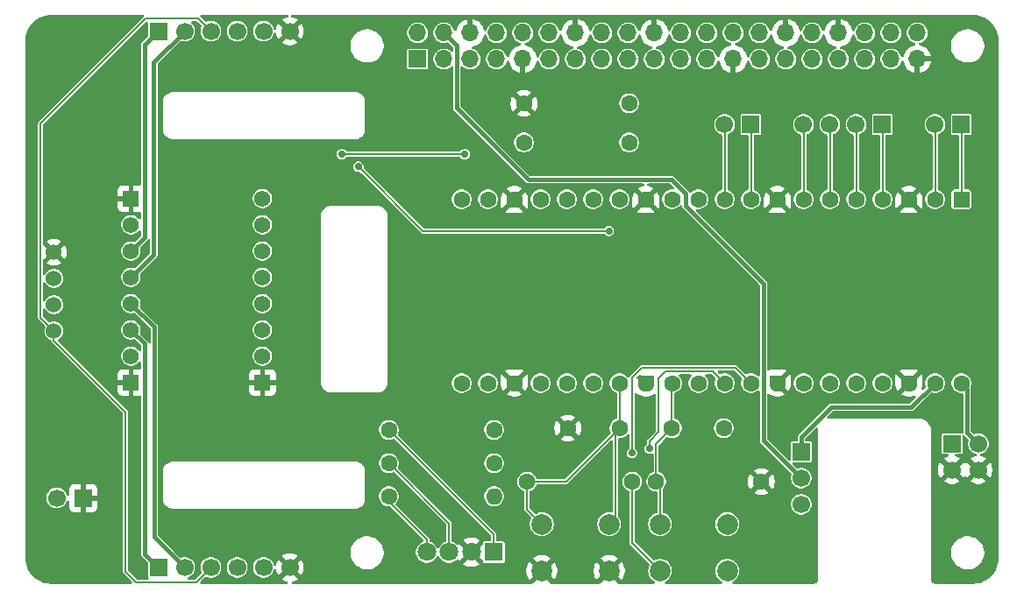
<source format=gbr>
G04 #@! TF.GenerationSoftware,KiCad,Pcbnew,9.0.2-1.fc42*
G04 #@! TF.CreationDate,2025-05-23T23:35:30-05:00*
G04 #@! TF.ProjectId,cerebellum,63657265-6265-46c6-9c75-6d2e6b696361,rev?*
G04 #@! TF.SameCoordinates,Original*
G04 #@! TF.FileFunction,Copper,L4,Bot*
G04 #@! TF.FilePolarity,Positive*
%FSLAX46Y46*%
G04 Gerber Fmt 4.6, Leading zero omitted, Abs format (unit mm)*
G04 Created by KiCad (PCBNEW 9.0.2-1.fc42) date 2025-05-23 23:35:30*
%MOMM*%
%LPD*%
G01*
G04 APERTURE LIST*
G04 Aperture macros list*
%AMRoundRect*
0 Rectangle with rounded corners*
0 $1 Rounding radius*
0 $2 $3 $4 $5 $6 $7 $8 $9 X,Y pos of 4 corners*
0 Add a 4 corners polygon primitive as box body*
4,1,4,$2,$3,$4,$5,$6,$7,$8,$9,$2,$3,0*
0 Add four circle primitives for the rounded corners*
1,1,$1+$1,$2,$3*
1,1,$1+$1,$4,$5*
1,1,$1+$1,$6,$7*
1,1,$1+$1,$8,$9*
0 Add four rect primitives between the rounded corners*
20,1,$1+$1,$2,$3,$4,$5,0*
20,1,$1+$1,$4,$5,$6,$7,0*
20,1,$1+$1,$6,$7,$8,$9,0*
20,1,$1+$1,$8,$9,$2,$3,0*%
%AMFreePoly0*
4,1,37,0.603843,0.796157,0.639018,0.796157,0.711114,0.766294,0.766294,0.711114,0.796157,0.639018,0.796157,0.603843,0.800000,0.600000,0.800000,-0.600000,0.796157,-0.603843,0.796157,-0.639018,0.766294,-0.711114,0.711114,-0.766294,0.639018,-0.796157,0.603843,-0.796157,0.600000,-0.800000,0.000000,-0.800000,0.000000,-0.796148,-0.078414,-0.796148,-0.232228,-0.765552,-0.377117,-0.705537,
-0.507515,-0.618408,-0.618408,-0.507515,-0.705537,-0.377117,-0.765552,-0.232228,-0.796148,-0.078414,-0.796148,0.078414,-0.765552,0.232228,-0.705537,0.377117,-0.618408,0.507515,-0.507515,0.618408,-0.377117,0.705537,-0.232228,0.765552,-0.078414,0.796148,0.000000,0.796148,0.000000,0.800000,0.600000,0.800000,0.603843,0.796157,0.603843,0.796157,$1*%
%AMFreePoly1*
4,1,37,0.000000,0.796148,0.078414,0.796148,0.232228,0.765552,0.377117,0.705537,0.507515,0.618408,0.618408,0.507515,0.705537,0.377117,0.765552,0.232228,0.796148,0.078414,0.796148,-0.078414,0.765552,-0.232228,0.705537,-0.377117,0.618408,-0.507515,0.507515,-0.618408,0.377117,-0.705537,0.232228,-0.765552,0.078414,-0.796148,0.000000,-0.796148,0.000000,-0.800000,-0.600000,-0.800000,
-0.603843,-0.796157,-0.639018,-0.796157,-0.711114,-0.766294,-0.766294,-0.711114,-0.796157,-0.639018,-0.796157,-0.603843,-0.800000,-0.600000,-0.800000,0.600000,-0.796157,0.603843,-0.796157,0.639018,-0.766294,0.711114,-0.711114,0.766294,-0.639018,0.796157,-0.603843,0.796157,-0.600000,0.800000,0.000000,0.800000,0.000000,0.796148,0.000000,0.796148,$1*%
G04 Aperture macros list end*
G04 #@! TA.AperFunction,ComponentPad*
%ADD10R,1.700000X1.700000*%
G04 #@! TD*
G04 #@! TA.AperFunction,ComponentPad*
%ADD11C,1.700000*%
G04 #@! TD*
G04 #@! TA.AperFunction,ComponentPad*
%ADD12C,1.600000*%
G04 #@! TD*
G04 #@! TA.AperFunction,ComponentPad*
%ADD13O,1.600000X1.600000*%
G04 #@! TD*
G04 #@! TA.AperFunction,ComponentPad*
%ADD14C,2.000000*%
G04 #@! TD*
G04 #@! TA.AperFunction,ComponentPad*
%ADD15R,1.800000X1.800000*%
G04 #@! TD*
G04 #@! TA.AperFunction,ComponentPad*
%ADD16C,1.800000*%
G04 #@! TD*
G04 #@! TA.AperFunction,ComponentPad*
%ADD17R,1.560000X1.560000*%
G04 #@! TD*
G04 #@! TA.AperFunction,ComponentPad*
%ADD18C,1.560000*%
G04 #@! TD*
G04 #@! TA.AperFunction,ComponentPad*
%ADD19RoundRect,0.200000X-0.600000X0.600000X-0.600000X-0.600000X0.600000X-0.600000X0.600000X0.600000X0*%
G04 #@! TD*
G04 #@! TA.AperFunction,ComponentPad*
%ADD20FreePoly0,270.000000*%
G04 #@! TD*
G04 #@! TA.AperFunction,ComponentPad*
%ADD21FreePoly1,270.000000*%
G04 #@! TD*
G04 #@! TA.AperFunction,ComponentPad*
%ADD22O,1.700000X1.700000*%
G04 #@! TD*
G04 #@! TA.AperFunction,ComponentPad*
%ADD23C,1.530000*%
G04 #@! TD*
G04 #@! TA.AperFunction,ViaPad*
%ADD24C,0.700000*%
G04 #@! TD*
G04 #@! TA.AperFunction,Conductor*
%ADD25C,0.200000*%
G04 #@! TD*
G04 #@! TA.AperFunction,Conductor*
%ADD26C,0.400000*%
G04 #@! TD*
G04 APERTURE END LIST*
D10*
X153255000Y-55100000D03*
D11*
X150715000Y-55100000D03*
X148175000Y-55100000D03*
X145635000Y-55100000D03*
D12*
X105595000Y-91050000D03*
D13*
X115755000Y-91050000D03*
D10*
X140555000Y-55100000D03*
D11*
X138015000Y-55100000D03*
D12*
X105595000Y-84620000D03*
X115755000Y-84620000D03*
X128800000Y-56840000D03*
X118640000Y-56840000D03*
D14*
X138280000Y-98250000D03*
X131780000Y-98250000D03*
X138280000Y-93750000D03*
X131780000Y-93750000D03*
D12*
X137940000Y-84460000D03*
X132940000Y-84460000D03*
D10*
X160875000Y-55100000D03*
D11*
X158335000Y-55100000D03*
D10*
X159985000Y-85960000D03*
D11*
X162525000Y-85960000D03*
X159985000Y-88500000D03*
X162525000Y-88500000D03*
D15*
X115725000Y-96450000D03*
D16*
X113566000Y-96450000D03*
X111407000Y-96450000D03*
X109248000Y-96450000D03*
D10*
X83330000Y-46080000D03*
D11*
X85870000Y-46080000D03*
X88410000Y-46080000D03*
X90950000Y-46080000D03*
X93490000Y-46080000D03*
X96030000Y-46080000D03*
D14*
X120375000Y-93750000D03*
X126875000Y-93750000D03*
X120375000Y-98250000D03*
X126875000Y-98250000D03*
D12*
X128800000Y-53070000D03*
X118640000Y-53070000D03*
X105595000Y-87850000D03*
X115755000Y-87850000D03*
D10*
X83330000Y-97930000D03*
D11*
X85870000Y-97930000D03*
X88410000Y-97930000D03*
X90950000Y-97930000D03*
X93490000Y-97930000D03*
X96030000Y-97930000D03*
D10*
X76075000Y-91215000D03*
D11*
X73535000Y-91215000D03*
D10*
X145420000Y-86750000D03*
D11*
X145420000Y-89290000D03*
X145420000Y-91830000D03*
D17*
X80700000Y-62260000D03*
D18*
X80700000Y-64800000D03*
X80700000Y-67340000D03*
X80700000Y-69880000D03*
X80700000Y-72420000D03*
X80700000Y-74960000D03*
X80700000Y-77500000D03*
D17*
X80700000Y-80040000D03*
X93400000Y-80040000D03*
D18*
X93400000Y-77500000D03*
X93400000Y-74960000D03*
X93400000Y-72420000D03*
X93400000Y-69880000D03*
X93400000Y-67340000D03*
X93400000Y-64800000D03*
X93400000Y-62260000D03*
D12*
X118950000Y-89625000D03*
X129110000Y-89625000D03*
X127875000Y-84460000D03*
X122875000Y-84460000D03*
D19*
X160890000Y-62330000D03*
D12*
X158350000Y-62330000D03*
D20*
X155810000Y-62330000D03*
D12*
X153270000Y-62330000D03*
X150730000Y-62330000D03*
X148190000Y-62330000D03*
X145650000Y-62330000D03*
D20*
X143110000Y-62330000D03*
D12*
X140570000Y-62330000D03*
X138030000Y-62330000D03*
X135490000Y-62330000D03*
X132950000Y-62330000D03*
D20*
X130410000Y-62330000D03*
D12*
X127870000Y-62330000D03*
X125330000Y-62330000D03*
X122790000Y-62330000D03*
X120250000Y-62330000D03*
D20*
X117710000Y-62330000D03*
D12*
X115170000Y-62330000D03*
X112630000Y-62330000D03*
X112630000Y-80110000D03*
X115170000Y-80110000D03*
D21*
X117710000Y-80110000D03*
D12*
X120250000Y-80110000D03*
X122790000Y-80110000D03*
X125330000Y-80110000D03*
X127870000Y-80110000D03*
D21*
X130410000Y-80110000D03*
D12*
X132950000Y-80110000D03*
X135490000Y-80110000D03*
X138030000Y-80110000D03*
X140570000Y-80110000D03*
D21*
X143110000Y-80110000D03*
D12*
X145650000Y-80110000D03*
X148190000Y-80110000D03*
X150730000Y-80110000D03*
X153270000Y-80110000D03*
D21*
X155810000Y-80110000D03*
D12*
X158350000Y-80110000D03*
X160890000Y-80110000D03*
X141575000Y-89625000D03*
X131415000Y-89625000D03*
D10*
X108370000Y-48770000D03*
D22*
X108370000Y-46230000D03*
X110910000Y-48770000D03*
X110910000Y-46230000D03*
X113450000Y-48770000D03*
X113450000Y-46230000D03*
X115990000Y-48770000D03*
X115990000Y-46230000D03*
X118530000Y-48770000D03*
X118530000Y-46230000D03*
X121070000Y-48770000D03*
X121070000Y-46230000D03*
X123610000Y-48770000D03*
X123610000Y-46230000D03*
X126150000Y-48770000D03*
X126150000Y-46230000D03*
X128690000Y-48770000D03*
X128690000Y-46230000D03*
X131230000Y-48770000D03*
X131230000Y-46230000D03*
X133770000Y-48770000D03*
X133770000Y-46230000D03*
X136310000Y-48770000D03*
X136310000Y-46230000D03*
X138850000Y-48770000D03*
X138850000Y-46230000D03*
X141390000Y-48770000D03*
X141390000Y-46230000D03*
X143930000Y-48770000D03*
X143930000Y-46230000D03*
X146470000Y-48770000D03*
X146470000Y-46230000D03*
X149010000Y-48770000D03*
X149010000Y-46230000D03*
X151550000Y-48770000D03*
X151550000Y-46230000D03*
X154090000Y-48770000D03*
X154090000Y-46230000D03*
X156630000Y-48770000D03*
X156630000Y-46230000D03*
D23*
X73250000Y-75075000D03*
X73250000Y-72535000D03*
X73250000Y-69995000D03*
X73250000Y-67455000D03*
D24*
X126850000Y-65400000D03*
X102650000Y-59175000D03*
X130775000Y-86450000D03*
X129075000Y-86875000D03*
X101050000Y-57975000D03*
X112925000Y-57975000D03*
D25*
X145650000Y-62330000D02*
X145650000Y-55115000D01*
X145650000Y-55115000D02*
X145635000Y-55100000D01*
X132940000Y-84460000D02*
X132940000Y-80120000D01*
X131415000Y-89625000D02*
X131415000Y-85985000D01*
X132940000Y-80120000D02*
X132950000Y-80110000D01*
X131780000Y-89990000D02*
X131415000Y-89625000D01*
X131415000Y-85985000D02*
X132940000Y-84460000D01*
X131780000Y-93750000D02*
X131780000Y-89990000D01*
D26*
X161425000Y-84860000D02*
X162525000Y-85960000D01*
X160900000Y-80105000D02*
X160875000Y-80080000D01*
X161425000Y-80645000D02*
X161425000Y-84860000D01*
X160890000Y-80110000D02*
X161425000Y-80645000D01*
D25*
X129110000Y-95580000D02*
X129110000Y-89625000D01*
X131780000Y-98250000D02*
X129110000Y-95580000D01*
X158350000Y-55115000D02*
X158335000Y-55100000D01*
X158350000Y-62330000D02*
X158350000Y-55115000D01*
X138030000Y-62330000D02*
X138030000Y-55115000D01*
X138030000Y-55115000D02*
X138015000Y-55100000D01*
D26*
X134250000Y-62950000D02*
X134250000Y-61775000D01*
D25*
X80175000Y-82925000D02*
X73250000Y-76000000D01*
D26*
X112180000Y-53520000D02*
X112180000Y-47500000D01*
D25*
X88410000Y-97930000D02*
X86990000Y-99350000D01*
D26*
X132926000Y-60451000D02*
X119111000Y-60451000D01*
D25*
X73250000Y-76000000D02*
X73250000Y-75075000D01*
D26*
X141770000Y-85640000D02*
X141770000Y-70470000D01*
D25*
X88410000Y-46080000D02*
X87205000Y-44875000D01*
X71950000Y-55025000D02*
X71950000Y-73775000D01*
X87205000Y-44875000D02*
X82100000Y-44875000D01*
X80175000Y-98325000D02*
X80175000Y-82925000D01*
D26*
X112180000Y-47500000D02*
X110910000Y-46230000D01*
D25*
X82100000Y-44875000D02*
X71950000Y-55025000D01*
D26*
X145420000Y-89290000D02*
X141770000Y-85640000D01*
X134250000Y-61775000D02*
X132926000Y-60451000D01*
X119111000Y-60451000D02*
X112180000Y-53520000D01*
X141770000Y-70470000D02*
X134250000Y-62950000D01*
D25*
X81200000Y-99350000D02*
X80175000Y-98325000D01*
X86990000Y-99350000D02*
X81200000Y-99350000D01*
X71950000Y-73775000D02*
X73250000Y-75075000D01*
X126850000Y-65400000D02*
X108875000Y-65400000D01*
X108875000Y-65400000D02*
X102650000Y-59175000D01*
D26*
X148310000Y-82460000D02*
X156000000Y-82460000D01*
X145420000Y-86750000D02*
X145420000Y-85350000D01*
X156000000Y-82460000D02*
X158350000Y-80110000D01*
X145420000Y-85350000D02*
X148310000Y-82460000D01*
D25*
X131650000Y-84850000D02*
X131650000Y-79675000D01*
X132325000Y-79000000D02*
X136920000Y-79000000D01*
X130775000Y-85725000D02*
X131650000Y-84850000D01*
X131650000Y-79675000D02*
X132325000Y-79000000D01*
X136920000Y-79000000D02*
X138030000Y-80110000D01*
X130775000Y-86450000D02*
X130775000Y-85725000D01*
X153270000Y-62330000D02*
X153270000Y-55115000D01*
X153270000Y-55115000D02*
X153255000Y-55100000D01*
X126875000Y-93750000D02*
X127500000Y-93125000D01*
X127875000Y-84460000D02*
X127875000Y-80115000D01*
X127500000Y-84835000D02*
X127875000Y-84460000D01*
X118950000Y-89625000D02*
X122710000Y-89625000D01*
X127875000Y-80115000D02*
X127870000Y-80110000D01*
X127500000Y-93125000D02*
X127500000Y-84835000D01*
X118950000Y-92325000D02*
X118950000Y-89625000D01*
X120375000Y-93750000D02*
X118950000Y-92325000D01*
X122710000Y-89625000D02*
X127875000Y-84460000D01*
X140570000Y-62330000D02*
X140570000Y-55115000D01*
X140570000Y-55115000D02*
X140555000Y-55100000D01*
X160890000Y-55115000D02*
X160875000Y-55100000D01*
X160890000Y-62330000D02*
X160890000Y-55115000D01*
X130026116Y-78649000D02*
X139109000Y-78649000D01*
X139109000Y-78649000D02*
X140570000Y-80110000D01*
X129075000Y-79600116D02*
X130026116Y-78649000D01*
X129075000Y-86875000D02*
X129075000Y-79600116D01*
X140575000Y-80115000D02*
X140570000Y-80110000D01*
X140575000Y-80325000D02*
X140575000Y-80115000D01*
X148190000Y-55115000D02*
X148175000Y-55100000D01*
X148190000Y-62330000D02*
X148190000Y-55115000D01*
X150730000Y-62330000D02*
X150730000Y-55115000D01*
X150730000Y-55115000D02*
X150715000Y-55100000D01*
D26*
X82950000Y-74670000D02*
X80700000Y-72420000D01*
X82950000Y-95010000D02*
X82950000Y-74670000D01*
X85870000Y-97930000D02*
X82950000Y-95010000D01*
X82900000Y-67680000D02*
X80700000Y-69880000D01*
X85870000Y-46080000D02*
X82900000Y-49050000D01*
X82900000Y-49050000D02*
X82900000Y-67680000D01*
X82000000Y-66040000D02*
X80700000Y-67340000D01*
X82000000Y-47410000D02*
X82000000Y-66040000D01*
X83330000Y-46080000D02*
X82000000Y-47410000D01*
X82025000Y-76285000D02*
X80700000Y-74960000D01*
X82025000Y-96625000D02*
X82025000Y-76285000D01*
X83330000Y-97930000D02*
X82025000Y-96625000D01*
D25*
X109248000Y-95223000D02*
X105595000Y-91570000D01*
X105595000Y-91570000D02*
X105595000Y-91050000D01*
X109248000Y-96450000D02*
X109248000Y-95223000D01*
X115725000Y-96450000D02*
X115725000Y-94750000D01*
X115725000Y-94750000D02*
X105595000Y-84620000D01*
X111407000Y-93662000D02*
X105595000Y-87850000D01*
X111407000Y-96450000D02*
X111407000Y-93662000D01*
X101050000Y-57975000D02*
X112925000Y-57975000D01*
G04 #@! TA.AperFunction,Conductor*
G36*
X81887916Y-44520185D02*
G01*
X81933671Y-44572989D01*
X81943615Y-44642147D01*
X81914590Y-44705703D01*
X81908558Y-44712181D01*
X81887635Y-44733104D01*
X71790662Y-54830076D01*
X71790661Y-54830076D01*
X71790662Y-54830077D01*
X71737636Y-54883103D01*
X71699500Y-54975170D01*
X71699500Y-54975172D01*
X71699500Y-73725172D01*
X71699500Y-73824828D01*
X71737636Y-73916897D01*
X72084436Y-74263697D01*
X72386959Y-74566219D01*
X72420444Y-74627542D01*
X72415460Y-74697233D01*
X72413839Y-74701352D01*
X72369683Y-74807953D01*
X72369680Y-74807965D01*
X72334500Y-74984826D01*
X72334500Y-75165173D01*
X72369680Y-75342034D01*
X72369683Y-75342046D01*
X72438690Y-75508645D01*
X72438697Y-75508658D01*
X72538883Y-75658596D01*
X72538886Y-75658600D01*
X72666399Y-75786113D01*
X72666403Y-75786116D01*
X72816341Y-75886302D01*
X72816354Y-75886309D01*
X72922952Y-75930463D01*
X72977356Y-75974304D01*
X72999421Y-76040598D01*
X72999500Y-76045024D01*
X72999500Y-76049829D01*
X73007770Y-76069794D01*
X73037636Y-76141897D01*
X76479389Y-79583650D01*
X79888181Y-82992441D01*
X79921666Y-83053764D01*
X79924500Y-83080122D01*
X79924500Y-98374829D01*
X79960729Y-98462292D01*
X79962636Y-98466897D01*
X80466813Y-98971074D01*
X80783559Y-99287819D01*
X80817044Y-99349142D01*
X80812060Y-99418833D01*
X80770188Y-99474767D01*
X80704724Y-99499184D01*
X80695878Y-99499500D01*
X73003751Y-99499500D01*
X72996264Y-99499274D01*
X72706205Y-99481728D01*
X72691340Y-99479923D01*
X72409201Y-99428219D01*
X72394663Y-99424635D01*
X72120832Y-99339306D01*
X72106831Y-99333997D01*
X71845263Y-99216275D01*
X71832004Y-99209316D01*
X71696753Y-99127554D01*
X71586537Y-99060926D01*
X71574217Y-99052422D01*
X71556795Y-99038773D01*
X71369520Y-98892052D01*
X71348426Y-98875526D01*
X71337218Y-98865596D01*
X71134403Y-98662781D01*
X71124473Y-98651573D01*
X71074438Y-98587708D01*
X70947573Y-98425776D01*
X70939075Y-98413465D01*
X70790680Y-98167989D01*
X70783727Y-98154743D01*
X70666000Y-97893163D01*
X70660693Y-97879167D01*
X70657484Y-97868870D01*
X70575363Y-97605335D01*
X70571780Y-97590798D01*
X70553632Y-97491767D01*
X70520075Y-97308657D01*
X70518271Y-97293794D01*
X70518175Y-97292214D01*
X70500726Y-97003736D01*
X70500500Y-96996249D01*
X70500500Y-91313543D01*
X72534499Y-91313543D01*
X72572947Y-91506829D01*
X72572950Y-91506839D01*
X72648364Y-91688907D01*
X72648371Y-91688920D01*
X72757860Y-91852781D01*
X72757863Y-91852785D01*
X72897214Y-91992136D01*
X72897218Y-91992139D01*
X73061079Y-92101628D01*
X73061092Y-92101635D01*
X73243160Y-92177049D01*
X73243165Y-92177051D01*
X73243169Y-92177051D01*
X73243170Y-92177052D01*
X73436456Y-92215500D01*
X73436459Y-92215500D01*
X73633543Y-92215500D01*
X73763582Y-92189632D01*
X73826835Y-92177051D01*
X74008914Y-92101632D01*
X74172782Y-91992139D01*
X74312139Y-91852782D01*
X74421632Y-91688914D01*
X74435304Y-91655908D01*
X74486439Y-91532455D01*
X74530279Y-91478051D01*
X74596573Y-91455986D01*
X74664273Y-91473265D01*
X74711884Y-91524402D01*
X74725000Y-91579907D01*
X74725000Y-92112844D01*
X74731401Y-92172372D01*
X74731403Y-92172379D01*
X74781645Y-92307086D01*
X74781649Y-92307093D01*
X74867809Y-92422187D01*
X74867812Y-92422190D01*
X74982906Y-92508350D01*
X74982913Y-92508354D01*
X75117620Y-92558596D01*
X75117627Y-92558598D01*
X75177155Y-92564999D01*
X75177172Y-92565000D01*
X75825000Y-92565000D01*
X75825000Y-91648012D01*
X75882007Y-91680925D01*
X76009174Y-91715000D01*
X76140826Y-91715000D01*
X76267993Y-91680925D01*
X76325000Y-91648012D01*
X76325000Y-92565000D01*
X76972828Y-92565000D01*
X76972844Y-92564999D01*
X77032372Y-92558598D01*
X77032379Y-92558596D01*
X77167086Y-92508354D01*
X77167093Y-92508350D01*
X77282187Y-92422190D01*
X77282190Y-92422187D01*
X77368350Y-92307093D01*
X77368354Y-92307086D01*
X77418596Y-92172379D01*
X77418598Y-92172372D01*
X77424999Y-92112844D01*
X77425000Y-92112827D01*
X77425000Y-91465000D01*
X76508012Y-91465000D01*
X76540925Y-91407993D01*
X76575000Y-91280826D01*
X76575000Y-91149174D01*
X76540925Y-91022007D01*
X76508012Y-90965000D01*
X77425000Y-90965000D01*
X77425000Y-90317172D01*
X77424999Y-90317155D01*
X77418598Y-90257627D01*
X77418596Y-90257620D01*
X77368354Y-90122913D01*
X77368350Y-90122906D01*
X77282190Y-90007812D01*
X77282187Y-90007809D01*
X77167093Y-89921649D01*
X77167086Y-89921645D01*
X77032379Y-89871403D01*
X77032372Y-89871401D01*
X76972844Y-89865000D01*
X76325000Y-89865000D01*
X76325000Y-90781988D01*
X76267993Y-90749075D01*
X76140826Y-90715000D01*
X76009174Y-90715000D01*
X75882007Y-90749075D01*
X75825000Y-90781988D01*
X75825000Y-89865000D01*
X75177155Y-89865000D01*
X75117627Y-89871401D01*
X75117620Y-89871403D01*
X74982913Y-89921645D01*
X74982906Y-89921649D01*
X74867812Y-90007809D01*
X74867809Y-90007812D01*
X74781649Y-90122906D01*
X74781645Y-90122913D01*
X74731403Y-90257620D01*
X74731401Y-90257627D01*
X74725000Y-90317155D01*
X74725000Y-90850092D01*
X74705315Y-90917131D01*
X74652511Y-90962886D01*
X74583353Y-90972830D01*
X74519797Y-90943805D01*
X74486439Y-90897544D01*
X74421635Y-90741092D01*
X74421628Y-90741079D01*
X74312139Y-90577218D01*
X74312136Y-90577214D01*
X74172785Y-90437863D01*
X74172781Y-90437860D01*
X74008920Y-90328371D01*
X74008907Y-90328364D01*
X73826839Y-90252950D01*
X73826829Y-90252947D01*
X73633543Y-90214500D01*
X73633541Y-90214500D01*
X73436459Y-90214500D01*
X73436457Y-90214500D01*
X73243170Y-90252947D01*
X73243160Y-90252950D01*
X73061092Y-90328364D01*
X73061079Y-90328371D01*
X72897218Y-90437860D01*
X72897214Y-90437863D01*
X72757863Y-90577214D01*
X72757860Y-90577218D01*
X72648371Y-90741079D01*
X72648364Y-90741092D01*
X72572950Y-90923160D01*
X72572947Y-90923170D01*
X72534500Y-91116456D01*
X72534500Y-91116459D01*
X72534500Y-91313541D01*
X72534500Y-91313543D01*
X72534499Y-91313543D01*
X70500500Y-91313543D01*
X70500500Y-47003750D01*
X70500726Y-46996263D01*
X70511118Y-46824456D01*
X70518271Y-46706201D01*
X70520076Y-46691340D01*
X70525609Y-46661151D01*
X70571780Y-46409197D01*
X70575364Y-46394663D01*
X70578022Y-46386133D01*
X70660696Y-46120822D01*
X70665998Y-46106841D01*
X70783731Y-45845249D01*
X70790676Y-45832016D01*
X70939080Y-45586526D01*
X70947567Y-45574230D01*
X71124480Y-45348417D01*
X71134395Y-45337226D01*
X71337226Y-45134395D01*
X71348417Y-45124480D01*
X71574230Y-44947567D01*
X71586526Y-44939080D01*
X71832016Y-44790676D01*
X71845249Y-44783731D01*
X72106841Y-44665998D01*
X72120822Y-44660696D01*
X72394668Y-44575362D01*
X72409197Y-44571780D01*
X72691344Y-44520075D01*
X72706201Y-44518271D01*
X72996264Y-44500726D01*
X73003751Y-44500500D01*
X73065892Y-44500500D01*
X81820877Y-44500500D01*
X81887916Y-44520185D01*
G37*
G04 #@! TD.AperFunction*
G04 #@! TA.AperFunction,Conductor*
G36*
X161190703Y-85121831D02*
G01*
X161197181Y-85127863D01*
X161555482Y-85486164D01*
X161588967Y-85547487D01*
X161583983Y-85617179D01*
X161582362Y-85621297D01*
X161562949Y-85668163D01*
X161562947Y-85668171D01*
X161524500Y-85861456D01*
X161524500Y-85861459D01*
X161524500Y-86058541D01*
X161524500Y-86058543D01*
X161524499Y-86058543D01*
X161562947Y-86251829D01*
X161562950Y-86251839D01*
X161638364Y-86433907D01*
X161638371Y-86433920D01*
X161747860Y-86597781D01*
X161747863Y-86597785D01*
X161887214Y-86737136D01*
X161887218Y-86737139D01*
X162051079Y-86846628D01*
X162051092Y-86846635D01*
X162233160Y-86922049D01*
X162233165Y-86922051D01*
X162253491Y-86926094D01*
X162272381Y-86929852D01*
X162334292Y-86962237D01*
X162368866Y-87022952D01*
X162365127Y-87092722D01*
X162324261Y-87149394D01*
X162267589Y-87173942D01*
X162208870Y-87183242D01*
X162208869Y-87183242D01*
X162006782Y-87248904D01*
X161817439Y-87345380D01*
X161763282Y-87384727D01*
X161763282Y-87384728D01*
X162395591Y-88017037D01*
X162332007Y-88034075D01*
X162217993Y-88099901D01*
X162124901Y-88192993D01*
X162059075Y-88307007D01*
X162042037Y-88370591D01*
X161409728Y-87738282D01*
X161409727Y-87738282D01*
X161370380Y-87792440D01*
X161365483Y-87802051D01*
X161317506Y-87852845D01*
X161249684Y-87869638D01*
X161183550Y-87847098D01*
X161144516Y-87802048D01*
X161139626Y-87792452D01*
X161100270Y-87738282D01*
X161100269Y-87738282D01*
X160467962Y-88370590D01*
X160450925Y-88307007D01*
X160385099Y-88192993D01*
X160292007Y-88099901D01*
X160177993Y-88034075D01*
X160114409Y-88017037D01*
X160746716Y-87384728D01*
X160692550Y-87345375D01*
X160503217Y-87248904D01*
X160360186Y-87202431D01*
X160302511Y-87162994D01*
X160275312Y-87098635D01*
X160287227Y-87029789D01*
X160334471Y-86978313D01*
X160398504Y-86960500D01*
X160849822Y-86960500D01*
X160893717Y-86951768D01*
X160893717Y-86951767D01*
X160893722Y-86951767D01*
X160943504Y-86918504D01*
X160976767Y-86868722D01*
X160985500Y-86824820D01*
X160985500Y-85215544D01*
X161005185Y-85148505D01*
X161057989Y-85102750D01*
X161127147Y-85092806D01*
X161190703Y-85121831D01*
G37*
G04 #@! TD.AperFunction*
G04 #@! TA.AperFunction,Conductor*
G36*
X95864232Y-44520185D02*
G01*
X95909987Y-44572989D01*
X95919931Y-44642147D01*
X95890906Y-44705703D01*
X95832128Y-44743477D01*
X95816591Y-44746973D01*
X95713872Y-44763242D01*
X95713869Y-44763242D01*
X95511782Y-44828904D01*
X95322439Y-44925380D01*
X95268282Y-44964727D01*
X95268282Y-44964728D01*
X95900591Y-45597037D01*
X95837007Y-45614075D01*
X95722993Y-45679901D01*
X95629901Y-45772993D01*
X95564075Y-45887007D01*
X95547037Y-45950591D01*
X94914728Y-45318282D01*
X94914727Y-45318282D01*
X94875380Y-45372439D01*
X94778904Y-45561782D01*
X94713242Y-45763869D01*
X94713242Y-45763870D01*
X94703942Y-45822589D01*
X94674012Y-45885723D01*
X94614700Y-45922654D01*
X94544838Y-45921656D01*
X94486605Y-45883046D01*
X94459852Y-45827381D01*
X94452052Y-45788172D01*
X94452052Y-45788170D01*
X94452051Y-45788165D01*
X94438761Y-45756079D01*
X94376635Y-45606092D01*
X94376628Y-45606079D01*
X94267139Y-45442218D01*
X94267136Y-45442214D01*
X94127785Y-45302863D01*
X94127781Y-45302860D01*
X93963920Y-45193371D01*
X93963907Y-45193364D01*
X93781839Y-45117950D01*
X93781829Y-45117947D01*
X93588543Y-45079500D01*
X93588541Y-45079500D01*
X93391459Y-45079500D01*
X93391457Y-45079500D01*
X93198170Y-45117947D01*
X93198160Y-45117950D01*
X93016092Y-45193364D01*
X93016079Y-45193371D01*
X92852218Y-45302860D01*
X92852214Y-45302863D01*
X92712863Y-45442214D01*
X92712860Y-45442218D01*
X92603371Y-45606079D01*
X92603364Y-45606092D01*
X92527950Y-45788160D01*
X92527947Y-45788170D01*
X92489500Y-45981456D01*
X92489500Y-45981459D01*
X92489500Y-46178541D01*
X92489500Y-46178543D01*
X92489499Y-46178543D01*
X92527947Y-46371829D01*
X92527950Y-46371839D01*
X92603364Y-46553907D01*
X92603371Y-46553920D01*
X92712860Y-46717781D01*
X92712863Y-46717785D01*
X92852214Y-46857136D01*
X92852218Y-46857139D01*
X93016079Y-46966628D01*
X93016092Y-46966635D01*
X93198160Y-47042049D01*
X93198165Y-47042051D01*
X93198169Y-47042051D01*
X93198170Y-47042052D01*
X93391456Y-47080500D01*
X93391459Y-47080500D01*
X93588543Y-47080500D01*
X93744301Y-47049517D01*
X93781835Y-47042051D01*
X93963914Y-46966632D01*
X94127782Y-46857139D01*
X94267139Y-46717782D01*
X94376632Y-46553914D01*
X94379858Y-46546127D01*
X94404866Y-46485750D01*
X94452051Y-46371835D01*
X94459852Y-46332615D01*
X94492236Y-46270707D01*
X94552952Y-46236133D01*
X94622721Y-46239872D01*
X94679394Y-46280738D01*
X94703942Y-46337411D01*
X94713242Y-46396127D01*
X94713242Y-46396130D01*
X94778904Y-46598217D01*
X94875375Y-46787550D01*
X94914728Y-46841716D01*
X95547037Y-46209408D01*
X95564075Y-46272993D01*
X95629901Y-46387007D01*
X95722993Y-46480099D01*
X95837007Y-46545925D01*
X95900590Y-46562962D01*
X95268282Y-47195269D01*
X95268282Y-47195270D01*
X95322449Y-47234624D01*
X95511782Y-47331095D01*
X95713870Y-47396757D01*
X95923754Y-47430000D01*
X96136246Y-47430000D01*
X96346127Y-47396757D01*
X96346130Y-47396757D01*
X96416052Y-47374038D01*
X101899500Y-47374038D01*
X101899500Y-47625962D01*
X101910679Y-47696544D01*
X101938910Y-47874785D01*
X102016760Y-48114383D01*
X102131132Y-48338848D01*
X102279201Y-48542649D01*
X102279205Y-48542654D01*
X102457345Y-48720794D01*
X102457350Y-48720798D01*
X102552166Y-48789685D01*
X102661155Y-48868870D01*
X102791838Y-48935456D01*
X102885616Y-48983239D01*
X102885618Y-48983239D01*
X102885621Y-48983241D01*
X103125215Y-49061090D01*
X103374038Y-49100500D01*
X103374039Y-49100500D01*
X103625961Y-49100500D01*
X103625962Y-49100500D01*
X103874785Y-49061090D01*
X104114379Y-48983241D01*
X104338845Y-48868870D01*
X104542656Y-48720793D01*
X104720793Y-48542656D01*
X104868870Y-48338845D01*
X104983241Y-48114379D01*
X105061090Y-47874785D01*
X105100500Y-47625962D01*
X105100500Y-47374038D01*
X105061090Y-47125215D01*
X104983241Y-46885621D01*
X104983239Y-46885618D01*
X104983239Y-46885616D01*
X104897724Y-46717785D01*
X104868870Y-46661155D01*
X104809908Y-46580000D01*
X104720798Y-46457350D01*
X104720794Y-46457345D01*
X104591992Y-46328543D01*
X107369499Y-46328543D01*
X107407947Y-46521829D01*
X107407950Y-46521839D01*
X107483364Y-46703907D01*
X107483371Y-46703920D01*
X107592860Y-46867781D01*
X107592863Y-46867785D01*
X107732214Y-47007136D01*
X107732218Y-47007139D01*
X107896079Y-47116628D01*
X107896092Y-47116635D01*
X108078160Y-47192049D01*
X108078165Y-47192051D01*
X108078169Y-47192051D01*
X108078170Y-47192052D01*
X108271456Y-47230500D01*
X108271459Y-47230500D01*
X108468543Y-47230500D01*
X108639765Y-47196441D01*
X108661835Y-47192051D01*
X108843914Y-47116632D01*
X109007782Y-47007139D01*
X109147139Y-46867782D01*
X109256632Y-46703914D01*
X109332051Y-46521835D01*
X109357056Y-46396127D01*
X109370500Y-46328543D01*
X109370500Y-46131456D01*
X109332052Y-45938170D01*
X109332051Y-45938167D01*
X109332051Y-45938165D01*
X109293570Y-45845263D01*
X109256635Y-45756092D01*
X109256628Y-45756079D01*
X109147139Y-45592218D01*
X109147136Y-45592214D01*
X109007785Y-45452863D01*
X109007781Y-45452860D01*
X108843920Y-45343371D01*
X108843907Y-45343364D01*
X108661839Y-45267950D01*
X108661829Y-45267947D01*
X108468543Y-45229500D01*
X108468541Y-45229500D01*
X108271459Y-45229500D01*
X108271457Y-45229500D01*
X108078170Y-45267947D01*
X108078160Y-45267950D01*
X107896092Y-45343364D01*
X107896079Y-45343371D01*
X107732218Y-45452860D01*
X107732214Y-45452863D01*
X107592863Y-45592214D01*
X107592860Y-45592218D01*
X107483371Y-45756079D01*
X107483364Y-45756092D01*
X107407950Y-45938160D01*
X107407947Y-45938170D01*
X107369500Y-46131456D01*
X107369500Y-46131459D01*
X107369500Y-46328541D01*
X107369500Y-46328543D01*
X107369499Y-46328543D01*
X104591992Y-46328543D01*
X104542650Y-46279201D01*
X104468990Y-46225685D01*
X104338848Y-46131132D01*
X104338847Y-46131131D01*
X104338845Y-46131130D01*
X104226460Y-46073867D01*
X104114383Y-46016760D01*
X103874785Y-45938910D01*
X103870050Y-45938160D01*
X103625962Y-45899500D01*
X103374038Y-45899500D01*
X103283310Y-45913870D01*
X103125214Y-45938910D01*
X102885616Y-46016760D01*
X102661151Y-46131132D01*
X102457350Y-46279201D01*
X102457345Y-46279205D01*
X102279205Y-46457345D01*
X102279201Y-46457350D01*
X102131132Y-46661151D01*
X102016760Y-46885616D01*
X101938910Y-47125214D01*
X101917771Y-47258680D01*
X101899500Y-47374038D01*
X96416052Y-47374038D01*
X96548217Y-47331095D01*
X96690338Y-47258681D01*
X96690341Y-47258680D01*
X96737549Y-47234626D01*
X96791716Y-47195270D01*
X96791717Y-47195270D01*
X96159408Y-46562962D01*
X96222993Y-46545925D01*
X96337007Y-46480099D01*
X96430099Y-46387007D01*
X96495925Y-46272993D01*
X96512962Y-46209408D01*
X97145270Y-46841717D01*
X97145270Y-46841716D01*
X97184622Y-46787554D01*
X97281095Y-46598217D01*
X97346757Y-46396130D01*
X97346757Y-46396127D01*
X97380000Y-46186246D01*
X97380000Y-45973753D01*
X97346757Y-45763872D01*
X97346757Y-45763869D01*
X97281095Y-45561782D01*
X97184624Y-45372449D01*
X97145270Y-45318282D01*
X97145269Y-45318282D01*
X96512962Y-45950590D01*
X96495925Y-45887007D01*
X96430099Y-45772993D01*
X96337007Y-45679901D01*
X96222993Y-45614075D01*
X96159409Y-45597037D01*
X96791716Y-44964728D01*
X96737550Y-44925375D01*
X96548217Y-44828904D01*
X96346129Y-44763242D01*
X96243409Y-44746973D01*
X96180274Y-44717044D01*
X96143343Y-44657732D01*
X96144341Y-44587870D01*
X96182951Y-44529637D01*
X96246914Y-44501523D01*
X96262807Y-44500500D01*
X161934108Y-44500500D01*
X161996249Y-44500500D01*
X162003736Y-44500726D01*
X162293796Y-44518271D01*
X162308657Y-44520075D01*
X162590798Y-44571780D01*
X162605335Y-44575363D01*
X162879172Y-44660695D01*
X162893163Y-44666000D01*
X163154743Y-44783727D01*
X163167989Y-44790680D01*
X163413465Y-44939075D01*
X163425776Y-44947573D01*
X163588909Y-45075379D01*
X163651573Y-45124473D01*
X163662781Y-45134403D01*
X163865596Y-45337218D01*
X163875526Y-45348426D01*
X163995481Y-45501538D01*
X164052422Y-45574217D01*
X164060926Y-45586537D01*
X164173643Y-45772993D01*
X164209316Y-45832004D01*
X164216275Y-45845263D01*
X164333997Y-46106831D01*
X164339306Y-46120832D01*
X164424635Y-46394663D01*
X164428219Y-46409201D01*
X164479923Y-46691340D01*
X164481728Y-46706205D01*
X164499274Y-46996263D01*
X164499500Y-47003750D01*
X164499500Y-96996249D01*
X164499274Y-97003736D01*
X164481728Y-97293794D01*
X164479923Y-97308659D01*
X164428219Y-97590798D01*
X164424635Y-97605336D01*
X164339306Y-97879167D01*
X164333997Y-97893168D01*
X164216275Y-98154736D01*
X164209316Y-98167995D01*
X164060928Y-98413459D01*
X164052422Y-98425782D01*
X163875526Y-98651573D01*
X163865596Y-98662781D01*
X163662781Y-98865596D01*
X163651573Y-98875526D01*
X163425782Y-99052422D01*
X163413459Y-99060928D01*
X163167995Y-99209316D01*
X163154736Y-99216275D01*
X162893168Y-99333997D01*
X162879167Y-99339306D01*
X162605336Y-99424635D01*
X162590798Y-99428219D01*
X162308659Y-99479923D01*
X162293794Y-99481728D01*
X162003736Y-99499274D01*
X161996249Y-99499500D01*
X158309757Y-99499500D01*
X158290360Y-99497973D01*
X158249549Y-99491509D01*
X158226845Y-99487913D01*
X158189950Y-99475925D01*
X158141457Y-99451217D01*
X158110070Y-99428413D01*
X158071586Y-99389929D01*
X158048782Y-99358542D01*
X158043993Y-99349142D01*
X158024073Y-99310046D01*
X158012086Y-99273152D01*
X158010797Y-99265015D01*
X158003078Y-99216275D01*
X158002027Y-99209639D01*
X158000500Y-99190242D01*
X158000500Y-96374038D01*
X159899500Y-96374038D01*
X159899500Y-96625962D01*
X159933434Y-96840212D01*
X159938910Y-96874785D01*
X160016760Y-97114383D01*
X160084345Y-97247025D01*
X160115749Y-97308659D01*
X160131132Y-97338848D01*
X160279201Y-97542649D01*
X160279205Y-97542654D01*
X160457345Y-97720794D01*
X160457350Y-97720798D01*
X160609659Y-97831456D01*
X160661155Y-97868870D01*
X160804184Y-97941747D01*
X160885616Y-97983239D01*
X160885618Y-97983239D01*
X160885621Y-97983241D01*
X161125215Y-98061090D01*
X161374038Y-98100500D01*
X161374039Y-98100500D01*
X161625961Y-98100500D01*
X161625962Y-98100500D01*
X161874785Y-98061090D01*
X162114379Y-97983241D01*
X162338845Y-97868870D01*
X162542656Y-97720793D01*
X162720793Y-97542656D01*
X162868870Y-97338845D01*
X162983241Y-97114379D01*
X163061090Y-96874785D01*
X163100500Y-96625962D01*
X163100500Y-96374038D01*
X163061090Y-96125215D01*
X162983241Y-95885621D01*
X162983239Y-95885618D01*
X162983239Y-95885616D01*
X162918960Y-95759462D01*
X162868870Y-95661155D01*
X162773706Y-95530172D01*
X162720798Y-95457350D01*
X162720794Y-95457345D01*
X162542654Y-95279205D01*
X162542649Y-95279201D01*
X162338848Y-95131132D01*
X162338847Y-95131131D01*
X162338845Y-95131130D01*
X162267932Y-95094998D01*
X162114383Y-95016760D01*
X161874785Y-94938910D01*
X161625962Y-94899500D01*
X161374038Y-94899500D01*
X161249626Y-94919205D01*
X161125214Y-94938910D01*
X160885616Y-95016760D01*
X160661151Y-95131132D01*
X160457350Y-95279201D01*
X160457345Y-95279205D01*
X160279205Y-95457345D01*
X160279201Y-95457350D01*
X160131132Y-95661151D01*
X160016760Y-95885616D01*
X159938910Y-96125214D01*
X159914979Y-96276306D01*
X159899500Y-96374038D01*
X158000500Y-96374038D01*
X158000500Y-88393753D01*
X158635000Y-88393753D01*
X158635000Y-88606246D01*
X158668242Y-88816127D01*
X158668242Y-88816130D01*
X158733904Y-89018217D01*
X158830375Y-89207550D01*
X158869728Y-89261716D01*
X159502037Y-88629408D01*
X159519075Y-88692993D01*
X159584901Y-88807007D01*
X159677993Y-88900099D01*
X159792007Y-88965925D01*
X159855590Y-88982962D01*
X159223282Y-89615269D01*
X159223282Y-89615270D01*
X159277449Y-89654624D01*
X159466782Y-89751095D01*
X159668870Y-89816757D01*
X159878754Y-89850000D01*
X160091246Y-89850000D01*
X160301127Y-89816757D01*
X160301130Y-89816757D01*
X160503217Y-89751095D01*
X160692554Y-89654622D01*
X160746716Y-89615270D01*
X160746717Y-89615270D01*
X160114408Y-88982962D01*
X160177993Y-88965925D01*
X160292007Y-88900099D01*
X160385099Y-88807007D01*
X160450925Y-88692993D01*
X160467962Y-88629409D01*
X161100270Y-89261717D01*
X161100270Y-89261716D01*
X161139622Y-89207554D01*
X161144514Y-89197954D01*
X161192488Y-89147157D01*
X161260308Y-89130361D01*
X161326444Y-89152897D01*
X161365486Y-89197954D01*
X161370375Y-89207550D01*
X161409728Y-89261716D01*
X162042037Y-88629408D01*
X162059075Y-88692993D01*
X162124901Y-88807007D01*
X162217993Y-88900099D01*
X162332007Y-88965925D01*
X162395590Y-88982962D01*
X161763282Y-89615269D01*
X161763282Y-89615270D01*
X161817449Y-89654624D01*
X162006782Y-89751095D01*
X162208870Y-89816757D01*
X162418754Y-89850000D01*
X162631246Y-89850000D01*
X162841127Y-89816757D01*
X162841130Y-89816757D01*
X163043217Y-89751095D01*
X163232554Y-89654622D01*
X163286716Y-89615270D01*
X163286717Y-89615270D01*
X162654408Y-88982962D01*
X162717993Y-88965925D01*
X162832007Y-88900099D01*
X162925099Y-88807007D01*
X162990925Y-88692993D01*
X163007962Y-88629408D01*
X163640270Y-89261717D01*
X163640270Y-89261716D01*
X163679622Y-89207554D01*
X163776095Y-89018217D01*
X163841757Y-88816130D01*
X163841757Y-88816127D01*
X163875000Y-88606246D01*
X163875000Y-88393753D01*
X163841757Y-88183872D01*
X163841757Y-88183869D01*
X163776095Y-87981782D01*
X163679624Y-87792449D01*
X163640270Y-87738282D01*
X163640269Y-87738282D01*
X163007962Y-88370590D01*
X162990925Y-88307007D01*
X162925099Y-88192993D01*
X162832007Y-88099901D01*
X162717993Y-88034075D01*
X162654409Y-88017037D01*
X163286716Y-87384728D01*
X163232550Y-87345375D01*
X163043217Y-87248904D01*
X162841128Y-87183242D01*
X162782411Y-87173942D01*
X162719276Y-87144012D01*
X162682345Y-87084701D01*
X162683343Y-87014838D01*
X162721953Y-86956606D01*
X162777615Y-86929852D01*
X162816835Y-86922051D01*
X162998914Y-86846632D01*
X163162782Y-86737139D01*
X163302139Y-86597782D01*
X163411632Y-86433914D01*
X163487051Y-86251835D01*
X163509272Y-86140122D01*
X163525500Y-86058543D01*
X163525500Y-85861456D01*
X163487052Y-85668170D01*
X163487051Y-85668169D01*
X163487051Y-85668165D01*
X163467638Y-85621297D01*
X163411635Y-85486092D01*
X163411628Y-85486079D01*
X163302139Y-85322218D01*
X163302136Y-85322214D01*
X163162785Y-85182863D01*
X163162781Y-85182860D01*
X162998920Y-85073371D01*
X162998907Y-85073364D01*
X162816839Y-84997950D01*
X162816829Y-84997947D01*
X162623543Y-84959500D01*
X162623541Y-84959500D01*
X162426459Y-84959500D01*
X162426457Y-84959500D01*
X162233171Y-84997947D01*
X162233163Y-84997949D01*
X162186297Y-85017362D01*
X162116827Y-85024831D01*
X162054348Y-84993555D01*
X162051164Y-84990482D01*
X161811819Y-84751137D01*
X161778334Y-84689814D01*
X161775500Y-84663456D01*
X161775500Y-80598857D01*
X161775499Y-80598853D01*
X161773636Y-80591902D01*
X161763150Y-80552765D01*
X161764812Y-80482916D01*
X161768364Y-80473217D01*
X161803970Y-80387259D01*
X161803970Y-80387256D01*
X161803973Y-80387251D01*
X161840500Y-80203616D01*
X161840500Y-80016384D01*
X161803973Y-79832749D01*
X161732322Y-79659769D01*
X161732321Y-79659768D01*
X161732318Y-79659762D01*
X161628302Y-79504092D01*
X161628299Y-79504088D01*
X161495911Y-79371700D01*
X161495907Y-79371697D01*
X161340237Y-79267681D01*
X161340228Y-79267676D01*
X161167251Y-79196027D01*
X161167243Y-79196025D01*
X160983620Y-79159500D01*
X160983616Y-79159500D01*
X160796384Y-79159500D01*
X160796379Y-79159500D01*
X160612756Y-79196025D01*
X160612748Y-79196027D01*
X160439771Y-79267676D01*
X160439762Y-79267681D01*
X160284092Y-79371697D01*
X160284088Y-79371700D01*
X160151700Y-79504088D01*
X160151697Y-79504092D01*
X160047681Y-79659762D01*
X160047676Y-79659771D01*
X159976027Y-79832748D01*
X159976025Y-79832756D01*
X159939500Y-80016379D01*
X159939500Y-80203620D01*
X159976025Y-80387243D01*
X159976027Y-80387251D01*
X160047676Y-80560228D01*
X160047681Y-80560237D01*
X160151697Y-80715907D01*
X160151700Y-80715911D01*
X160284088Y-80848299D01*
X160284092Y-80848302D01*
X160439762Y-80952318D01*
X160439768Y-80952321D01*
X160439769Y-80952322D01*
X160612749Y-81023973D01*
X160768784Y-81055010D01*
X160796379Y-81060499D01*
X160796383Y-81060500D01*
X160950500Y-81060500D01*
X161017539Y-81080185D01*
X161063294Y-81132989D01*
X161074500Y-81184500D01*
X161074500Y-84857534D01*
X161054815Y-84924573D01*
X161002011Y-84970328D01*
X160932853Y-84980272D01*
X160903048Y-84972095D01*
X160893723Y-84968232D01*
X160849822Y-84959500D01*
X160849820Y-84959500D01*
X159120180Y-84959500D01*
X159120178Y-84959500D01*
X159076282Y-84968231D01*
X159076275Y-84968234D01*
X159026496Y-85001495D01*
X159026495Y-85001496D01*
X158993234Y-85051275D01*
X158993231Y-85051282D01*
X158984500Y-85095177D01*
X158984500Y-85095180D01*
X158984500Y-86824820D01*
X158984500Y-86824822D01*
X158984499Y-86824822D01*
X158993231Y-86868717D01*
X158993234Y-86868724D01*
X159026495Y-86918503D01*
X159026496Y-86918504D01*
X159076278Y-86951767D01*
X159076281Y-86951767D01*
X159076282Y-86951768D01*
X159120177Y-86960500D01*
X159571496Y-86960500D01*
X159638535Y-86980185D01*
X159684290Y-87032989D01*
X159694234Y-87102147D01*
X159665209Y-87165703D01*
X159609814Y-87202431D01*
X159466782Y-87248904D01*
X159277439Y-87345380D01*
X159223282Y-87384727D01*
X159223282Y-87384728D01*
X159855591Y-88017037D01*
X159792007Y-88034075D01*
X159677993Y-88099901D01*
X159584901Y-88192993D01*
X159519075Y-88307007D01*
X159502037Y-88370591D01*
X158869728Y-87738282D01*
X158869727Y-87738282D01*
X158830380Y-87792439D01*
X158733904Y-87981782D01*
X158668242Y-88183869D01*
X158668242Y-88183872D01*
X158635000Y-88393753D01*
X158000500Y-88393753D01*
X158000500Y-84697648D01*
X157968477Y-84495465D01*
X157923708Y-84357682D01*
X157905220Y-84300781D01*
X157905218Y-84300778D01*
X157905218Y-84300776D01*
X157871503Y-84234607D01*
X157812287Y-84118390D01*
X157739710Y-84018495D01*
X157691971Y-83952786D01*
X157547213Y-83808028D01*
X157381613Y-83687715D01*
X157381612Y-83687714D01*
X157381610Y-83687713D01*
X157324653Y-83658691D01*
X157199223Y-83594781D01*
X157004534Y-83531522D01*
X156829995Y-83503878D01*
X156802352Y-83499500D01*
X156765892Y-83499500D01*
X148365892Y-83499500D01*
X148300000Y-83499500D01*
X148197648Y-83499500D01*
X148134858Y-83509445D01*
X148061916Y-83520998D01*
X147992622Y-83512043D01*
X147939170Y-83467047D01*
X147918531Y-83400296D01*
X147937256Y-83332982D01*
X147954837Y-83310844D01*
X148010438Y-83255244D01*
X148418863Y-82846819D01*
X148480186Y-82813334D01*
X148506544Y-82810500D01*
X156046142Y-82810500D01*
X156046144Y-82810500D01*
X156135288Y-82786614D01*
X156215212Y-82740470D01*
X157914433Y-81041247D01*
X157975754Y-81007764D01*
X158045445Y-81012748D01*
X158049533Y-81014356D01*
X158072749Y-81023973D01*
X158228784Y-81055010D01*
X158256379Y-81060499D01*
X158256383Y-81060500D01*
X158256384Y-81060500D01*
X158443617Y-81060500D01*
X158443618Y-81060499D01*
X158627251Y-81023973D01*
X158800231Y-80952322D01*
X158955908Y-80848302D01*
X159088302Y-80715908D01*
X159192322Y-80560231D01*
X159263973Y-80387251D01*
X159300500Y-80203616D01*
X159300500Y-80016384D01*
X159263973Y-79832749D01*
X159192322Y-79659769D01*
X159192321Y-79659768D01*
X159192318Y-79659762D01*
X159088302Y-79504092D01*
X159088299Y-79504088D01*
X158955911Y-79371700D01*
X158955907Y-79371697D01*
X158800237Y-79267681D01*
X158800228Y-79267676D01*
X158627251Y-79196027D01*
X158627243Y-79196025D01*
X158443620Y-79159500D01*
X158443616Y-79159500D01*
X158256384Y-79159500D01*
X158256379Y-79159500D01*
X158072756Y-79196025D01*
X158072748Y-79196027D01*
X157899771Y-79267676D01*
X157899762Y-79267681D01*
X157744092Y-79371697D01*
X157744088Y-79371700D01*
X157611700Y-79504088D01*
X157611697Y-79504092D01*
X157507681Y-79659762D01*
X157507676Y-79659771D01*
X157436027Y-79832748D01*
X157436025Y-79832756D01*
X157399500Y-80016379D01*
X157399500Y-80203620D01*
X157436024Y-80387243D01*
X157436027Y-80387252D01*
X157445630Y-80410436D01*
X157453097Y-80479906D01*
X157421821Y-80542384D01*
X157418749Y-80545567D01*
X157216578Y-80747738D01*
X157155255Y-80781223D01*
X157085563Y-80776239D01*
X157029630Y-80734367D01*
X157005213Y-80668903D01*
X157014337Y-80612603D01*
X157045812Y-80536617D01*
X157074555Y-80441864D01*
X157105298Y-80287302D01*
X157105298Y-80287299D01*
X157115000Y-80188789D01*
X157115000Y-79470214D01*
X157112106Y-79416237D01*
X157112106Y-79416235D01*
X157076561Y-79276969D01*
X157076559Y-79276962D01*
X157053135Y-79220414D01*
X156292962Y-79980589D01*
X156275925Y-79917007D01*
X156210099Y-79802993D01*
X156117007Y-79709901D01*
X156002993Y-79644075D01*
X155939410Y-79627037D01*
X156699584Y-78866862D01*
X156643059Y-78843449D01*
X156592053Y-78825455D01*
X156449780Y-78805000D01*
X155170214Y-78805000D01*
X155116237Y-78807893D01*
X155116235Y-78807893D01*
X154976976Y-78843436D01*
X154976962Y-78843441D01*
X154920415Y-78866863D01*
X155680589Y-79627037D01*
X155617007Y-79644075D01*
X155502993Y-79709901D01*
X155409901Y-79802993D01*
X155344075Y-79917007D01*
X155327037Y-79980589D01*
X154566863Y-79220415D01*
X154566862Y-79220415D01*
X154543446Y-79276947D01*
X154543431Y-79276987D01*
X154525457Y-79327939D01*
X154525455Y-79327946D01*
X154505000Y-79470219D01*
X154505000Y-80188789D01*
X154514701Y-80287299D01*
X154514701Y-80287302D01*
X154545444Y-80441864D01*
X154574185Y-80536612D01*
X154634490Y-80682198D01*
X154681155Y-80769501D01*
X154681161Y-80769511D01*
X154727534Y-80838912D01*
X155327037Y-80239410D01*
X155344075Y-80302993D01*
X155409901Y-80417007D01*
X155502993Y-80510099D01*
X155617007Y-80575925D01*
X155680589Y-80592962D01*
X155081085Y-81192465D01*
X155150488Y-81238838D01*
X155150498Y-81238844D01*
X155237801Y-81285509D01*
X155383387Y-81345814D01*
X155478135Y-81374555D01*
X155632699Y-81405298D01*
X155731210Y-81415000D01*
X155888790Y-81415000D01*
X155987299Y-81405298D01*
X155987302Y-81405298D01*
X156141864Y-81374555D01*
X156236608Y-81345815D01*
X156312604Y-81314336D01*
X156382074Y-81306867D01*
X156444553Y-81338141D01*
X156480206Y-81398230D01*
X156477713Y-81468055D01*
X156447739Y-81516578D01*
X155891137Y-82073181D01*
X155829814Y-82106666D01*
X155803456Y-82109500D01*
X148263856Y-82109500D01*
X148174712Y-82133386D01*
X148174709Y-82133387D01*
X148094791Y-82179527D01*
X148094786Y-82179531D01*
X145139531Y-85134786D01*
X145139529Y-85134789D01*
X145103922Y-85196464D01*
X145103920Y-85196467D01*
X145093386Y-85214710D01*
X145069500Y-85303856D01*
X145069500Y-85625500D01*
X145049815Y-85692539D01*
X144997011Y-85738294D01*
X144945500Y-85749500D01*
X144555178Y-85749500D01*
X144511282Y-85758231D01*
X144511275Y-85758234D01*
X144461496Y-85791495D01*
X144461495Y-85791496D01*
X144428234Y-85841275D01*
X144428231Y-85841282D01*
X144419500Y-85885177D01*
X144419500Y-87494456D01*
X144399815Y-87561495D01*
X144347011Y-87607250D01*
X144277853Y-87617194D01*
X144214297Y-87588169D01*
X144207819Y-87582137D01*
X142156819Y-85531137D01*
X142123334Y-85469814D01*
X142120500Y-85443456D01*
X142120500Y-81250075D01*
X142140185Y-81183036D01*
X142192989Y-81137281D01*
X142262147Y-81127337D01*
X142316785Y-81149825D01*
X142316935Y-81149602D01*
X142318045Y-81150343D01*
X142318364Y-81150475D01*
X142319478Y-81151301D01*
X142450478Y-81238832D01*
X142450498Y-81238844D01*
X142537801Y-81285509D01*
X142683387Y-81345814D01*
X142778135Y-81374555D01*
X142932699Y-81405298D01*
X143031210Y-81415000D01*
X143188790Y-81415000D01*
X143287299Y-81405298D01*
X143287302Y-81405298D01*
X143441864Y-81374555D01*
X143536612Y-81345814D01*
X143682198Y-81285509D01*
X143769511Y-81238838D01*
X143769515Y-81238837D01*
X143838913Y-81192465D01*
X143239410Y-80592962D01*
X143302993Y-80575925D01*
X143417007Y-80510099D01*
X143510099Y-80417007D01*
X143575925Y-80302993D01*
X143592962Y-80239410D01*
X144192464Y-80838913D01*
X144192465Y-80838913D01*
X144238837Y-80769515D01*
X144238838Y-80769511D01*
X144285509Y-80682198D01*
X144345814Y-80536612D01*
X144374555Y-80441864D01*
X144405298Y-80287302D01*
X144405298Y-80287299D01*
X144415000Y-80188789D01*
X144415000Y-80016379D01*
X144699500Y-80016379D01*
X144699500Y-80203620D01*
X144736025Y-80387243D01*
X144736027Y-80387251D01*
X144807676Y-80560228D01*
X144807681Y-80560237D01*
X144911697Y-80715907D01*
X144911700Y-80715911D01*
X145044088Y-80848299D01*
X145044092Y-80848302D01*
X145199762Y-80952318D01*
X145199768Y-80952321D01*
X145199769Y-80952322D01*
X145372749Y-81023973D01*
X145528784Y-81055010D01*
X145556379Y-81060499D01*
X145556383Y-81060500D01*
X145556384Y-81060500D01*
X145743617Y-81060500D01*
X145743618Y-81060499D01*
X145927251Y-81023973D01*
X146100231Y-80952322D01*
X146255908Y-80848302D01*
X146388302Y-80715908D01*
X146492322Y-80560231D01*
X146563973Y-80387251D01*
X146600500Y-80203616D01*
X146600500Y-80016384D01*
X146600499Y-80016379D01*
X147239500Y-80016379D01*
X147239500Y-80203620D01*
X147276025Y-80387243D01*
X147276027Y-80387251D01*
X147347676Y-80560228D01*
X147347681Y-80560237D01*
X147451697Y-80715907D01*
X147451700Y-80715911D01*
X147584088Y-80848299D01*
X147584092Y-80848302D01*
X147739762Y-80952318D01*
X147739768Y-80952321D01*
X147739769Y-80952322D01*
X147912749Y-81023973D01*
X148068784Y-81055010D01*
X148096379Y-81060499D01*
X148096383Y-81060500D01*
X148096384Y-81060500D01*
X148283617Y-81060500D01*
X148283618Y-81060499D01*
X148467251Y-81023973D01*
X148640231Y-80952322D01*
X148795908Y-80848302D01*
X148928302Y-80715908D01*
X149032322Y-80560231D01*
X149103973Y-80387251D01*
X149140500Y-80203616D01*
X149140500Y-80016384D01*
X149140499Y-80016379D01*
X149779500Y-80016379D01*
X149779500Y-80203620D01*
X149816025Y-80387243D01*
X149816027Y-80387251D01*
X149887676Y-80560228D01*
X149887681Y-80560237D01*
X149991697Y-80715907D01*
X149991700Y-80715911D01*
X150124088Y-80848299D01*
X150124092Y-80848302D01*
X150279762Y-80952318D01*
X150279768Y-80952321D01*
X150279769Y-80952322D01*
X150452749Y-81023973D01*
X150608784Y-81055010D01*
X150636379Y-81060499D01*
X150636383Y-81060500D01*
X150636384Y-81060500D01*
X150823617Y-81060500D01*
X150823618Y-81060499D01*
X151007251Y-81023973D01*
X151180231Y-80952322D01*
X151335908Y-80848302D01*
X151468302Y-80715908D01*
X151572322Y-80560231D01*
X151643973Y-80387251D01*
X151680500Y-80203616D01*
X151680500Y-80016384D01*
X151680499Y-80016379D01*
X152319500Y-80016379D01*
X152319500Y-80203620D01*
X152356025Y-80387243D01*
X152356027Y-80387251D01*
X152427676Y-80560228D01*
X152427681Y-80560237D01*
X152531697Y-80715907D01*
X152531700Y-80715911D01*
X152664088Y-80848299D01*
X152664092Y-80848302D01*
X152819762Y-80952318D01*
X152819768Y-80952321D01*
X152819769Y-80952322D01*
X152992749Y-81023973D01*
X153148784Y-81055010D01*
X153176379Y-81060499D01*
X153176383Y-81060500D01*
X153176384Y-81060500D01*
X153363617Y-81060500D01*
X153363618Y-81060499D01*
X153547251Y-81023973D01*
X153720231Y-80952322D01*
X153875908Y-80848302D01*
X154008302Y-80715908D01*
X154112322Y-80560231D01*
X154183973Y-80387251D01*
X154220500Y-80203616D01*
X154220500Y-80016384D01*
X154183973Y-79832749D01*
X154112322Y-79659769D01*
X154112321Y-79659768D01*
X154112318Y-79659762D01*
X154028742Y-79534682D01*
X154028741Y-79534681D01*
X154008299Y-79504088D01*
X153875911Y-79371700D01*
X153875907Y-79371697D01*
X153720237Y-79267681D01*
X153720228Y-79267676D01*
X153547251Y-79196027D01*
X153547243Y-79196025D01*
X153363620Y-79159500D01*
X153363616Y-79159500D01*
X153176384Y-79159500D01*
X153176379Y-79159500D01*
X152992756Y-79196025D01*
X152992748Y-79196027D01*
X152819771Y-79267676D01*
X152819762Y-79267681D01*
X152664092Y-79371697D01*
X152664088Y-79371700D01*
X152531700Y-79504088D01*
X152531697Y-79504092D01*
X152427681Y-79659762D01*
X152427676Y-79659771D01*
X152356027Y-79832748D01*
X152356025Y-79832756D01*
X152319500Y-80016379D01*
X151680499Y-80016379D01*
X151643973Y-79832749D01*
X151572322Y-79659769D01*
X151572321Y-79659768D01*
X151572318Y-79659762D01*
X151468302Y-79504092D01*
X151468299Y-79504088D01*
X151335911Y-79371700D01*
X151335907Y-79371697D01*
X151180237Y-79267681D01*
X151180228Y-79267676D01*
X151007251Y-79196027D01*
X151007243Y-79196025D01*
X150823620Y-79159500D01*
X150823616Y-79159500D01*
X150636384Y-79159500D01*
X150636379Y-79159500D01*
X150452756Y-79196025D01*
X150452748Y-79196027D01*
X150279771Y-79267676D01*
X150279762Y-79267681D01*
X150124092Y-79371697D01*
X150124088Y-79371700D01*
X149991700Y-79504088D01*
X149991697Y-79504092D01*
X149887681Y-79659762D01*
X149887676Y-79659771D01*
X149816027Y-79832748D01*
X149816025Y-79832756D01*
X149779500Y-80016379D01*
X149140499Y-80016379D01*
X149103973Y-79832749D01*
X149032322Y-79659769D01*
X149032321Y-79659768D01*
X149032318Y-79659762D01*
X148928302Y-79504092D01*
X148928299Y-79504088D01*
X148795911Y-79371700D01*
X148795907Y-79371697D01*
X148640237Y-79267681D01*
X148640228Y-79267676D01*
X148467251Y-79196027D01*
X148467243Y-79196025D01*
X148283620Y-79159500D01*
X148283616Y-79159500D01*
X148096384Y-79159500D01*
X148096379Y-79159500D01*
X147912756Y-79196025D01*
X147912748Y-79196027D01*
X147739771Y-79267676D01*
X147739762Y-79267681D01*
X147584092Y-79371697D01*
X147584088Y-79371700D01*
X147451700Y-79504088D01*
X147451697Y-79504092D01*
X147347681Y-79659762D01*
X147347676Y-79659771D01*
X147276027Y-79832748D01*
X147276025Y-79832756D01*
X147239500Y-80016379D01*
X146600499Y-80016379D01*
X146563973Y-79832749D01*
X146492322Y-79659769D01*
X146492321Y-79659768D01*
X146492318Y-79659762D01*
X146388302Y-79504092D01*
X146388299Y-79504088D01*
X146255911Y-79371700D01*
X146255907Y-79371697D01*
X146100237Y-79267681D01*
X146100228Y-79267676D01*
X145927251Y-79196027D01*
X145927243Y-79196025D01*
X145743620Y-79159500D01*
X145743616Y-79159500D01*
X145556384Y-79159500D01*
X145556379Y-79159500D01*
X145372756Y-79196025D01*
X145372748Y-79196027D01*
X145199771Y-79267676D01*
X145199762Y-79267681D01*
X145044092Y-79371697D01*
X145044088Y-79371700D01*
X144911700Y-79504088D01*
X144911697Y-79504092D01*
X144807681Y-79659762D01*
X144807676Y-79659771D01*
X144736027Y-79832748D01*
X144736025Y-79832756D01*
X144699500Y-80016379D01*
X144415000Y-80016379D01*
X144415000Y-79470214D01*
X144412106Y-79416237D01*
X144412106Y-79416235D01*
X144376561Y-79276969D01*
X144376559Y-79276962D01*
X144353135Y-79220414D01*
X143592962Y-79980588D01*
X143575925Y-79917007D01*
X143510099Y-79802993D01*
X143417007Y-79709901D01*
X143302993Y-79644075D01*
X143239408Y-79627037D01*
X143999584Y-78866862D01*
X143943059Y-78843449D01*
X143892053Y-78825455D01*
X143749780Y-78805000D01*
X142470214Y-78805000D01*
X142416237Y-78807893D01*
X142416232Y-78807893D01*
X142275165Y-78843898D01*
X142205340Y-78841404D01*
X142147948Y-78801555D01*
X142121210Y-78737004D01*
X142120500Y-78723750D01*
X142120500Y-70423858D01*
X142120500Y-70423856D01*
X142096614Y-70334712D01*
X142088557Y-70320757D01*
X142050470Y-70254788D01*
X135285720Y-63490038D01*
X135252235Y-63428715D01*
X135257219Y-63359023D01*
X135299091Y-63303090D01*
X135364555Y-63278673D01*
X135390283Y-63280284D01*
X135390321Y-63279903D01*
X135396383Y-63280500D01*
X135396384Y-63280500D01*
X135583617Y-63280500D01*
X135583618Y-63280499D01*
X135767251Y-63243973D01*
X135940231Y-63172322D01*
X136095908Y-63068302D01*
X136228302Y-62935908D01*
X136332322Y-62780231D01*
X136403973Y-62607251D01*
X136440500Y-62423616D01*
X136440500Y-62236384D01*
X136403973Y-62052749D01*
X136332322Y-61879769D01*
X136332321Y-61879768D01*
X136332318Y-61879762D01*
X136228302Y-61724092D01*
X136228299Y-61724088D01*
X136095911Y-61591700D01*
X136095907Y-61591697D01*
X135940237Y-61487681D01*
X135940228Y-61487676D01*
X135767251Y-61416027D01*
X135767243Y-61416025D01*
X135583620Y-61379500D01*
X135583616Y-61379500D01*
X135396384Y-61379500D01*
X135396379Y-61379500D01*
X135212756Y-61416025D01*
X135212748Y-61416027D01*
X135039771Y-61487676D01*
X135039762Y-61487681D01*
X134884092Y-61591697D01*
X134783312Y-61692477D01*
X134721989Y-61725961D01*
X134652297Y-61720977D01*
X134596364Y-61679105D01*
X134580684Y-61646820D01*
X134579723Y-61647219D01*
X134576615Y-61639717D01*
X134576614Y-61639712D01*
X134530470Y-61559788D01*
X133141212Y-60170530D01*
X133141211Y-60170529D01*
X133141208Y-60170527D01*
X133061290Y-60124387D01*
X133061289Y-60124386D01*
X133061288Y-60124386D01*
X132972144Y-60100500D01*
X132972143Y-60100500D01*
X119307544Y-60100500D01*
X119240505Y-60080815D01*
X119219863Y-60064181D01*
X115902061Y-56746379D01*
X117689500Y-56746379D01*
X117689500Y-56933620D01*
X117726025Y-57117243D01*
X117726027Y-57117251D01*
X117797676Y-57290228D01*
X117797681Y-57290237D01*
X117901697Y-57445907D01*
X117901700Y-57445911D01*
X118034088Y-57578299D01*
X118034092Y-57578302D01*
X118189762Y-57682318D01*
X118189768Y-57682321D01*
X118189769Y-57682322D01*
X118362749Y-57753973D01*
X118546379Y-57790499D01*
X118546383Y-57790500D01*
X118546384Y-57790500D01*
X118733617Y-57790500D01*
X118733618Y-57790499D01*
X118917251Y-57753973D01*
X119090231Y-57682322D01*
X119245908Y-57578302D01*
X119378302Y-57445908D01*
X119482322Y-57290231D01*
X119553973Y-57117251D01*
X119590500Y-56933616D01*
X119590500Y-56746384D01*
X119590499Y-56746379D01*
X127849500Y-56746379D01*
X127849500Y-56933620D01*
X127886025Y-57117243D01*
X127886027Y-57117251D01*
X127957676Y-57290228D01*
X127957681Y-57290237D01*
X128061697Y-57445907D01*
X128061700Y-57445911D01*
X128194088Y-57578299D01*
X128194092Y-57578302D01*
X128349762Y-57682318D01*
X128349768Y-57682321D01*
X128349769Y-57682322D01*
X128522749Y-57753973D01*
X128706379Y-57790499D01*
X128706383Y-57790500D01*
X128706384Y-57790500D01*
X128893617Y-57790500D01*
X128893618Y-57790499D01*
X129077251Y-57753973D01*
X129250231Y-57682322D01*
X129405908Y-57578302D01*
X129538302Y-57445908D01*
X129642322Y-57290231D01*
X129713973Y-57117251D01*
X129750500Y-56933616D01*
X129750500Y-56746384D01*
X129713973Y-56562749D01*
X129642322Y-56389769D01*
X129642321Y-56389768D01*
X129642318Y-56389762D01*
X129538302Y-56234092D01*
X129538299Y-56234088D01*
X129405911Y-56101700D01*
X129405907Y-56101697D01*
X129250237Y-55997681D01*
X129250228Y-55997676D01*
X129077251Y-55926027D01*
X129077243Y-55926025D01*
X128893620Y-55889500D01*
X128893616Y-55889500D01*
X128706384Y-55889500D01*
X128706379Y-55889500D01*
X128522756Y-55926025D01*
X128522748Y-55926027D01*
X128349771Y-55997676D01*
X128349762Y-55997681D01*
X128194092Y-56101697D01*
X128194088Y-56101700D01*
X128061700Y-56234088D01*
X128061697Y-56234092D01*
X127957681Y-56389762D01*
X127957676Y-56389771D01*
X127886027Y-56562748D01*
X127886025Y-56562756D01*
X127849500Y-56746379D01*
X119590499Y-56746379D01*
X119553973Y-56562749D01*
X119482322Y-56389769D01*
X119482321Y-56389768D01*
X119482318Y-56389762D01*
X119378302Y-56234092D01*
X119378299Y-56234088D01*
X119245911Y-56101700D01*
X119245907Y-56101697D01*
X119090237Y-55997681D01*
X119090228Y-55997676D01*
X118917251Y-55926027D01*
X118917243Y-55926025D01*
X118733620Y-55889500D01*
X118733616Y-55889500D01*
X118546384Y-55889500D01*
X118546379Y-55889500D01*
X118362756Y-55926025D01*
X118362748Y-55926027D01*
X118189771Y-55997676D01*
X118189762Y-55997681D01*
X118034092Y-56101697D01*
X118034088Y-56101700D01*
X117901700Y-56234088D01*
X117901697Y-56234092D01*
X117797681Y-56389762D01*
X117797676Y-56389771D01*
X117726027Y-56562748D01*
X117726025Y-56562756D01*
X117689500Y-56746379D01*
X115902061Y-56746379D01*
X114354225Y-55198543D01*
X137014499Y-55198543D01*
X137052947Y-55391829D01*
X137052950Y-55391839D01*
X137128364Y-55573907D01*
X137128371Y-55573920D01*
X137237860Y-55737781D01*
X137237863Y-55737785D01*
X137377214Y-55877136D01*
X137377218Y-55877139D01*
X137541079Y-55986628D01*
X137541091Y-55986635D01*
X137641609Y-56028269D01*
X137702953Y-56053679D01*
X137757356Y-56097518D01*
X137779421Y-56163812D01*
X137779500Y-56168239D01*
X137779500Y-61322092D01*
X137759815Y-61389131D01*
X137707011Y-61434886D01*
X137702953Y-61436653D01*
X137579772Y-61487676D01*
X137579762Y-61487681D01*
X137424092Y-61591697D01*
X137424088Y-61591700D01*
X137291700Y-61724088D01*
X137291697Y-61724092D01*
X137187681Y-61879762D01*
X137187676Y-61879771D01*
X137116027Y-62052748D01*
X137116025Y-62052756D01*
X137079500Y-62236379D01*
X137079500Y-62423620D01*
X137116025Y-62607243D01*
X137116027Y-62607251D01*
X137187676Y-62780228D01*
X137187681Y-62780237D01*
X137291697Y-62935907D01*
X137291700Y-62935911D01*
X137424088Y-63068299D01*
X137424092Y-63068302D01*
X137579762Y-63172318D01*
X137579771Y-63172323D01*
X137618956Y-63188554D01*
X137752749Y-63243973D01*
X137927199Y-63278673D01*
X137936379Y-63280499D01*
X137936383Y-63280500D01*
X137936384Y-63280500D01*
X138123617Y-63280500D01*
X138123618Y-63280499D01*
X138307251Y-63243973D01*
X138480231Y-63172322D01*
X138635908Y-63068302D01*
X138768302Y-62935908D01*
X138872322Y-62780231D01*
X138943973Y-62607251D01*
X138980500Y-62423616D01*
X138980500Y-62236384D01*
X138943973Y-62052749D01*
X138872322Y-61879769D01*
X138872321Y-61879768D01*
X138872318Y-61879762D01*
X138768302Y-61724092D01*
X138768299Y-61724088D01*
X138635911Y-61591700D01*
X138635907Y-61591697D01*
X138480237Y-61487681D01*
X138480227Y-61487676D01*
X138357047Y-61436653D01*
X138302644Y-61392812D01*
X138280579Y-61326518D01*
X138280500Y-61322092D01*
X138280500Y-56155814D01*
X138300185Y-56088775D01*
X138352989Y-56043020D01*
X138357047Y-56041253D01*
X138462251Y-55997676D01*
X138488914Y-55986632D01*
X138521555Y-55964822D01*
X139554499Y-55964822D01*
X139563231Y-56008717D01*
X139563234Y-56008724D01*
X139575143Y-56026547D01*
X139596496Y-56058504D01*
X139646278Y-56091767D01*
X139646281Y-56091767D01*
X139646282Y-56091768D01*
X139690177Y-56100500D01*
X139690180Y-56100500D01*
X140195500Y-56100500D01*
X140262539Y-56120185D01*
X140308294Y-56172989D01*
X140319500Y-56224500D01*
X140319500Y-61322092D01*
X140299815Y-61389131D01*
X140247011Y-61434886D01*
X140242953Y-61436653D01*
X140119772Y-61487676D01*
X140119762Y-61487681D01*
X139964092Y-61591697D01*
X139964088Y-61591700D01*
X139831700Y-61724088D01*
X139831697Y-61724092D01*
X139727681Y-61879762D01*
X139727676Y-61879771D01*
X139656027Y-62052748D01*
X139656025Y-62052756D01*
X139619500Y-62236379D01*
X139619500Y-62423620D01*
X139656025Y-62607243D01*
X139656027Y-62607251D01*
X139727676Y-62780228D01*
X139727681Y-62780237D01*
X139831697Y-62935907D01*
X139831700Y-62935911D01*
X139964088Y-63068299D01*
X139964092Y-63068302D01*
X140119762Y-63172318D01*
X140119771Y-63172323D01*
X140158956Y-63188554D01*
X140292749Y-63243973D01*
X140467199Y-63278673D01*
X140476379Y-63280499D01*
X140476383Y-63280500D01*
X140476384Y-63280500D01*
X140663617Y-63280500D01*
X140663618Y-63280499D01*
X140847251Y-63243973D01*
X141020231Y-63172322D01*
X141175908Y-63068302D01*
X141308302Y-62935908D01*
X141412322Y-62780231D01*
X141483973Y-62607251D01*
X141520500Y-62423616D01*
X141520500Y-62251210D01*
X141805000Y-62251210D01*
X141805000Y-62969785D01*
X141807893Y-63023762D01*
X141807893Y-63023764D01*
X141843438Y-63163030D01*
X141843442Y-63163043D01*
X141866862Y-63219584D01*
X142627037Y-62459410D01*
X142644075Y-62522993D01*
X142709901Y-62637007D01*
X142802993Y-62730099D01*
X142917007Y-62795925D01*
X142980589Y-62812962D01*
X142220414Y-63573135D01*
X142276960Y-63596557D01*
X142276964Y-63596559D01*
X142327946Y-63614544D01*
X142470219Y-63634999D01*
X142470221Y-63635000D01*
X143749786Y-63635000D01*
X143803762Y-63632106D01*
X143803764Y-63632106D01*
X143943039Y-63596558D01*
X143999584Y-63573136D01*
X143999584Y-63573135D01*
X143239410Y-62812962D01*
X143302993Y-62795925D01*
X143417007Y-62730099D01*
X143510099Y-62637007D01*
X143575925Y-62522993D01*
X143592962Y-62459411D01*
X144353135Y-63219584D01*
X144353136Y-63219584D01*
X144376552Y-63163053D01*
X144394544Y-63112053D01*
X144414999Y-62969780D01*
X144415000Y-62969779D01*
X144415000Y-62251210D01*
X144405298Y-62152700D01*
X144405298Y-62152697D01*
X144374555Y-61998135D01*
X144345814Y-61903387D01*
X144285509Y-61757801D01*
X144238844Y-61670498D01*
X144238838Y-61670488D01*
X144192465Y-61601085D01*
X143592962Y-62200588D01*
X143575925Y-62137007D01*
X143510099Y-62022993D01*
X143417007Y-61929901D01*
X143302993Y-61864075D01*
X143239410Y-61847037D01*
X143838912Y-61247534D01*
X143769511Y-61201161D01*
X143769501Y-61201155D01*
X143682198Y-61154490D01*
X143536612Y-61094185D01*
X143441864Y-61065444D01*
X143287300Y-61034701D01*
X143188790Y-61025000D01*
X143031210Y-61025000D01*
X142932700Y-61034701D01*
X142932697Y-61034701D01*
X142778135Y-61065444D01*
X142683387Y-61094185D01*
X142537801Y-61154490D01*
X142450493Y-61201158D01*
X142381086Y-61247534D01*
X142381085Y-61247534D01*
X142980589Y-61847037D01*
X142917007Y-61864075D01*
X142802993Y-61929901D01*
X142709901Y-62022993D01*
X142644075Y-62137007D01*
X142627037Y-62200588D01*
X142027534Y-61601085D01*
X142027534Y-61601086D01*
X141981158Y-61670493D01*
X141934490Y-61757801D01*
X141874185Y-61903387D01*
X141845444Y-61998135D01*
X141814701Y-62152697D01*
X141814701Y-62152700D01*
X141805000Y-62251210D01*
X141520500Y-62251210D01*
X141520500Y-62236384D01*
X141483973Y-62052749D01*
X141412322Y-61879769D01*
X141412321Y-61879768D01*
X141412318Y-61879762D01*
X141308302Y-61724092D01*
X141308299Y-61724088D01*
X141175911Y-61591700D01*
X141175907Y-61591697D01*
X141020237Y-61487681D01*
X141020227Y-61487676D01*
X140897047Y-61436653D01*
X140881481Y-61424109D01*
X140863297Y-61415805D01*
X140854832Y-61402634D01*
X140842644Y-61392812D01*
X140836331Y-61373844D01*
X140825523Y-61357027D01*
X140821560Y-61329466D01*
X140820579Y-61326518D01*
X140820500Y-61322092D01*
X140820500Y-56224500D01*
X140840185Y-56157461D01*
X140892989Y-56111706D01*
X140944500Y-56100500D01*
X141419822Y-56100500D01*
X141463717Y-56091768D01*
X141463717Y-56091767D01*
X141463722Y-56091767D01*
X141513504Y-56058504D01*
X141546767Y-56008722D01*
X141555500Y-55964820D01*
X141555500Y-55198543D01*
X144634499Y-55198543D01*
X144672947Y-55391829D01*
X144672950Y-55391839D01*
X144748364Y-55573907D01*
X144748371Y-55573920D01*
X144857860Y-55737781D01*
X144857863Y-55737785D01*
X144997214Y-55877136D01*
X144997218Y-55877139D01*
X145161079Y-55986628D01*
X145161091Y-55986635D01*
X145261609Y-56028269D01*
X145322953Y-56053679D01*
X145377356Y-56097518D01*
X145399421Y-56163812D01*
X145399500Y-56168239D01*
X145399500Y-61322092D01*
X145379815Y-61389131D01*
X145327011Y-61434886D01*
X145322953Y-61436653D01*
X145199772Y-61487676D01*
X145199762Y-61487681D01*
X145044092Y-61591697D01*
X145044088Y-61591700D01*
X144911700Y-61724088D01*
X144911697Y-61724092D01*
X144807681Y-61879762D01*
X144807676Y-61879771D01*
X144736027Y-62052748D01*
X144736025Y-62052756D01*
X144699500Y-62236379D01*
X144699500Y-62423620D01*
X144736025Y-62607243D01*
X144736027Y-62607251D01*
X144807676Y-62780228D01*
X144807681Y-62780237D01*
X144911697Y-62935907D01*
X144911700Y-62935911D01*
X145044088Y-63068299D01*
X145044092Y-63068302D01*
X145199762Y-63172318D01*
X145199771Y-63172323D01*
X145238956Y-63188554D01*
X145372749Y-63243973D01*
X145547199Y-63278673D01*
X145556379Y-63280499D01*
X145556383Y-63280500D01*
X145556384Y-63280500D01*
X145743617Y-63280500D01*
X145743618Y-63280499D01*
X145927251Y-63243973D01*
X146100231Y-63172322D01*
X146255908Y-63068302D01*
X146388302Y-62935908D01*
X146492322Y-62780231D01*
X146563973Y-62607251D01*
X146600500Y-62423616D01*
X146600500Y-62236384D01*
X146563973Y-62052749D01*
X146492322Y-61879769D01*
X146492321Y-61879768D01*
X146492318Y-61879762D01*
X146388302Y-61724092D01*
X146388299Y-61724088D01*
X146255911Y-61591700D01*
X146255907Y-61591697D01*
X146100237Y-61487681D01*
X146100227Y-61487676D01*
X145977047Y-61436653D01*
X145922644Y-61392812D01*
X145900579Y-61326518D01*
X145900500Y-61322092D01*
X145900500Y-56155814D01*
X145920185Y-56088775D01*
X145972989Y-56043020D01*
X145977047Y-56041253D01*
X146082251Y-55997676D01*
X146108914Y-55986632D01*
X146272782Y-55877139D01*
X146412139Y-55737782D01*
X146521632Y-55573914D01*
X146597051Y-55391835D01*
X146635500Y-55198543D01*
X147174499Y-55198543D01*
X147212947Y-55391829D01*
X147212950Y-55391839D01*
X147288364Y-55573907D01*
X147288371Y-55573920D01*
X147397860Y-55737781D01*
X147397863Y-55737785D01*
X147537214Y-55877136D01*
X147537218Y-55877139D01*
X147701079Y-55986628D01*
X147701091Y-55986635D01*
X147801609Y-56028269D01*
X147862953Y-56053679D01*
X147917356Y-56097518D01*
X147939421Y-56163812D01*
X147939500Y-56168239D01*
X147939500Y-61322092D01*
X147919815Y-61389131D01*
X147867011Y-61434886D01*
X147862953Y-61436653D01*
X147739772Y-61487676D01*
X147739762Y-61487681D01*
X147584092Y-61591697D01*
X147584088Y-61591700D01*
X147451700Y-61724088D01*
X147451697Y-61724092D01*
X147347681Y-61879762D01*
X147347676Y-61879771D01*
X147276027Y-62052748D01*
X147276025Y-62052756D01*
X147239500Y-62236379D01*
X147239500Y-62423620D01*
X147276025Y-62607243D01*
X147276027Y-62607251D01*
X147347676Y-62780228D01*
X147347681Y-62780237D01*
X147451697Y-62935907D01*
X147451700Y-62935911D01*
X147584088Y-63068299D01*
X147584092Y-63068302D01*
X147739762Y-63172318D01*
X147739771Y-63172323D01*
X147778956Y-63188554D01*
X147912749Y-63243973D01*
X148087199Y-63278673D01*
X148096379Y-63280499D01*
X148096383Y-63280500D01*
X148096384Y-63280500D01*
X148283617Y-63280500D01*
X148283618Y-63280499D01*
X148467251Y-63243973D01*
X148640231Y-63172322D01*
X148795908Y-63068302D01*
X148928302Y-62935908D01*
X149032322Y-62780231D01*
X149103973Y-62607251D01*
X149140500Y-62423616D01*
X149140500Y-62236384D01*
X149103973Y-62052749D01*
X149032322Y-61879769D01*
X149032321Y-61879768D01*
X149032318Y-61879762D01*
X148928302Y-61724092D01*
X148928299Y-61724088D01*
X148795911Y-61591700D01*
X148795907Y-61591697D01*
X148640237Y-61487681D01*
X148640227Y-61487676D01*
X148517047Y-61436653D01*
X148462644Y-61392812D01*
X148440579Y-61326518D01*
X148440500Y-61322092D01*
X148440500Y-56155814D01*
X148460185Y-56088775D01*
X148512989Y-56043020D01*
X148517047Y-56041253D01*
X148622251Y-55997676D01*
X148648914Y-55986632D01*
X148812782Y-55877139D01*
X148952139Y-55737782D01*
X149061632Y-55573914D01*
X149137051Y-55391835D01*
X149175500Y-55198543D01*
X149714499Y-55198543D01*
X149752947Y-55391829D01*
X149752950Y-55391839D01*
X149828364Y-55573907D01*
X149828371Y-55573920D01*
X149937860Y-55737781D01*
X149937863Y-55737785D01*
X150077214Y-55877136D01*
X150077218Y-55877139D01*
X150241079Y-55986628D01*
X150241091Y-55986635D01*
X150341609Y-56028269D01*
X150402953Y-56053679D01*
X150457356Y-56097518D01*
X150479421Y-56163812D01*
X150479500Y-56168239D01*
X150479500Y-61322092D01*
X150459815Y-61389131D01*
X150407011Y-61434886D01*
X150402953Y-61436653D01*
X150279772Y-61487676D01*
X150279762Y-61487681D01*
X150124092Y-61591697D01*
X150124088Y-61591700D01*
X149991700Y-61724088D01*
X149991697Y-61724092D01*
X149887681Y-61879762D01*
X149887676Y-61879771D01*
X149816027Y-62052748D01*
X149816025Y-62052756D01*
X149779500Y-62236379D01*
X149779500Y-62423620D01*
X149816025Y-62607243D01*
X149816027Y-62607251D01*
X149887676Y-62780228D01*
X149887681Y-62780237D01*
X149991697Y-62935907D01*
X149991700Y-62935911D01*
X150124088Y-63068299D01*
X150124092Y-63068302D01*
X150279762Y-63172318D01*
X150279771Y-63172323D01*
X150318956Y-63188554D01*
X150452749Y-63243973D01*
X150627199Y-63278673D01*
X150636379Y-63280499D01*
X150636383Y-63280500D01*
X150636384Y-63280500D01*
X150823617Y-63280500D01*
X150823618Y-63280499D01*
X151007251Y-63243973D01*
X151180231Y-63172322D01*
X151335908Y-63068302D01*
X151468302Y-62935908D01*
X151572322Y-62780231D01*
X151643973Y-62607251D01*
X151680500Y-62423616D01*
X151680500Y-62236384D01*
X151643973Y-62052749D01*
X151572322Y-61879769D01*
X151572321Y-61879768D01*
X151572318Y-61879762D01*
X151468302Y-61724092D01*
X151468299Y-61724088D01*
X151335911Y-61591700D01*
X151335907Y-61591697D01*
X151180237Y-61487681D01*
X151180227Y-61487676D01*
X151057047Y-61436653D01*
X151002644Y-61392812D01*
X150980579Y-61326518D01*
X150980500Y-61322092D01*
X150980500Y-56155814D01*
X151000185Y-56088775D01*
X151052989Y-56043020D01*
X151057047Y-56041253D01*
X151162251Y-55997676D01*
X151188914Y-55986632D01*
X151221555Y-55964822D01*
X152254499Y-55964822D01*
X152263231Y-56008717D01*
X152263234Y-56008724D01*
X152275143Y-56026547D01*
X152296496Y-56058504D01*
X152346278Y-56091767D01*
X152346281Y-56091767D01*
X152346282Y-56091768D01*
X152390177Y-56100500D01*
X152390180Y-56100500D01*
X152895500Y-56100500D01*
X152962539Y-56120185D01*
X153008294Y-56172989D01*
X153019500Y-56224500D01*
X153019500Y-61322092D01*
X152999815Y-61389131D01*
X152947011Y-61434886D01*
X152942953Y-61436653D01*
X152819772Y-61487676D01*
X152819762Y-61487681D01*
X152664092Y-61591697D01*
X152664088Y-61591700D01*
X152531700Y-61724088D01*
X152531697Y-61724092D01*
X152427681Y-61879762D01*
X152427676Y-61879771D01*
X152356027Y-62052748D01*
X152356025Y-62052756D01*
X152319500Y-62236379D01*
X152319500Y-62423620D01*
X152356025Y-62607243D01*
X152356027Y-62607251D01*
X152427676Y-62780228D01*
X152427681Y-62780237D01*
X152531697Y-62935907D01*
X152531700Y-62935911D01*
X152664088Y-63068299D01*
X152664092Y-63068302D01*
X152819762Y-63172318D01*
X152819771Y-63172323D01*
X152858956Y-63188554D01*
X152992749Y-63243973D01*
X153167199Y-63278673D01*
X153176379Y-63280499D01*
X153176383Y-63280500D01*
X153176384Y-63280500D01*
X153363617Y-63280500D01*
X153363618Y-63280499D01*
X153547251Y-63243973D01*
X153720231Y-63172322D01*
X153875908Y-63068302D01*
X154008302Y-62935908D01*
X154112322Y-62780231D01*
X154183973Y-62607251D01*
X154220500Y-62423616D01*
X154220500Y-62251210D01*
X154505000Y-62251210D01*
X154505000Y-62969785D01*
X154507893Y-63023762D01*
X154507893Y-63023764D01*
X154543438Y-63163030D01*
X154543442Y-63163043D01*
X154566862Y-63219584D01*
X155327037Y-62459410D01*
X155344075Y-62522993D01*
X155409901Y-62637007D01*
X155502993Y-62730099D01*
X155617007Y-62795925D01*
X155680589Y-62812962D01*
X154920414Y-63573135D01*
X154976960Y-63596557D01*
X154976964Y-63596559D01*
X155027946Y-63614544D01*
X155170219Y-63634999D01*
X155170221Y-63635000D01*
X156449786Y-63635000D01*
X156503762Y-63632106D01*
X156503764Y-63632106D01*
X156643039Y-63596558D01*
X156699584Y-63573136D01*
X156699584Y-63573135D01*
X155939410Y-62812962D01*
X156002993Y-62795925D01*
X156117007Y-62730099D01*
X156210099Y-62637007D01*
X156275925Y-62522993D01*
X156292962Y-62459410D01*
X157053135Y-63219584D01*
X157053136Y-63219584D01*
X157076552Y-63163053D01*
X157094544Y-63112053D01*
X157114999Y-62969780D01*
X157115000Y-62969779D01*
X157115000Y-62251210D01*
X157105298Y-62152700D01*
X157105298Y-62152697D01*
X157074555Y-61998135D01*
X157045814Y-61903387D01*
X156985509Y-61757801D01*
X156938844Y-61670498D01*
X156938838Y-61670488D01*
X156892465Y-61601085D01*
X156292962Y-62200588D01*
X156275925Y-62137007D01*
X156210099Y-62022993D01*
X156117007Y-61929901D01*
X156002993Y-61864075D01*
X155939410Y-61847037D01*
X156538912Y-61247534D01*
X156469511Y-61201161D01*
X156469501Y-61201155D01*
X156382198Y-61154490D01*
X156236612Y-61094185D01*
X156141864Y-61065444D01*
X155987300Y-61034701D01*
X155888790Y-61025000D01*
X155731210Y-61025000D01*
X155632700Y-61034701D01*
X155632697Y-61034701D01*
X155478135Y-61065444D01*
X155383387Y-61094185D01*
X155237801Y-61154490D01*
X155150493Y-61201158D01*
X155081086Y-61247534D01*
X155081085Y-61247534D01*
X155680589Y-61847037D01*
X155617007Y-61864075D01*
X155502993Y-61929901D01*
X155409901Y-62022993D01*
X155344075Y-62137007D01*
X155327037Y-62200588D01*
X154727534Y-61601085D01*
X154727534Y-61601086D01*
X154681158Y-61670493D01*
X154634490Y-61757801D01*
X154574185Y-61903387D01*
X154545444Y-61998135D01*
X154514701Y-62152697D01*
X154514701Y-62152700D01*
X154505000Y-62251210D01*
X154220500Y-62251210D01*
X154220500Y-62236384D01*
X154183973Y-62052749D01*
X154112322Y-61879769D01*
X154112321Y-61879768D01*
X154112318Y-61879762D01*
X154008302Y-61724092D01*
X154008299Y-61724088D01*
X153875911Y-61591700D01*
X153875907Y-61591697D01*
X153720237Y-61487681D01*
X153720227Y-61487676D01*
X153597047Y-61436653D01*
X153581481Y-61424109D01*
X153563297Y-61415805D01*
X153554832Y-61402634D01*
X153542644Y-61392812D01*
X153536331Y-61373844D01*
X153525523Y-61357027D01*
X153521560Y-61329466D01*
X153520579Y-61326518D01*
X153520500Y-61322092D01*
X153520500Y-56224500D01*
X153540185Y-56157461D01*
X153592989Y-56111706D01*
X153644500Y-56100500D01*
X154119822Y-56100500D01*
X154163717Y-56091768D01*
X154163717Y-56091767D01*
X154163722Y-56091767D01*
X154213504Y-56058504D01*
X154246767Y-56008722D01*
X154255500Y-55964820D01*
X154255500Y-55198543D01*
X157334499Y-55198543D01*
X157372947Y-55391829D01*
X157372950Y-55391839D01*
X157448364Y-55573907D01*
X157448371Y-55573920D01*
X157557860Y-55737781D01*
X157557863Y-55737785D01*
X157697214Y-55877136D01*
X157697218Y-55877139D01*
X157861079Y-55986628D01*
X157861091Y-55986635D01*
X157961609Y-56028269D01*
X158022953Y-56053679D01*
X158077356Y-56097518D01*
X158099421Y-56163812D01*
X158099500Y-56168239D01*
X158099500Y-61322092D01*
X158079815Y-61389131D01*
X158027011Y-61434886D01*
X158022953Y-61436653D01*
X157899772Y-61487676D01*
X157899762Y-61487681D01*
X157744092Y-61591697D01*
X157744088Y-61591700D01*
X157611700Y-61724088D01*
X157611697Y-61724092D01*
X157507681Y-61879762D01*
X157507676Y-61879771D01*
X157436027Y-62052748D01*
X157436025Y-62052756D01*
X157399500Y-62236379D01*
X157399500Y-62423620D01*
X157436025Y-62607243D01*
X157436027Y-62607251D01*
X157507676Y-62780228D01*
X157507681Y-62780237D01*
X157611697Y-62935907D01*
X157611700Y-62935911D01*
X157744088Y-63068299D01*
X157744092Y-63068302D01*
X157899762Y-63172318D01*
X157899771Y-63172323D01*
X157938956Y-63188554D01*
X158072749Y-63243973D01*
X158247199Y-63278673D01*
X158256379Y-63280499D01*
X158256383Y-63280500D01*
X158256384Y-63280500D01*
X158443617Y-63280500D01*
X158443618Y-63280499D01*
X158627251Y-63243973D01*
X158800231Y-63172322D01*
X158955908Y-63068302D01*
X159088302Y-62935908D01*
X159192322Y-62780231D01*
X159263973Y-62607251D01*
X159300500Y-62423616D01*
X159300500Y-62236384D01*
X159263973Y-62052749D01*
X159192322Y-61879769D01*
X159192321Y-61879768D01*
X159192318Y-61879762D01*
X159088302Y-61724092D01*
X159088299Y-61724088D01*
X158955911Y-61591700D01*
X158955907Y-61591697D01*
X158800237Y-61487681D01*
X158800227Y-61487676D01*
X158677047Y-61436653D01*
X158622644Y-61392812D01*
X158600579Y-61326518D01*
X158600500Y-61322092D01*
X158600500Y-56155814D01*
X158620185Y-56088775D01*
X158672989Y-56043020D01*
X158677047Y-56041253D01*
X158782251Y-55997676D01*
X158808914Y-55986632D01*
X158841555Y-55964822D01*
X159874499Y-55964822D01*
X159883231Y-56008717D01*
X159883234Y-56008724D01*
X159895143Y-56026547D01*
X159916496Y-56058504D01*
X159966278Y-56091767D01*
X159966281Y-56091767D01*
X159966282Y-56091768D01*
X160010177Y-56100500D01*
X160010180Y-56100500D01*
X160515500Y-56100500D01*
X160582539Y-56120185D01*
X160628294Y-56172989D01*
X160639500Y-56224500D01*
X160639500Y-61255500D01*
X160619815Y-61322539D01*
X160567011Y-61368294D01*
X160515500Y-61379500D01*
X160256739Y-61379500D01*
X160188608Y-61389426D01*
X160083514Y-61440803D01*
X160000803Y-61523514D01*
X159949426Y-61628608D01*
X159939500Y-61696739D01*
X159939500Y-62963260D01*
X159949426Y-63031391D01*
X160000803Y-63136485D01*
X160083514Y-63219196D01*
X160083515Y-63219196D01*
X160083517Y-63219198D01*
X160188607Y-63270573D01*
X160222673Y-63275536D01*
X160256739Y-63280500D01*
X160256740Y-63280500D01*
X161523261Y-63280500D01*
X161545971Y-63277191D01*
X161591393Y-63270573D01*
X161696483Y-63219198D01*
X161779198Y-63136483D01*
X161830573Y-63031393D01*
X161840500Y-62963260D01*
X161840500Y-61696740D01*
X161830573Y-61628607D01*
X161779198Y-61523517D01*
X161779196Y-61523515D01*
X161779196Y-61523514D01*
X161696485Y-61440803D01*
X161591391Y-61389426D01*
X161523261Y-61379500D01*
X161523260Y-61379500D01*
X161264500Y-61379500D01*
X161197461Y-61359815D01*
X161151706Y-61307011D01*
X161140500Y-61255500D01*
X161140500Y-56224500D01*
X161160185Y-56157461D01*
X161212989Y-56111706D01*
X161264500Y-56100500D01*
X161739822Y-56100500D01*
X161783717Y-56091768D01*
X161783717Y-56091767D01*
X161783722Y-56091767D01*
X161833504Y-56058504D01*
X161866767Y-56008722D01*
X161875500Y-55964820D01*
X161875500Y-54235180D01*
X161875500Y-54235177D01*
X161866768Y-54191282D01*
X161866767Y-54191281D01*
X161866767Y-54191278D01*
X161833504Y-54141496D01*
X161828197Y-54137950D01*
X161783724Y-54108234D01*
X161783717Y-54108231D01*
X161739822Y-54099500D01*
X161739820Y-54099500D01*
X160010180Y-54099500D01*
X160010178Y-54099500D01*
X159966282Y-54108231D01*
X159966275Y-54108234D01*
X159916496Y-54141495D01*
X159916495Y-54141496D01*
X159883234Y-54191275D01*
X159883231Y-54191282D01*
X159874500Y-54235177D01*
X159874500Y-54235180D01*
X159874500Y-55964820D01*
X159874500Y-55964822D01*
X159874499Y-55964822D01*
X158841555Y-55964822D01*
X158972782Y-55877139D01*
X159112139Y-55737782D01*
X159221632Y-55573914D01*
X159297051Y-55391835D01*
X159335500Y-55198541D01*
X159335500Y-55001459D01*
X159335500Y-55001456D01*
X159297052Y-54808170D01*
X159297051Y-54808169D01*
X159297051Y-54808165D01*
X159297049Y-54808160D01*
X159221635Y-54626092D01*
X159221628Y-54626079D01*
X159112139Y-54462218D01*
X159112136Y-54462214D01*
X158972785Y-54322863D01*
X158972782Y-54322861D01*
X158808920Y-54213371D01*
X158808907Y-54213364D01*
X158626839Y-54137950D01*
X158626829Y-54137947D01*
X158433543Y-54099500D01*
X158433541Y-54099500D01*
X158236459Y-54099500D01*
X158236457Y-54099500D01*
X158043170Y-54137947D01*
X158043160Y-54137950D01*
X157861092Y-54213364D01*
X157861079Y-54213371D01*
X157697218Y-54322860D01*
X157697214Y-54322863D01*
X157557863Y-54462214D01*
X157557860Y-54462218D01*
X157448371Y-54626079D01*
X157448364Y-54626092D01*
X157372950Y-54808160D01*
X157372947Y-54808170D01*
X157334500Y-55001456D01*
X157334500Y-55001459D01*
X157334500Y-55198541D01*
X157334500Y-55198543D01*
X157334499Y-55198543D01*
X154255500Y-55198543D01*
X154255500Y-54235180D01*
X154255500Y-54235177D01*
X154246768Y-54191282D01*
X154246767Y-54191281D01*
X154246767Y-54191278D01*
X154213504Y-54141496D01*
X154208197Y-54137950D01*
X154163724Y-54108234D01*
X154163717Y-54108231D01*
X154119822Y-54099500D01*
X154119820Y-54099500D01*
X152390180Y-54099500D01*
X152390178Y-54099500D01*
X152346282Y-54108231D01*
X152346275Y-54108234D01*
X152296496Y-54141495D01*
X152296495Y-54141496D01*
X152263234Y-54191275D01*
X152263231Y-54191282D01*
X152254500Y-54235177D01*
X152254500Y-54235180D01*
X152254500Y-55964820D01*
X152254500Y-55964822D01*
X152254499Y-55964822D01*
X151221555Y-55964822D01*
X151352782Y-55877139D01*
X151492139Y-55737782D01*
X151601632Y-55573914D01*
X151677051Y-55391835D01*
X151715500Y-55198541D01*
X151715500Y-55001459D01*
X151715500Y-55001456D01*
X151677052Y-54808170D01*
X151677051Y-54808169D01*
X151677051Y-54808165D01*
X151677049Y-54808160D01*
X151601635Y-54626092D01*
X151601628Y-54626079D01*
X151492139Y-54462218D01*
X151492136Y-54462214D01*
X151352785Y-54322863D01*
X151352782Y-54322861D01*
X151188920Y-54213371D01*
X151188907Y-54213364D01*
X151006839Y-54137950D01*
X151006829Y-54137947D01*
X150813543Y-54099500D01*
X150813541Y-54099500D01*
X150616459Y-54099500D01*
X150616457Y-54099500D01*
X150423170Y-54137947D01*
X150423160Y-54137950D01*
X150241092Y-54213364D01*
X150241079Y-54213371D01*
X150077218Y-54322860D01*
X150077214Y-54322863D01*
X149937863Y-54462214D01*
X149937860Y-54462218D01*
X149828371Y-54626079D01*
X149828364Y-54626092D01*
X149752950Y-54808160D01*
X149752947Y-54808170D01*
X149714500Y-55001456D01*
X149714500Y-55001459D01*
X149714500Y-55198541D01*
X149714500Y-55198543D01*
X149714499Y-55198543D01*
X149175500Y-55198543D01*
X149175500Y-55198541D01*
X149175500Y-55001459D01*
X149175500Y-55001456D01*
X149137052Y-54808170D01*
X149137051Y-54808169D01*
X149137051Y-54808165D01*
X149137049Y-54808160D01*
X149061635Y-54626092D01*
X149061628Y-54626079D01*
X148952139Y-54462218D01*
X148952136Y-54462214D01*
X148812785Y-54322863D01*
X148812781Y-54322860D01*
X148648920Y-54213371D01*
X148648907Y-54213364D01*
X148466839Y-54137950D01*
X148466829Y-54137947D01*
X148273543Y-54099500D01*
X148273541Y-54099500D01*
X148076459Y-54099500D01*
X148076457Y-54099500D01*
X147883170Y-54137947D01*
X147883160Y-54137950D01*
X147701092Y-54213364D01*
X147701079Y-54213371D01*
X147537218Y-54322860D01*
X147537214Y-54322863D01*
X147397863Y-54462214D01*
X147397860Y-54462218D01*
X147288371Y-54626079D01*
X147288364Y-54626092D01*
X147212950Y-54808160D01*
X147212947Y-54808170D01*
X147174500Y-55001456D01*
X147174500Y-55001459D01*
X147174500Y-55198541D01*
X147174500Y-55198543D01*
X147174499Y-55198543D01*
X146635500Y-55198543D01*
X146635500Y-55198541D01*
X146635500Y-55001459D01*
X146635500Y-55001456D01*
X146597052Y-54808170D01*
X146597051Y-54808169D01*
X146597051Y-54808165D01*
X146597049Y-54808160D01*
X146521635Y-54626092D01*
X146521628Y-54626079D01*
X146412139Y-54462218D01*
X146412136Y-54462214D01*
X146272785Y-54322863D01*
X146272781Y-54322860D01*
X146108920Y-54213371D01*
X146108907Y-54213364D01*
X145926839Y-54137950D01*
X145926829Y-54137947D01*
X145733543Y-54099500D01*
X145733541Y-54099500D01*
X145536459Y-54099500D01*
X145536457Y-54099500D01*
X145343170Y-54137947D01*
X145343160Y-54137950D01*
X145161092Y-54213364D01*
X145161079Y-54213371D01*
X144997218Y-54322860D01*
X144997214Y-54322863D01*
X144857863Y-54462214D01*
X144857860Y-54462218D01*
X144748371Y-54626079D01*
X144748364Y-54626092D01*
X144672950Y-54808160D01*
X144672947Y-54808170D01*
X144634500Y-55001456D01*
X144634500Y-55001459D01*
X144634500Y-55198541D01*
X144634500Y-55198543D01*
X144634499Y-55198543D01*
X141555500Y-55198543D01*
X141555500Y-54235180D01*
X141555500Y-54235177D01*
X141546768Y-54191282D01*
X141546767Y-54191281D01*
X141546767Y-54191278D01*
X141513504Y-54141496D01*
X141508197Y-54137950D01*
X141463724Y-54108234D01*
X141463717Y-54108231D01*
X141419822Y-54099500D01*
X141419820Y-54099500D01*
X139690180Y-54099500D01*
X139690178Y-54099500D01*
X139646282Y-54108231D01*
X139646275Y-54108234D01*
X139596496Y-54141495D01*
X139596495Y-54141496D01*
X139563234Y-54191275D01*
X139563231Y-54191282D01*
X139554500Y-54235177D01*
X139554500Y-54235180D01*
X139554500Y-55964820D01*
X139554500Y-55964822D01*
X139554499Y-55964822D01*
X138521555Y-55964822D01*
X138652782Y-55877139D01*
X138792139Y-55737782D01*
X138901632Y-55573914D01*
X138977051Y-55391835D01*
X139015500Y-55198541D01*
X139015500Y-55001459D01*
X139015500Y-55001456D01*
X138977052Y-54808170D01*
X138977051Y-54808169D01*
X138977051Y-54808165D01*
X138977049Y-54808160D01*
X138901635Y-54626092D01*
X138901628Y-54626079D01*
X138792139Y-54462218D01*
X138792136Y-54462214D01*
X138652785Y-54322863D01*
X138652782Y-54322861D01*
X138488920Y-54213371D01*
X138488907Y-54213364D01*
X138306839Y-54137950D01*
X138306829Y-54137947D01*
X138113543Y-54099500D01*
X138113541Y-54099500D01*
X137916459Y-54099500D01*
X137916457Y-54099500D01*
X137723170Y-54137947D01*
X137723160Y-54137950D01*
X137541092Y-54213364D01*
X137541079Y-54213371D01*
X137377218Y-54322860D01*
X137377214Y-54322863D01*
X137237863Y-54462214D01*
X137237860Y-54462218D01*
X137128371Y-54626079D01*
X137128364Y-54626092D01*
X137052950Y-54808160D01*
X137052947Y-54808170D01*
X137014500Y-55001456D01*
X137014500Y-55001459D01*
X137014500Y-55198541D01*
X137014500Y-55198543D01*
X137014499Y-55198543D01*
X114354225Y-55198543D01*
X112566819Y-53411137D01*
X112533334Y-53349814D01*
X112530500Y-53323456D01*
X112530500Y-52967682D01*
X117340000Y-52967682D01*
X117340000Y-53172317D01*
X117372009Y-53374417D01*
X117435244Y-53569031D01*
X117528141Y-53751350D01*
X117528147Y-53751359D01*
X117560523Y-53795921D01*
X117560524Y-53795922D01*
X118240000Y-53116446D01*
X118240000Y-53122661D01*
X118267259Y-53224394D01*
X118319920Y-53315606D01*
X118394394Y-53390080D01*
X118485606Y-53442741D01*
X118587339Y-53470000D01*
X118593553Y-53470000D01*
X117914076Y-54149474D01*
X117958650Y-54181859D01*
X118140968Y-54274755D01*
X118335582Y-54337990D01*
X118537683Y-54370000D01*
X118742317Y-54370000D01*
X118944417Y-54337990D01*
X119139031Y-54274755D01*
X119321349Y-54181859D01*
X119365921Y-54149474D01*
X118686447Y-53470000D01*
X118692661Y-53470000D01*
X118794394Y-53442741D01*
X118885606Y-53390080D01*
X118960080Y-53315606D01*
X119012741Y-53224394D01*
X119040000Y-53122661D01*
X119040000Y-53116448D01*
X119719474Y-53795922D01*
X119719474Y-53795921D01*
X119751859Y-53751349D01*
X119844755Y-53569031D01*
X119907990Y-53374417D01*
X119940000Y-53172317D01*
X119940000Y-52976379D01*
X127849500Y-52976379D01*
X127849500Y-53163620D01*
X127886025Y-53347243D01*
X127886027Y-53347251D01*
X127957676Y-53520228D01*
X127957681Y-53520237D01*
X128061697Y-53675907D01*
X128061700Y-53675911D01*
X128194088Y-53808299D01*
X128194092Y-53808302D01*
X128349762Y-53912318D01*
X128349768Y-53912321D01*
X128349769Y-53912322D01*
X128522749Y-53983973D01*
X128706379Y-54020499D01*
X128706383Y-54020500D01*
X128706384Y-54020500D01*
X128893617Y-54020500D01*
X128893618Y-54020499D01*
X129077251Y-53983973D01*
X129250231Y-53912322D01*
X129405908Y-53808302D01*
X129538302Y-53675908D01*
X129642322Y-53520231D01*
X129713973Y-53347251D01*
X129750500Y-53163616D01*
X129750500Y-52976384D01*
X129713973Y-52792749D01*
X129642322Y-52619769D01*
X129642321Y-52619768D01*
X129642318Y-52619762D01*
X129538302Y-52464092D01*
X129538299Y-52464088D01*
X129405911Y-52331700D01*
X129405907Y-52331697D01*
X129250237Y-52227681D01*
X129250228Y-52227676D01*
X129077251Y-52156027D01*
X129077243Y-52156025D01*
X128893620Y-52119500D01*
X128893616Y-52119500D01*
X128706384Y-52119500D01*
X128706379Y-52119500D01*
X128522756Y-52156025D01*
X128522748Y-52156027D01*
X128349771Y-52227676D01*
X128349762Y-52227681D01*
X128194092Y-52331697D01*
X128194088Y-52331700D01*
X128061700Y-52464088D01*
X128061697Y-52464092D01*
X127957681Y-52619762D01*
X127957676Y-52619771D01*
X127886027Y-52792748D01*
X127886025Y-52792756D01*
X127849500Y-52976379D01*
X119940000Y-52976379D01*
X119940000Y-52967682D01*
X119907990Y-52765582D01*
X119844755Y-52570968D01*
X119751859Y-52388650D01*
X119719474Y-52344077D01*
X119719474Y-52344076D01*
X119040000Y-53023551D01*
X119040000Y-53017339D01*
X119012741Y-52915606D01*
X118960080Y-52824394D01*
X118885606Y-52749920D01*
X118794394Y-52697259D01*
X118692661Y-52670000D01*
X118686446Y-52670000D01*
X119365922Y-51990524D01*
X119365921Y-51990523D01*
X119321359Y-51958147D01*
X119321350Y-51958141D01*
X119139031Y-51865244D01*
X118944417Y-51802009D01*
X118742317Y-51770000D01*
X118537683Y-51770000D01*
X118335582Y-51802009D01*
X118140968Y-51865244D01*
X117958644Y-51958143D01*
X117914077Y-51990523D01*
X117914077Y-51990524D01*
X118593554Y-52670000D01*
X118587339Y-52670000D01*
X118485606Y-52697259D01*
X118394394Y-52749920D01*
X118319920Y-52824394D01*
X118267259Y-52915606D01*
X118240000Y-53017339D01*
X118240000Y-53023553D01*
X117560524Y-52344077D01*
X117560523Y-52344077D01*
X117528143Y-52388644D01*
X117435244Y-52570968D01*
X117372009Y-52765582D01*
X117340000Y-52967682D01*
X112530500Y-52967682D01*
X112530500Y-49564784D01*
X112550185Y-49497745D01*
X112602989Y-49451990D01*
X112672147Y-49442046D01*
X112735703Y-49471071D01*
X112742181Y-49477103D01*
X112812214Y-49547136D01*
X112812218Y-49547139D01*
X112976079Y-49656628D01*
X112976092Y-49656635D01*
X113158160Y-49732049D01*
X113158165Y-49732051D01*
X113158169Y-49732051D01*
X113158170Y-49732052D01*
X113351456Y-49770500D01*
X113351459Y-49770500D01*
X113548543Y-49770500D01*
X113678582Y-49744632D01*
X113741835Y-49732051D01*
X113923914Y-49656632D01*
X114087782Y-49547139D01*
X114227139Y-49407782D01*
X114336632Y-49243914D01*
X114412051Y-49061835D01*
X114424632Y-48998582D01*
X114450500Y-48868543D01*
X114989499Y-48868543D01*
X115027947Y-49061829D01*
X115027950Y-49061839D01*
X115103364Y-49243907D01*
X115103371Y-49243920D01*
X115212860Y-49407781D01*
X115212863Y-49407785D01*
X115352214Y-49547136D01*
X115352218Y-49547139D01*
X115516079Y-49656628D01*
X115516092Y-49656635D01*
X115698160Y-49732049D01*
X115698165Y-49732051D01*
X115698169Y-49732051D01*
X115698170Y-49732052D01*
X115891456Y-49770500D01*
X115891459Y-49770500D01*
X116088543Y-49770500D01*
X116218582Y-49744632D01*
X116281835Y-49732051D01*
X116463914Y-49656632D01*
X116627782Y-49547139D01*
X116767139Y-49407782D01*
X116876632Y-49243914D01*
X116952051Y-49061835D01*
X116959852Y-49022615D01*
X116992236Y-48960707D01*
X117052952Y-48926133D01*
X117122721Y-48929872D01*
X117179394Y-48970738D01*
X117203942Y-49027411D01*
X117213242Y-49086127D01*
X117213242Y-49086130D01*
X117278904Y-49288217D01*
X117375379Y-49477557D01*
X117500272Y-49649459D01*
X117500276Y-49649464D01*
X117650535Y-49799723D01*
X117650540Y-49799727D01*
X117822442Y-49924620D01*
X118011782Y-50021095D01*
X118213871Y-50086757D01*
X118280000Y-50097231D01*
X118280000Y-49203012D01*
X118337007Y-49235925D01*
X118464174Y-49270000D01*
X118595826Y-49270000D01*
X118722993Y-49235925D01*
X118780000Y-49203012D01*
X118780000Y-50097230D01*
X118846126Y-50086757D01*
X118846129Y-50086757D01*
X119048217Y-50021095D01*
X119237557Y-49924620D01*
X119409459Y-49799727D01*
X119409464Y-49799723D01*
X119559723Y-49649464D01*
X119559727Y-49649459D01*
X119684620Y-49477557D01*
X119781095Y-49288217D01*
X119846755Y-49086134D01*
X119856056Y-49027412D01*
X119885985Y-48964277D01*
X119945296Y-48927346D01*
X120015159Y-48928342D01*
X120073392Y-48966952D01*
X120100147Y-49022616D01*
X120107947Y-49061830D01*
X120107950Y-49061839D01*
X120183364Y-49243907D01*
X120183371Y-49243920D01*
X120292860Y-49407781D01*
X120292863Y-49407785D01*
X120432214Y-49547136D01*
X120432218Y-49547139D01*
X120596079Y-49656628D01*
X120596092Y-49656635D01*
X120778160Y-49732049D01*
X120778165Y-49732051D01*
X120778169Y-49732051D01*
X120778170Y-49732052D01*
X120971456Y-49770500D01*
X120971459Y-49770500D01*
X121168543Y-49770500D01*
X121298582Y-49744632D01*
X121361835Y-49732051D01*
X121543914Y-49656632D01*
X121707782Y-49547139D01*
X121847139Y-49407782D01*
X121956632Y-49243914D01*
X122032051Y-49061835D01*
X122044632Y-48998582D01*
X122070500Y-48868543D01*
X122070500Y-48671456D01*
X122032052Y-48478170D01*
X122032051Y-48478167D01*
X122032051Y-48478165D01*
X121987207Y-48369901D01*
X121956635Y-48296092D01*
X121956628Y-48296079D01*
X121847139Y-48132218D01*
X121847136Y-48132214D01*
X121707785Y-47992863D01*
X121707781Y-47992860D01*
X121543920Y-47883371D01*
X121543907Y-47883364D01*
X121361839Y-47807950D01*
X121361829Y-47807947D01*
X121168543Y-47769500D01*
X121168541Y-47769500D01*
X120971459Y-47769500D01*
X120971457Y-47769500D01*
X120778170Y-47807947D01*
X120778160Y-47807950D01*
X120596092Y-47883364D01*
X120596079Y-47883371D01*
X120432218Y-47992860D01*
X120432214Y-47992863D01*
X120292863Y-48132214D01*
X120292860Y-48132218D01*
X120183371Y-48296079D01*
X120183364Y-48296092D01*
X120107950Y-48478160D01*
X120107948Y-48478167D01*
X120100147Y-48517384D01*
X120067761Y-48579294D01*
X120007044Y-48613867D01*
X119937275Y-48610126D01*
X119880604Y-48569258D01*
X119856056Y-48512587D01*
X119846755Y-48453865D01*
X119781095Y-48251782D01*
X119684620Y-48062442D01*
X119559727Y-47890540D01*
X119559723Y-47890535D01*
X119409464Y-47740276D01*
X119409459Y-47740272D01*
X119237557Y-47615379D01*
X119048217Y-47518904D01*
X118846128Y-47453242D01*
X118787411Y-47443942D01*
X118724276Y-47414012D01*
X118687345Y-47354701D01*
X118688343Y-47284838D01*
X118726953Y-47226606D01*
X118782615Y-47199852D01*
X118821835Y-47192051D01*
X119003914Y-47116632D01*
X119167782Y-47007139D01*
X119307139Y-46867782D01*
X119416632Y-46703914D01*
X119492051Y-46521835D01*
X119517056Y-46396127D01*
X119530500Y-46328543D01*
X120069499Y-46328543D01*
X120107947Y-46521829D01*
X120107950Y-46521839D01*
X120183364Y-46703907D01*
X120183371Y-46703920D01*
X120292860Y-46867781D01*
X120292863Y-46867785D01*
X120432214Y-47007136D01*
X120432218Y-47007139D01*
X120596079Y-47116628D01*
X120596092Y-47116635D01*
X120778160Y-47192049D01*
X120778165Y-47192051D01*
X120778169Y-47192051D01*
X120778170Y-47192052D01*
X120971456Y-47230500D01*
X120971459Y-47230500D01*
X121168543Y-47230500D01*
X121339765Y-47196441D01*
X121361835Y-47192051D01*
X121543914Y-47116632D01*
X121707782Y-47007139D01*
X121847139Y-46867782D01*
X121956632Y-46703914D01*
X122032051Y-46521835D01*
X122039852Y-46482615D01*
X122072236Y-46420707D01*
X122132952Y-46386133D01*
X122202721Y-46389872D01*
X122259394Y-46430738D01*
X122283942Y-46487411D01*
X122293242Y-46546127D01*
X122293242Y-46546130D01*
X122358904Y-46748217D01*
X122455379Y-46937557D01*
X122580272Y-47109459D01*
X122580276Y-47109464D01*
X122730535Y-47259723D01*
X122730540Y-47259727D01*
X122902442Y-47384620D01*
X123091782Y-47481095D01*
X123293865Y-47546755D01*
X123352587Y-47556056D01*
X123415722Y-47585985D01*
X123452654Y-47645297D01*
X123451656Y-47715159D01*
X123413047Y-47773392D01*
X123357384Y-47800147D01*
X123318167Y-47807948D01*
X123318160Y-47807950D01*
X123136092Y-47883364D01*
X123136079Y-47883371D01*
X122972218Y-47992860D01*
X122972214Y-47992863D01*
X122832863Y-48132214D01*
X122832860Y-48132218D01*
X122723371Y-48296079D01*
X122723364Y-48296092D01*
X122647950Y-48478160D01*
X122647947Y-48478170D01*
X122609500Y-48671456D01*
X122609500Y-48868540D01*
X122609499Y-48868543D01*
X122647947Y-49061829D01*
X122647950Y-49061839D01*
X122723364Y-49243907D01*
X122723371Y-49243920D01*
X122832860Y-49407781D01*
X122832863Y-49407785D01*
X122972214Y-49547136D01*
X122972218Y-49547139D01*
X123136079Y-49656628D01*
X123136092Y-49656635D01*
X123318160Y-49732049D01*
X123318165Y-49732051D01*
X123318169Y-49732051D01*
X123318170Y-49732052D01*
X123511456Y-49770500D01*
X123511459Y-49770500D01*
X123708543Y-49770500D01*
X123838582Y-49744632D01*
X123901835Y-49732051D01*
X124083914Y-49656632D01*
X124247782Y-49547139D01*
X124387139Y-49407782D01*
X124496632Y-49243914D01*
X124572051Y-49061835D01*
X124584632Y-48998582D01*
X124610500Y-48868543D01*
X125149499Y-48868543D01*
X125187947Y-49061829D01*
X125187950Y-49061839D01*
X125263364Y-49243907D01*
X125263371Y-49243920D01*
X125372860Y-49407781D01*
X125372863Y-49407785D01*
X125512214Y-49547136D01*
X125512218Y-49547139D01*
X125676079Y-49656628D01*
X125676092Y-49656635D01*
X125858160Y-49732049D01*
X125858165Y-49732051D01*
X125858169Y-49732051D01*
X125858170Y-49732052D01*
X126051456Y-49770500D01*
X126051459Y-49770500D01*
X126248543Y-49770500D01*
X126378582Y-49744632D01*
X126441835Y-49732051D01*
X126623914Y-49656632D01*
X126787782Y-49547139D01*
X126927139Y-49407782D01*
X127036632Y-49243914D01*
X127112051Y-49061835D01*
X127124632Y-48998582D01*
X127150500Y-48868543D01*
X127689499Y-48868543D01*
X127727947Y-49061829D01*
X127727950Y-49061839D01*
X127803364Y-49243907D01*
X127803371Y-49243920D01*
X127912860Y-49407781D01*
X127912863Y-49407785D01*
X128052214Y-49547136D01*
X128052218Y-49547139D01*
X128216079Y-49656628D01*
X128216092Y-49656635D01*
X128398160Y-49732049D01*
X128398165Y-49732051D01*
X128398169Y-49732051D01*
X128398170Y-49732052D01*
X128591456Y-49770500D01*
X128591459Y-49770500D01*
X128788543Y-49770500D01*
X128918582Y-49744632D01*
X128981835Y-49732051D01*
X129163914Y-49656632D01*
X129327782Y-49547139D01*
X129467139Y-49407782D01*
X129576632Y-49243914D01*
X129652051Y-49061835D01*
X129664632Y-48998582D01*
X129690500Y-48868543D01*
X129690500Y-48671456D01*
X129652052Y-48478170D01*
X129652051Y-48478167D01*
X129652051Y-48478165D01*
X129607207Y-48369901D01*
X129576635Y-48296092D01*
X129576628Y-48296079D01*
X129467139Y-48132218D01*
X129467136Y-48132214D01*
X129327785Y-47992863D01*
X129327781Y-47992860D01*
X129163920Y-47883371D01*
X129163907Y-47883364D01*
X128981839Y-47807950D01*
X128981829Y-47807947D01*
X128788543Y-47769500D01*
X128788541Y-47769500D01*
X128591459Y-47769500D01*
X128591457Y-47769500D01*
X128398170Y-47807947D01*
X128398160Y-47807950D01*
X128216092Y-47883364D01*
X128216079Y-47883371D01*
X128052218Y-47992860D01*
X128052214Y-47992863D01*
X127912863Y-48132214D01*
X127912860Y-48132218D01*
X127803371Y-48296079D01*
X127803364Y-48296092D01*
X127727950Y-48478160D01*
X127727947Y-48478170D01*
X127689500Y-48671456D01*
X127689500Y-48868540D01*
X127689499Y-48868543D01*
X127150500Y-48868543D01*
X127150500Y-48671456D01*
X127112052Y-48478170D01*
X127112051Y-48478167D01*
X127112051Y-48478165D01*
X127067207Y-48369901D01*
X127036635Y-48296092D01*
X127036628Y-48296079D01*
X126927139Y-48132218D01*
X126927136Y-48132214D01*
X126787785Y-47992863D01*
X126787781Y-47992860D01*
X126623920Y-47883371D01*
X126623907Y-47883364D01*
X126441839Y-47807950D01*
X126441829Y-47807947D01*
X126248543Y-47769500D01*
X126248541Y-47769500D01*
X126051459Y-47769500D01*
X126051457Y-47769500D01*
X125858170Y-47807947D01*
X125858160Y-47807950D01*
X125676092Y-47883364D01*
X125676079Y-47883371D01*
X125512218Y-47992860D01*
X125512214Y-47992863D01*
X125372863Y-48132214D01*
X125372860Y-48132218D01*
X125263371Y-48296079D01*
X125263364Y-48296092D01*
X125187950Y-48478160D01*
X125187947Y-48478170D01*
X125149500Y-48671456D01*
X125149500Y-48868540D01*
X125149499Y-48868543D01*
X124610500Y-48868543D01*
X124610500Y-48671456D01*
X124572052Y-48478170D01*
X124572051Y-48478167D01*
X124572051Y-48478165D01*
X124527207Y-48369901D01*
X124496635Y-48296092D01*
X124496628Y-48296079D01*
X124387139Y-48132218D01*
X124387136Y-48132214D01*
X124247785Y-47992863D01*
X124247781Y-47992860D01*
X124083920Y-47883371D01*
X124083907Y-47883364D01*
X123901839Y-47807950D01*
X123901830Y-47807947D01*
X123862616Y-47800147D01*
X123800705Y-47767761D01*
X123766132Y-47707045D01*
X123769873Y-47637275D01*
X123810740Y-47580604D01*
X123867412Y-47556056D01*
X123926134Y-47546755D01*
X124128217Y-47481095D01*
X124317557Y-47384620D01*
X124489459Y-47259727D01*
X124489464Y-47259723D01*
X124639723Y-47109464D01*
X124639727Y-47109459D01*
X124764620Y-46937557D01*
X124861095Y-46748217D01*
X124926755Y-46546134D01*
X124936056Y-46487412D01*
X124965985Y-46424277D01*
X125025296Y-46387346D01*
X125095159Y-46388342D01*
X125153392Y-46426952D01*
X125180147Y-46482616D01*
X125187947Y-46521830D01*
X125187950Y-46521839D01*
X125263364Y-46703907D01*
X125263371Y-46703920D01*
X125372860Y-46867781D01*
X125372863Y-46867785D01*
X125512214Y-47007136D01*
X125512218Y-47007139D01*
X125676079Y-47116628D01*
X125676092Y-47116635D01*
X125858160Y-47192049D01*
X125858165Y-47192051D01*
X125858169Y-47192051D01*
X125858170Y-47192052D01*
X126051456Y-47230500D01*
X126051459Y-47230500D01*
X126248543Y-47230500D01*
X126419765Y-47196441D01*
X126441835Y-47192051D01*
X126623914Y-47116632D01*
X126787782Y-47007139D01*
X126927139Y-46867782D01*
X127036632Y-46703914D01*
X127112051Y-46521835D01*
X127137056Y-46396127D01*
X127150500Y-46328543D01*
X127689499Y-46328543D01*
X127727947Y-46521829D01*
X127727950Y-46521839D01*
X127803364Y-46703907D01*
X127803371Y-46703920D01*
X127912860Y-46867781D01*
X127912863Y-46867785D01*
X128052214Y-47007136D01*
X128052218Y-47007139D01*
X128216079Y-47116628D01*
X128216092Y-47116635D01*
X128398160Y-47192049D01*
X128398165Y-47192051D01*
X128398169Y-47192051D01*
X128398170Y-47192052D01*
X128591456Y-47230500D01*
X128591459Y-47230500D01*
X128788543Y-47230500D01*
X128959765Y-47196441D01*
X128981835Y-47192051D01*
X129163914Y-47116632D01*
X129327782Y-47007139D01*
X129467139Y-46867782D01*
X129576632Y-46703914D01*
X129652051Y-46521835D01*
X129659852Y-46482615D01*
X129692236Y-46420707D01*
X129752952Y-46386133D01*
X129822721Y-46389872D01*
X129879394Y-46430738D01*
X129903942Y-46487411D01*
X129913242Y-46546127D01*
X129913242Y-46546130D01*
X129978904Y-46748217D01*
X130075379Y-46937557D01*
X130200272Y-47109459D01*
X130200276Y-47109464D01*
X130350535Y-47259723D01*
X130350540Y-47259727D01*
X130522442Y-47384620D01*
X130711782Y-47481095D01*
X130913865Y-47546755D01*
X130972587Y-47556056D01*
X131035722Y-47585985D01*
X131072654Y-47645297D01*
X131071656Y-47715159D01*
X131033047Y-47773392D01*
X130977384Y-47800147D01*
X130938167Y-47807948D01*
X130938160Y-47807950D01*
X130756092Y-47883364D01*
X130756079Y-47883371D01*
X130592218Y-47992860D01*
X130592214Y-47992863D01*
X130452863Y-48132214D01*
X130452860Y-48132218D01*
X130343371Y-48296079D01*
X130343364Y-48296092D01*
X130267950Y-48478160D01*
X130267947Y-48478170D01*
X130229500Y-48671456D01*
X130229500Y-48868540D01*
X130229499Y-48868543D01*
X130267947Y-49061829D01*
X130267950Y-49061839D01*
X130343364Y-49243907D01*
X130343371Y-49243920D01*
X130452860Y-49407781D01*
X130452863Y-49407785D01*
X130592214Y-49547136D01*
X130592218Y-49547139D01*
X130756079Y-49656628D01*
X130756092Y-49656635D01*
X130938160Y-49732049D01*
X130938165Y-49732051D01*
X130938169Y-49732051D01*
X130938170Y-49732052D01*
X131131456Y-49770500D01*
X131131459Y-49770500D01*
X131328543Y-49770500D01*
X131458582Y-49744632D01*
X131521835Y-49732051D01*
X131703914Y-49656632D01*
X131867782Y-49547139D01*
X132007139Y-49407782D01*
X132116632Y-49243914D01*
X132192051Y-49061835D01*
X132204632Y-48998582D01*
X132230500Y-48868543D01*
X132769499Y-48868543D01*
X132807947Y-49061829D01*
X132807950Y-49061839D01*
X132883364Y-49243907D01*
X132883371Y-49243920D01*
X132992860Y-49407781D01*
X132992863Y-49407785D01*
X133132214Y-49547136D01*
X133132218Y-49547139D01*
X133296079Y-49656628D01*
X133296092Y-49656635D01*
X133478160Y-49732049D01*
X133478165Y-49732051D01*
X133478169Y-49732051D01*
X133478170Y-49732052D01*
X133671456Y-49770500D01*
X133671459Y-49770500D01*
X133868543Y-49770500D01*
X133998582Y-49744632D01*
X134061835Y-49732051D01*
X134243914Y-49656632D01*
X134407782Y-49547139D01*
X134547139Y-49407782D01*
X134656632Y-49243914D01*
X134732051Y-49061835D01*
X134744632Y-48998582D01*
X134770500Y-48868543D01*
X135309499Y-48868543D01*
X135347947Y-49061829D01*
X135347950Y-49061839D01*
X135423364Y-49243907D01*
X135423371Y-49243920D01*
X135532860Y-49407781D01*
X135532863Y-49407785D01*
X135672214Y-49547136D01*
X135672218Y-49547139D01*
X135836079Y-49656628D01*
X135836092Y-49656635D01*
X136018160Y-49732049D01*
X136018165Y-49732051D01*
X136018169Y-49732051D01*
X136018170Y-49732052D01*
X136211456Y-49770500D01*
X136211459Y-49770500D01*
X136408543Y-49770500D01*
X136538582Y-49744632D01*
X136601835Y-49732051D01*
X136783914Y-49656632D01*
X136947782Y-49547139D01*
X137087139Y-49407782D01*
X137196632Y-49243914D01*
X137272051Y-49061835D01*
X137279852Y-49022615D01*
X137312236Y-48960707D01*
X137372952Y-48926133D01*
X137442721Y-48929872D01*
X137499394Y-48970738D01*
X137523942Y-49027411D01*
X137533242Y-49086127D01*
X137533242Y-49086130D01*
X137598904Y-49288217D01*
X137695379Y-49477557D01*
X137820272Y-49649459D01*
X137820276Y-49649464D01*
X137970535Y-49799723D01*
X137970540Y-49799727D01*
X138142442Y-49924620D01*
X138331782Y-50021095D01*
X138533871Y-50086757D01*
X138600000Y-50097231D01*
X138600000Y-49203012D01*
X138657007Y-49235925D01*
X138784174Y-49270000D01*
X138915826Y-49270000D01*
X139042993Y-49235925D01*
X139100000Y-49203012D01*
X139100000Y-50097231D01*
X139166126Y-50086757D01*
X139166129Y-50086757D01*
X139368217Y-50021095D01*
X139557557Y-49924620D01*
X139729459Y-49799727D01*
X139729464Y-49799723D01*
X139879723Y-49649464D01*
X139879727Y-49649459D01*
X140004620Y-49477557D01*
X140101095Y-49288217D01*
X140166755Y-49086134D01*
X140176056Y-49027412D01*
X140205985Y-48964277D01*
X140265296Y-48927346D01*
X140335159Y-48928342D01*
X140393392Y-48966952D01*
X140420147Y-49022616D01*
X140427947Y-49061830D01*
X140427950Y-49061839D01*
X140503364Y-49243907D01*
X140503371Y-49243920D01*
X140612860Y-49407781D01*
X140612863Y-49407785D01*
X140752214Y-49547136D01*
X140752218Y-49547139D01*
X140916079Y-49656628D01*
X140916092Y-49656635D01*
X141098160Y-49732049D01*
X141098165Y-49732051D01*
X141098169Y-49732051D01*
X141098170Y-49732052D01*
X141291456Y-49770500D01*
X141291459Y-49770500D01*
X141488543Y-49770500D01*
X141618582Y-49744632D01*
X141681835Y-49732051D01*
X141863914Y-49656632D01*
X142027782Y-49547139D01*
X142167139Y-49407782D01*
X142276632Y-49243914D01*
X142352051Y-49061835D01*
X142364632Y-48998582D01*
X142390500Y-48868543D01*
X142390500Y-48671456D01*
X142352052Y-48478170D01*
X142352051Y-48478167D01*
X142352051Y-48478165D01*
X142307207Y-48369901D01*
X142276635Y-48296092D01*
X142276628Y-48296079D01*
X142167139Y-48132218D01*
X142167136Y-48132214D01*
X142027785Y-47992863D01*
X142027781Y-47992860D01*
X141863920Y-47883371D01*
X141863907Y-47883364D01*
X141681839Y-47807950D01*
X141681829Y-47807947D01*
X141488543Y-47769500D01*
X141488541Y-47769500D01*
X141291459Y-47769500D01*
X141291457Y-47769500D01*
X141098170Y-47807947D01*
X141098160Y-47807950D01*
X140916092Y-47883364D01*
X140916079Y-47883371D01*
X140752218Y-47992860D01*
X140752214Y-47992863D01*
X140612863Y-48132214D01*
X140612860Y-48132218D01*
X140503371Y-48296079D01*
X140503364Y-48296092D01*
X140427950Y-48478160D01*
X140427948Y-48478167D01*
X140420147Y-48517384D01*
X140387761Y-48579294D01*
X140327044Y-48613867D01*
X140257275Y-48610126D01*
X140200604Y-48569258D01*
X140176056Y-48512587D01*
X140166755Y-48453865D01*
X140101095Y-48251782D01*
X140004620Y-48062442D01*
X139879727Y-47890540D01*
X139879723Y-47890535D01*
X139729464Y-47740276D01*
X139729459Y-47740272D01*
X139557557Y-47615379D01*
X139368217Y-47518904D01*
X139166128Y-47453242D01*
X139107411Y-47443942D01*
X139044276Y-47414012D01*
X139007345Y-47354701D01*
X139008343Y-47284838D01*
X139046953Y-47226606D01*
X139102615Y-47199852D01*
X139141835Y-47192051D01*
X139323914Y-47116632D01*
X139487782Y-47007139D01*
X139627139Y-46867782D01*
X139736632Y-46703914D01*
X139812051Y-46521835D01*
X139837056Y-46396127D01*
X139850500Y-46328543D01*
X140389499Y-46328543D01*
X140427947Y-46521829D01*
X140427950Y-46521839D01*
X140503364Y-46703907D01*
X140503371Y-46703920D01*
X140612860Y-46867781D01*
X140612863Y-46867785D01*
X140752214Y-47007136D01*
X140752218Y-47007139D01*
X140916079Y-47116628D01*
X140916092Y-47116635D01*
X141098160Y-47192049D01*
X141098165Y-47192051D01*
X141098169Y-47192051D01*
X141098170Y-47192052D01*
X141291456Y-47230500D01*
X141291459Y-47230500D01*
X141488543Y-47230500D01*
X141659765Y-47196441D01*
X141681835Y-47192051D01*
X141863914Y-47116632D01*
X142027782Y-47007139D01*
X142167139Y-46867782D01*
X142276632Y-46703914D01*
X142352051Y-46521835D01*
X142359852Y-46482615D01*
X142392236Y-46420707D01*
X142452952Y-46386133D01*
X142522721Y-46389872D01*
X142579394Y-46430738D01*
X142603942Y-46487411D01*
X142613242Y-46546127D01*
X142613242Y-46546130D01*
X142678904Y-46748217D01*
X142775379Y-46937557D01*
X142900272Y-47109459D01*
X142900276Y-47109464D01*
X143050535Y-47259723D01*
X143050540Y-47259727D01*
X143222442Y-47384620D01*
X143411782Y-47481095D01*
X143613865Y-47546755D01*
X143672587Y-47556056D01*
X143735722Y-47585985D01*
X143772654Y-47645297D01*
X143771656Y-47715159D01*
X143733047Y-47773392D01*
X143677384Y-47800147D01*
X143638167Y-47807948D01*
X143638160Y-47807950D01*
X143456092Y-47883364D01*
X143456079Y-47883371D01*
X143292218Y-47992860D01*
X143292214Y-47992863D01*
X143152863Y-48132214D01*
X143152860Y-48132218D01*
X143043371Y-48296079D01*
X143043364Y-48296092D01*
X142967950Y-48478160D01*
X142967947Y-48478170D01*
X142929500Y-48671456D01*
X142929500Y-48868540D01*
X142929499Y-48868543D01*
X142967947Y-49061829D01*
X142967950Y-49061839D01*
X143043364Y-49243907D01*
X143043371Y-49243920D01*
X143152860Y-49407781D01*
X143152863Y-49407785D01*
X143292214Y-49547136D01*
X143292218Y-49547139D01*
X143456079Y-49656628D01*
X143456092Y-49656635D01*
X143638160Y-49732049D01*
X143638165Y-49732051D01*
X143638169Y-49732051D01*
X143638170Y-49732052D01*
X143831456Y-49770500D01*
X143831459Y-49770500D01*
X144028543Y-49770500D01*
X144158582Y-49744632D01*
X144221835Y-49732051D01*
X144403914Y-49656632D01*
X144567782Y-49547139D01*
X144707139Y-49407782D01*
X144816632Y-49243914D01*
X144892051Y-49061835D01*
X144904632Y-48998582D01*
X144930500Y-48868543D01*
X145469499Y-48868543D01*
X145507947Y-49061829D01*
X145507950Y-49061839D01*
X145583364Y-49243907D01*
X145583371Y-49243920D01*
X145692860Y-49407781D01*
X145692863Y-49407785D01*
X145832214Y-49547136D01*
X145832218Y-49547139D01*
X145996079Y-49656628D01*
X145996092Y-49656635D01*
X146178160Y-49732049D01*
X146178165Y-49732051D01*
X146178169Y-49732051D01*
X146178170Y-49732052D01*
X146371456Y-49770500D01*
X146371459Y-49770500D01*
X146568543Y-49770500D01*
X146698582Y-49744632D01*
X146761835Y-49732051D01*
X146943914Y-49656632D01*
X147107782Y-49547139D01*
X147247139Y-49407782D01*
X147356632Y-49243914D01*
X147432051Y-49061835D01*
X147444632Y-48998582D01*
X147470500Y-48868543D01*
X147470500Y-48671456D01*
X147432052Y-48478170D01*
X147432051Y-48478167D01*
X147432051Y-48478165D01*
X147387207Y-48369901D01*
X147356635Y-48296092D01*
X147356628Y-48296079D01*
X147247139Y-48132218D01*
X147247136Y-48132214D01*
X147107785Y-47992863D01*
X147107781Y-47992860D01*
X146943920Y-47883371D01*
X146943907Y-47883364D01*
X146761839Y-47807950D01*
X146761829Y-47807947D01*
X146568543Y-47769500D01*
X146568541Y-47769500D01*
X146371459Y-47769500D01*
X146371457Y-47769500D01*
X146178170Y-47807947D01*
X146178160Y-47807950D01*
X145996092Y-47883364D01*
X145996079Y-47883371D01*
X145832218Y-47992860D01*
X145832214Y-47992863D01*
X145692863Y-48132214D01*
X145692860Y-48132218D01*
X145583371Y-48296079D01*
X145583364Y-48296092D01*
X145507950Y-48478160D01*
X145507947Y-48478170D01*
X145469500Y-48671456D01*
X145469500Y-48868540D01*
X145469499Y-48868543D01*
X144930500Y-48868543D01*
X144930500Y-48671456D01*
X144892052Y-48478170D01*
X144892051Y-48478167D01*
X144892051Y-48478165D01*
X144847207Y-48369901D01*
X144816635Y-48296092D01*
X144816628Y-48296079D01*
X144707139Y-48132218D01*
X144707136Y-48132214D01*
X144567785Y-47992863D01*
X144567781Y-47992860D01*
X144403920Y-47883371D01*
X144403907Y-47883364D01*
X144221839Y-47807950D01*
X144221830Y-47807947D01*
X144182616Y-47800147D01*
X144120705Y-47767761D01*
X144086132Y-47707045D01*
X144089873Y-47637275D01*
X144130740Y-47580604D01*
X144187412Y-47556056D01*
X144246134Y-47546755D01*
X144448217Y-47481095D01*
X144637557Y-47384620D01*
X144809459Y-47259727D01*
X144809464Y-47259723D01*
X144959723Y-47109464D01*
X144959727Y-47109459D01*
X145084620Y-46937557D01*
X145181095Y-46748217D01*
X145246755Y-46546134D01*
X145256056Y-46487412D01*
X145285985Y-46424277D01*
X145345296Y-46387346D01*
X145415159Y-46388342D01*
X145473392Y-46426952D01*
X145500147Y-46482616D01*
X145507947Y-46521830D01*
X145507950Y-46521839D01*
X145583364Y-46703907D01*
X145583371Y-46703920D01*
X145692860Y-46867781D01*
X145692863Y-46867785D01*
X145832214Y-47007136D01*
X145832218Y-47007139D01*
X145996079Y-47116628D01*
X145996092Y-47116635D01*
X146178160Y-47192049D01*
X146178165Y-47192051D01*
X146178169Y-47192051D01*
X146178170Y-47192052D01*
X146371456Y-47230500D01*
X146371459Y-47230500D01*
X146568543Y-47230500D01*
X146739765Y-47196441D01*
X146761835Y-47192051D01*
X146943914Y-47116632D01*
X147107782Y-47007139D01*
X147247139Y-46867782D01*
X147356632Y-46703914D01*
X147432051Y-46521835D01*
X147439852Y-46482615D01*
X147472236Y-46420707D01*
X147532952Y-46386133D01*
X147602721Y-46389872D01*
X147659394Y-46430738D01*
X147683942Y-46487411D01*
X147693242Y-46546127D01*
X147693242Y-46546130D01*
X147758904Y-46748217D01*
X147855379Y-46937557D01*
X147980272Y-47109459D01*
X147980276Y-47109464D01*
X148130535Y-47259723D01*
X148130540Y-47259727D01*
X148302442Y-47384620D01*
X148491782Y-47481095D01*
X148693865Y-47546755D01*
X148752587Y-47556056D01*
X148815722Y-47585985D01*
X148852654Y-47645297D01*
X148851656Y-47715159D01*
X148813047Y-47773392D01*
X148757384Y-47800147D01*
X148718167Y-47807948D01*
X148718160Y-47807950D01*
X148536092Y-47883364D01*
X148536079Y-47883371D01*
X148372218Y-47992860D01*
X148372214Y-47992863D01*
X148232863Y-48132214D01*
X148232860Y-48132218D01*
X148123371Y-48296079D01*
X148123364Y-48296092D01*
X148047950Y-48478160D01*
X148047947Y-48478170D01*
X148009500Y-48671456D01*
X148009500Y-48868540D01*
X148009499Y-48868543D01*
X148047947Y-49061829D01*
X148047950Y-49061839D01*
X148123364Y-49243907D01*
X148123371Y-49243920D01*
X148232860Y-49407781D01*
X148232863Y-49407785D01*
X148372214Y-49547136D01*
X148372218Y-49547139D01*
X148536079Y-49656628D01*
X148536092Y-49656635D01*
X148718160Y-49732049D01*
X148718165Y-49732051D01*
X148718169Y-49732051D01*
X148718170Y-49732052D01*
X148911456Y-49770500D01*
X148911459Y-49770500D01*
X149108543Y-49770500D01*
X149238582Y-49744632D01*
X149301835Y-49732051D01*
X149483914Y-49656632D01*
X149647782Y-49547139D01*
X149787139Y-49407782D01*
X149896632Y-49243914D01*
X149972051Y-49061835D01*
X149984632Y-48998582D01*
X150010500Y-48868543D01*
X150549499Y-48868543D01*
X150587947Y-49061829D01*
X150587950Y-49061839D01*
X150663364Y-49243907D01*
X150663371Y-49243920D01*
X150772860Y-49407781D01*
X150772863Y-49407785D01*
X150912214Y-49547136D01*
X150912218Y-49547139D01*
X151076079Y-49656628D01*
X151076092Y-49656635D01*
X151258160Y-49732049D01*
X151258165Y-49732051D01*
X151258169Y-49732051D01*
X151258170Y-49732052D01*
X151451456Y-49770500D01*
X151451459Y-49770500D01*
X151648543Y-49770500D01*
X151778582Y-49744632D01*
X151841835Y-49732051D01*
X152023914Y-49656632D01*
X152187782Y-49547139D01*
X152327139Y-49407782D01*
X152436632Y-49243914D01*
X152512051Y-49061835D01*
X152524632Y-48998582D01*
X152550500Y-48868543D01*
X153089499Y-48868543D01*
X153127947Y-49061829D01*
X153127950Y-49061839D01*
X153203364Y-49243907D01*
X153203371Y-49243920D01*
X153312860Y-49407781D01*
X153312863Y-49407785D01*
X153452214Y-49547136D01*
X153452218Y-49547139D01*
X153616079Y-49656628D01*
X153616092Y-49656635D01*
X153798160Y-49732049D01*
X153798165Y-49732051D01*
X153798169Y-49732051D01*
X153798170Y-49732052D01*
X153991456Y-49770500D01*
X153991459Y-49770500D01*
X154188543Y-49770500D01*
X154318582Y-49744632D01*
X154381835Y-49732051D01*
X154563914Y-49656632D01*
X154727782Y-49547139D01*
X154867139Y-49407782D01*
X154976632Y-49243914D01*
X155052051Y-49061835D01*
X155059852Y-49022615D01*
X155092236Y-48960707D01*
X155152952Y-48926133D01*
X155222721Y-48929872D01*
X155279394Y-48970738D01*
X155303942Y-49027411D01*
X155313242Y-49086127D01*
X155313242Y-49086130D01*
X155378904Y-49288217D01*
X155475379Y-49477557D01*
X155600272Y-49649459D01*
X155600276Y-49649464D01*
X155750535Y-49799723D01*
X155750540Y-49799727D01*
X155922442Y-49924620D01*
X156111782Y-50021095D01*
X156313871Y-50086757D01*
X156380000Y-50097231D01*
X156380000Y-49203012D01*
X156437007Y-49235925D01*
X156564174Y-49270000D01*
X156695826Y-49270000D01*
X156822993Y-49235925D01*
X156880000Y-49203012D01*
X156880000Y-50097231D01*
X156946126Y-50086757D01*
X156946129Y-50086757D01*
X157148217Y-50021095D01*
X157337557Y-49924620D01*
X157509459Y-49799727D01*
X157509464Y-49799723D01*
X157659723Y-49649464D01*
X157659727Y-49649459D01*
X157784620Y-49477557D01*
X157881095Y-49288217D01*
X157946757Y-49086129D01*
X157946757Y-49086126D01*
X157957231Y-49020000D01*
X157063012Y-49020000D01*
X157095925Y-48962993D01*
X157130000Y-48835826D01*
X157130000Y-48704174D01*
X157095925Y-48577007D01*
X157063012Y-48520000D01*
X157957231Y-48520000D01*
X157946757Y-48453873D01*
X157946757Y-48453870D01*
X157881095Y-48251782D01*
X157784620Y-48062442D01*
X157659727Y-47890540D01*
X157659723Y-47890535D01*
X157509464Y-47740276D01*
X157509459Y-47740272D01*
X157337557Y-47615379D01*
X157148217Y-47518904D01*
X157053719Y-47488200D01*
X156875347Y-47441411D01*
X156850491Y-47426439D01*
X156824276Y-47414012D01*
X156820925Y-47408631D01*
X156815496Y-47405361D01*
X156802681Y-47379331D01*
X156799385Y-47374038D01*
X159899500Y-47374038D01*
X159899500Y-47625962D01*
X159910679Y-47696544D01*
X159938910Y-47874785D01*
X160016760Y-48114383D01*
X160131132Y-48338848D01*
X160279201Y-48542649D01*
X160279205Y-48542654D01*
X160457345Y-48720794D01*
X160457350Y-48720798D01*
X160552166Y-48789685D01*
X160661155Y-48868870D01*
X160791838Y-48935456D01*
X160885616Y-48983239D01*
X160885618Y-48983239D01*
X160885621Y-48983241D01*
X161125215Y-49061090D01*
X161374038Y-49100500D01*
X161374039Y-49100500D01*
X161625961Y-49100500D01*
X161625962Y-49100500D01*
X161874785Y-49061090D01*
X162114379Y-48983241D01*
X162338845Y-48868870D01*
X162542656Y-48720793D01*
X162720793Y-48542656D01*
X162868870Y-48338845D01*
X162983241Y-48114379D01*
X163061090Y-47874785D01*
X163100500Y-47625962D01*
X163100500Y-47374038D01*
X163061090Y-47125215D01*
X162983241Y-46885621D01*
X162983239Y-46885618D01*
X162983239Y-46885616D01*
X162897724Y-46717785D01*
X162868870Y-46661155D01*
X162809908Y-46580000D01*
X162720798Y-46457350D01*
X162720794Y-46457345D01*
X162542654Y-46279205D01*
X162542649Y-46279201D01*
X162338848Y-46131132D01*
X162338847Y-46131131D01*
X162338845Y-46131130D01*
X162226460Y-46073867D01*
X162114383Y-46016760D01*
X161874785Y-45938910D01*
X161870050Y-45938160D01*
X161625962Y-45899500D01*
X161374038Y-45899500D01*
X161283310Y-45913870D01*
X161125214Y-45938910D01*
X160885616Y-46016760D01*
X160661151Y-46131132D01*
X160457350Y-46279201D01*
X160457345Y-46279205D01*
X160279205Y-46457345D01*
X160279201Y-46457350D01*
X160131132Y-46661151D01*
X160016760Y-46885616D01*
X159938910Y-47125214D01*
X159917771Y-47258680D01*
X159899500Y-47374038D01*
X156799385Y-47374038D01*
X156787345Y-47354701D01*
X156787435Y-47348362D01*
X156784636Y-47342676D01*
X156787928Y-47313849D01*
X156788343Y-47284838D01*
X156791845Y-47279555D01*
X156792565Y-47273257D01*
X156810921Y-47250785D01*
X156826953Y-47226606D01*
X156833076Y-47223662D01*
X156836766Y-47219146D01*
X156854447Y-47213390D01*
X156882615Y-47199852D01*
X156921835Y-47192051D01*
X157103914Y-47116632D01*
X157267782Y-47007139D01*
X157407139Y-46867782D01*
X157516632Y-46703914D01*
X157592051Y-46521835D01*
X157617056Y-46396127D01*
X157630500Y-46328543D01*
X157630500Y-46131456D01*
X157592052Y-45938170D01*
X157592051Y-45938167D01*
X157592051Y-45938165D01*
X157553570Y-45845263D01*
X157516635Y-45756092D01*
X157516628Y-45756079D01*
X157407139Y-45592218D01*
X157407136Y-45592214D01*
X157267785Y-45452863D01*
X157267781Y-45452860D01*
X157103920Y-45343371D01*
X157103907Y-45343364D01*
X156921839Y-45267950D01*
X156921829Y-45267947D01*
X156728543Y-45229500D01*
X156728541Y-45229500D01*
X156531459Y-45229500D01*
X156531457Y-45229500D01*
X156338170Y-45267947D01*
X156338160Y-45267950D01*
X156156092Y-45343364D01*
X156156079Y-45343371D01*
X155992218Y-45452860D01*
X155992214Y-45452863D01*
X155852863Y-45592214D01*
X155852860Y-45592218D01*
X155743371Y-45756079D01*
X155743364Y-45756092D01*
X155667950Y-45938160D01*
X155667947Y-45938170D01*
X155629500Y-46131456D01*
X155629500Y-46131459D01*
X155629500Y-46328541D01*
X155629500Y-46328543D01*
X155629499Y-46328543D01*
X155667947Y-46521829D01*
X155667950Y-46521839D01*
X155743364Y-46703907D01*
X155743371Y-46703920D01*
X155852860Y-46867781D01*
X155852863Y-46867785D01*
X155992214Y-47007136D01*
X155992218Y-47007139D01*
X156156079Y-47116628D01*
X156156092Y-47116635D01*
X156338160Y-47192049D01*
X156338165Y-47192051D01*
X156351915Y-47194786D01*
X156377381Y-47199852D01*
X156439292Y-47232237D01*
X156473866Y-47292952D01*
X156470127Y-47362722D01*
X156429261Y-47419394D01*
X156372589Y-47443942D01*
X156313870Y-47453242D01*
X156313869Y-47453242D01*
X156111782Y-47518904D01*
X155922442Y-47615379D01*
X155750540Y-47740272D01*
X155750535Y-47740276D01*
X155600276Y-47890535D01*
X155600272Y-47890540D01*
X155475379Y-48062442D01*
X155378904Y-48251782D01*
X155313242Y-48453869D01*
X155313242Y-48453870D01*
X155303942Y-48512589D01*
X155274012Y-48575723D01*
X155214700Y-48612654D01*
X155144838Y-48611656D01*
X155086605Y-48573046D01*
X155059852Y-48517381D01*
X155052052Y-48478172D01*
X155052051Y-48478167D01*
X155052051Y-48478165D01*
X155007207Y-48369901D01*
X154976635Y-48296092D01*
X154976628Y-48296079D01*
X154867139Y-48132218D01*
X154867136Y-48132214D01*
X154727785Y-47992863D01*
X154727781Y-47992860D01*
X154563920Y-47883371D01*
X154563907Y-47883364D01*
X154381839Y-47807950D01*
X154381829Y-47807947D01*
X154188543Y-47769500D01*
X154188541Y-47769500D01*
X153991459Y-47769500D01*
X153991457Y-47769500D01*
X153798170Y-47807947D01*
X153798160Y-47807950D01*
X153616092Y-47883364D01*
X153616079Y-47883371D01*
X153452218Y-47992860D01*
X153452214Y-47992863D01*
X153312863Y-48132214D01*
X153312860Y-48132218D01*
X153203371Y-48296079D01*
X153203364Y-48296092D01*
X153127950Y-48478160D01*
X153127947Y-48478170D01*
X153089500Y-48671456D01*
X153089500Y-48868540D01*
X153089499Y-48868543D01*
X152550500Y-48868543D01*
X152550500Y-48671456D01*
X152512052Y-48478170D01*
X152512051Y-48478167D01*
X152512051Y-48478165D01*
X152467207Y-48369901D01*
X152436635Y-48296092D01*
X152436628Y-48296079D01*
X152327139Y-48132218D01*
X152327136Y-48132214D01*
X152187785Y-47992863D01*
X152187781Y-47992860D01*
X152023920Y-47883371D01*
X152023907Y-47883364D01*
X151841839Y-47807950D01*
X151841829Y-47807947D01*
X151648543Y-47769500D01*
X151648541Y-47769500D01*
X151451459Y-47769500D01*
X151451457Y-47769500D01*
X151258170Y-47807947D01*
X151258160Y-47807950D01*
X151076092Y-47883364D01*
X151076079Y-47883371D01*
X150912218Y-47992860D01*
X150912214Y-47992863D01*
X150772863Y-48132214D01*
X150772860Y-48132218D01*
X150663371Y-48296079D01*
X150663364Y-48296092D01*
X150587950Y-48478160D01*
X150587947Y-48478170D01*
X150549500Y-48671456D01*
X150549500Y-48868540D01*
X150549499Y-48868543D01*
X150010500Y-48868543D01*
X150010500Y-48671456D01*
X149972052Y-48478170D01*
X149972051Y-48478167D01*
X149972051Y-48478165D01*
X149927207Y-48369901D01*
X149896635Y-48296092D01*
X149896628Y-48296079D01*
X149787139Y-48132218D01*
X149787136Y-48132214D01*
X149647785Y-47992863D01*
X149647781Y-47992860D01*
X149483920Y-47883371D01*
X149483907Y-47883364D01*
X149301839Y-47807950D01*
X149301830Y-47807947D01*
X149262616Y-47800147D01*
X149200705Y-47767761D01*
X149166132Y-47707045D01*
X149169873Y-47637275D01*
X149210740Y-47580604D01*
X149267412Y-47556056D01*
X149326134Y-47546755D01*
X149528217Y-47481095D01*
X149717557Y-47384620D01*
X149889459Y-47259727D01*
X149889464Y-47259723D01*
X150039723Y-47109464D01*
X150039727Y-47109459D01*
X150164620Y-46937557D01*
X150261095Y-46748217D01*
X150326755Y-46546134D01*
X150336056Y-46487412D01*
X150365985Y-46424277D01*
X150425296Y-46387346D01*
X150495159Y-46388342D01*
X150553392Y-46426952D01*
X150580147Y-46482616D01*
X150587947Y-46521830D01*
X150587950Y-46521839D01*
X150663364Y-46703907D01*
X150663371Y-46703920D01*
X150772860Y-46867781D01*
X150772863Y-46867785D01*
X150912214Y-47007136D01*
X150912218Y-47007139D01*
X151076079Y-47116628D01*
X151076092Y-47116635D01*
X151258160Y-47192049D01*
X151258165Y-47192051D01*
X151258169Y-47192051D01*
X151258170Y-47192052D01*
X151451456Y-47230500D01*
X151451459Y-47230500D01*
X151648543Y-47230500D01*
X151819765Y-47196441D01*
X151841835Y-47192051D01*
X152023914Y-47116632D01*
X152187782Y-47007139D01*
X152327139Y-46867782D01*
X152436632Y-46703914D01*
X152512051Y-46521835D01*
X152537056Y-46396127D01*
X152550500Y-46328543D01*
X153089499Y-46328543D01*
X153127947Y-46521829D01*
X153127950Y-46521839D01*
X153203364Y-46703907D01*
X153203371Y-46703920D01*
X153312860Y-46867781D01*
X153312863Y-46867785D01*
X153452214Y-47007136D01*
X153452218Y-47007139D01*
X153616079Y-47116628D01*
X153616092Y-47116635D01*
X153798160Y-47192049D01*
X153798165Y-47192051D01*
X153798169Y-47192051D01*
X153798170Y-47192052D01*
X153991456Y-47230500D01*
X153991459Y-47230500D01*
X154188543Y-47230500D01*
X154359765Y-47196441D01*
X154381835Y-47192051D01*
X154563914Y-47116632D01*
X154727782Y-47007139D01*
X154867139Y-46867782D01*
X154976632Y-46703914D01*
X155052051Y-46521835D01*
X155077056Y-46396127D01*
X155090500Y-46328543D01*
X155090500Y-46131456D01*
X155052052Y-45938170D01*
X155052051Y-45938167D01*
X155052051Y-45938165D01*
X155013570Y-45845263D01*
X154976635Y-45756092D01*
X154976628Y-45756079D01*
X154867139Y-45592218D01*
X154867136Y-45592214D01*
X154727785Y-45452863D01*
X154727781Y-45452860D01*
X154563920Y-45343371D01*
X154563907Y-45343364D01*
X154381839Y-45267950D01*
X154381829Y-45267947D01*
X154188543Y-45229500D01*
X154188541Y-45229500D01*
X153991459Y-45229500D01*
X153991457Y-45229500D01*
X153798170Y-45267947D01*
X153798160Y-45267950D01*
X153616092Y-45343364D01*
X153616079Y-45343371D01*
X153452218Y-45452860D01*
X153452214Y-45452863D01*
X153312863Y-45592214D01*
X153312860Y-45592218D01*
X153203371Y-45756079D01*
X153203364Y-45756092D01*
X153127950Y-45938160D01*
X153127947Y-45938170D01*
X153089500Y-46131456D01*
X153089500Y-46131459D01*
X153089500Y-46328541D01*
X153089500Y-46328543D01*
X153089499Y-46328543D01*
X152550500Y-46328543D01*
X152550500Y-46131456D01*
X152512052Y-45938170D01*
X152512051Y-45938167D01*
X152512051Y-45938165D01*
X152473570Y-45845263D01*
X152436635Y-45756092D01*
X152436628Y-45756079D01*
X152327139Y-45592218D01*
X152327136Y-45592214D01*
X152187785Y-45452863D01*
X152187781Y-45452860D01*
X152023920Y-45343371D01*
X152023907Y-45343364D01*
X151841839Y-45267950D01*
X151841829Y-45267947D01*
X151648543Y-45229500D01*
X151648541Y-45229500D01*
X151451459Y-45229500D01*
X151451457Y-45229500D01*
X151258170Y-45267947D01*
X151258160Y-45267950D01*
X151076092Y-45343364D01*
X151076079Y-45343371D01*
X150912218Y-45452860D01*
X150912214Y-45452863D01*
X150772863Y-45592214D01*
X150772860Y-45592218D01*
X150663371Y-45756079D01*
X150663364Y-45756092D01*
X150587950Y-45938160D01*
X150587948Y-45938167D01*
X150580147Y-45977384D01*
X150547761Y-46039294D01*
X150487044Y-46073867D01*
X150417275Y-46070126D01*
X150360604Y-46029258D01*
X150336056Y-45972587D01*
X150326755Y-45913865D01*
X150261095Y-45711782D01*
X150164620Y-45522442D01*
X150039727Y-45350540D01*
X150039723Y-45350535D01*
X149889464Y-45200276D01*
X149889459Y-45200272D01*
X149717557Y-45075379D01*
X149528215Y-44978903D01*
X149326124Y-44913241D01*
X149260000Y-44902768D01*
X149260000Y-45796988D01*
X149202993Y-45764075D01*
X149075826Y-45730000D01*
X148944174Y-45730000D01*
X148817007Y-45764075D01*
X148760000Y-45796988D01*
X148760000Y-44902768D01*
X148759999Y-44902768D01*
X148693875Y-44913241D01*
X148491784Y-44978903D01*
X148302442Y-45075379D01*
X148130540Y-45200272D01*
X148130535Y-45200276D01*
X147980276Y-45350535D01*
X147980272Y-45350540D01*
X147855379Y-45522442D01*
X147758904Y-45711782D01*
X147693242Y-45913869D01*
X147693242Y-45913870D01*
X147683942Y-45972589D01*
X147654012Y-46035723D01*
X147594700Y-46072654D01*
X147524838Y-46071656D01*
X147466605Y-46033046D01*
X147439852Y-45977381D01*
X147432052Y-45938172D01*
X147432051Y-45938167D01*
X147432051Y-45938165D01*
X147393570Y-45845263D01*
X147356635Y-45756092D01*
X147356628Y-45756079D01*
X147247139Y-45592218D01*
X147247136Y-45592214D01*
X147107785Y-45452863D01*
X147107781Y-45452860D01*
X146943920Y-45343371D01*
X146943907Y-45343364D01*
X146761839Y-45267950D01*
X146761829Y-45267947D01*
X146568543Y-45229500D01*
X146568541Y-45229500D01*
X146371459Y-45229500D01*
X146371457Y-45229500D01*
X146178170Y-45267947D01*
X146178160Y-45267950D01*
X145996092Y-45343364D01*
X145996079Y-45343371D01*
X145832218Y-45452860D01*
X145832214Y-45452863D01*
X145692863Y-45592214D01*
X145692860Y-45592218D01*
X145583371Y-45756079D01*
X145583364Y-45756092D01*
X145507950Y-45938160D01*
X145507948Y-45938167D01*
X145500147Y-45977384D01*
X145467761Y-46039294D01*
X145407044Y-46073867D01*
X145337275Y-46070126D01*
X145280604Y-46029258D01*
X145256056Y-45972587D01*
X145246755Y-45913865D01*
X145181095Y-45711782D01*
X145084620Y-45522442D01*
X144959727Y-45350540D01*
X144959723Y-45350535D01*
X144809464Y-45200276D01*
X144809459Y-45200272D01*
X144637557Y-45075379D01*
X144448215Y-44978903D01*
X144246124Y-44913241D01*
X144180000Y-44902768D01*
X144180000Y-45796988D01*
X144122993Y-45764075D01*
X143995826Y-45730000D01*
X143864174Y-45730000D01*
X143737007Y-45764075D01*
X143680000Y-45796988D01*
X143680000Y-44902768D01*
X143679999Y-44902768D01*
X143613875Y-44913241D01*
X143411784Y-44978903D01*
X143222442Y-45075379D01*
X143050540Y-45200272D01*
X143050535Y-45200276D01*
X142900276Y-45350535D01*
X142900272Y-45350540D01*
X142775379Y-45522442D01*
X142678904Y-45711782D01*
X142613242Y-45913869D01*
X142613242Y-45913870D01*
X142603942Y-45972589D01*
X142574012Y-46035723D01*
X142514700Y-46072654D01*
X142444838Y-46071656D01*
X142386605Y-46033046D01*
X142359852Y-45977381D01*
X142352052Y-45938172D01*
X142352051Y-45938167D01*
X142352051Y-45938165D01*
X142313570Y-45845263D01*
X142276635Y-45756092D01*
X142276628Y-45756079D01*
X142167139Y-45592218D01*
X142167136Y-45592214D01*
X142027785Y-45452863D01*
X142027781Y-45452860D01*
X141863920Y-45343371D01*
X141863907Y-45343364D01*
X141681839Y-45267950D01*
X141681829Y-45267947D01*
X141488543Y-45229500D01*
X141488541Y-45229500D01*
X141291459Y-45229500D01*
X141291457Y-45229500D01*
X141098170Y-45267947D01*
X141098160Y-45267950D01*
X140916092Y-45343364D01*
X140916079Y-45343371D01*
X140752218Y-45452860D01*
X140752214Y-45452863D01*
X140612863Y-45592214D01*
X140612860Y-45592218D01*
X140503371Y-45756079D01*
X140503364Y-45756092D01*
X140427950Y-45938160D01*
X140427947Y-45938170D01*
X140389500Y-46131456D01*
X140389500Y-46131459D01*
X140389500Y-46328541D01*
X140389500Y-46328543D01*
X140389499Y-46328543D01*
X139850500Y-46328543D01*
X139850500Y-46131456D01*
X139812052Y-45938170D01*
X139812051Y-45938167D01*
X139812051Y-45938165D01*
X139773570Y-45845263D01*
X139736635Y-45756092D01*
X139736628Y-45756079D01*
X139627139Y-45592218D01*
X139627136Y-45592214D01*
X139487785Y-45452863D01*
X139487781Y-45452860D01*
X139323920Y-45343371D01*
X139323907Y-45343364D01*
X139141839Y-45267950D01*
X139141829Y-45267947D01*
X138948543Y-45229500D01*
X138948541Y-45229500D01*
X138751459Y-45229500D01*
X138751457Y-45229500D01*
X138558170Y-45267947D01*
X138558160Y-45267950D01*
X138376092Y-45343364D01*
X138376079Y-45343371D01*
X138212218Y-45452860D01*
X138212214Y-45452863D01*
X138072863Y-45592214D01*
X138072860Y-45592218D01*
X137963371Y-45756079D01*
X137963364Y-45756092D01*
X137887950Y-45938160D01*
X137887947Y-45938170D01*
X137849500Y-46131456D01*
X137849500Y-46131459D01*
X137849500Y-46328541D01*
X137849500Y-46328543D01*
X137849499Y-46328543D01*
X137887947Y-46521829D01*
X137887950Y-46521839D01*
X137963364Y-46703907D01*
X137963371Y-46703920D01*
X138072860Y-46867781D01*
X138072863Y-46867785D01*
X138212214Y-47007136D01*
X138212218Y-47007139D01*
X138376079Y-47116628D01*
X138376092Y-47116635D01*
X138558160Y-47192049D01*
X138558165Y-47192051D01*
X138571915Y-47194786D01*
X138597381Y-47199852D01*
X138659292Y-47232237D01*
X138693866Y-47292952D01*
X138690127Y-47362722D01*
X138649261Y-47419394D01*
X138592589Y-47443942D01*
X138533870Y-47453242D01*
X138533869Y-47453242D01*
X138331782Y-47518904D01*
X138142442Y-47615379D01*
X137970540Y-47740272D01*
X137970535Y-47740276D01*
X137820276Y-47890535D01*
X137820272Y-47890540D01*
X137695379Y-48062442D01*
X137598904Y-48251782D01*
X137533242Y-48453869D01*
X137533242Y-48453870D01*
X137523942Y-48512589D01*
X137494012Y-48575723D01*
X137434700Y-48612654D01*
X137364838Y-48611656D01*
X137306605Y-48573046D01*
X137279852Y-48517381D01*
X137272052Y-48478172D01*
X137272051Y-48478167D01*
X137272051Y-48478165D01*
X137227207Y-48369901D01*
X137196635Y-48296092D01*
X137196628Y-48296079D01*
X137087139Y-48132218D01*
X137087136Y-48132214D01*
X136947785Y-47992863D01*
X136947781Y-47992860D01*
X136783920Y-47883371D01*
X136783907Y-47883364D01*
X136601839Y-47807950D01*
X136601829Y-47807947D01*
X136408543Y-47769500D01*
X136408541Y-47769500D01*
X136211459Y-47769500D01*
X136211457Y-47769500D01*
X136018170Y-47807947D01*
X136018160Y-47807950D01*
X135836092Y-47883364D01*
X135836079Y-47883371D01*
X135672218Y-47992860D01*
X135672214Y-47992863D01*
X135532863Y-48132214D01*
X135532860Y-48132218D01*
X135423371Y-48296079D01*
X135423364Y-48296092D01*
X135347950Y-48478160D01*
X135347947Y-48478170D01*
X135309500Y-48671456D01*
X135309500Y-48868540D01*
X135309499Y-48868543D01*
X134770500Y-48868543D01*
X134770500Y-48671456D01*
X134732052Y-48478170D01*
X134732051Y-48478167D01*
X134732051Y-48478165D01*
X134687207Y-48369901D01*
X134656635Y-48296092D01*
X134656628Y-48296079D01*
X134547139Y-48132218D01*
X134547136Y-48132214D01*
X134407785Y-47992863D01*
X134407781Y-47992860D01*
X134243920Y-47883371D01*
X134243907Y-47883364D01*
X134061839Y-47807950D01*
X134061829Y-47807947D01*
X133868543Y-47769500D01*
X133868541Y-47769500D01*
X133671459Y-47769500D01*
X133671457Y-47769500D01*
X133478170Y-47807947D01*
X133478160Y-47807950D01*
X133296092Y-47883364D01*
X133296079Y-47883371D01*
X133132218Y-47992860D01*
X133132214Y-47992863D01*
X132992863Y-48132214D01*
X132992860Y-48132218D01*
X132883371Y-48296079D01*
X132883364Y-48296092D01*
X132807950Y-48478160D01*
X132807947Y-48478170D01*
X132769500Y-48671456D01*
X132769500Y-48868540D01*
X132769499Y-48868543D01*
X132230500Y-48868543D01*
X132230500Y-48671456D01*
X132192052Y-48478170D01*
X132192051Y-48478167D01*
X132192051Y-48478165D01*
X132147207Y-48369901D01*
X132116635Y-48296092D01*
X132116628Y-48296079D01*
X132007139Y-48132218D01*
X132007136Y-48132214D01*
X131867785Y-47992863D01*
X131867781Y-47992860D01*
X131703920Y-47883371D01*
X131703907Y-47883364D01*
X131521839Y-47807950D01*
X131521830Y-47807947D01*
X131482616Y-47800147D01*
X131420705Y-47767761D01*
X131386132Y-47707045D01*
X131389873Y-47637275D01*
X131430740Y-47580604D01*
X131487412Y-47556056D01*
X131546134Y-47546755D01*
X131748217Y-47481095D01*
X131937557Y-47384620D01*
X132109459Y-47259727D01*
X132109464Y-47259723D01*
X132259723Y-47109464D01*
X132259727Y-47109459D01*
X132384620Y-46937557D01*
X132481095Y-46748217D01*
X132546755Y-46546134D01*
X132556056Y-46487412D01*
X132585985Y-46424277D01*
X132645296Y-46387346D01*
X132715159Y-46388342D01*
X132773392Y-46426952D01*
X132800147Y-46482616D01*
X132807947Y-46521830D01*
X132807950Y-46521839D01*
X132883364Y-46703907D01*
X132883371Y-46703920D01*
X132992860Y-46867781D01*
X132992863Y-46867785D01*
X133132214Y-47007136D01*
X133132218Y-47007139D01*
X133296079Y-47116628D01*
X133296092Y-47116635D01*
X133478160Y-47192049D01*
X133478165Y-47192051D01*
X133478169Y-47192051D01*
X133478170Y-47192052D01*
X133671456Y-47230500D01*
X133671459Y-47230500D01*
X133868543Y-47230500D01*
X134039765Y-47196441D01*
X134061835Y-47192051D01*
X134243914Y-47116632D01*
X134407782Y-47007139D01*
X134547139Y-46867782D01*
X134656632Y-46703914D01*
X134732051Y-46521835D01*
X134757056Y-46396127D01*
X134770500Y-46328543D01*
X135309499Y-46328543D01*
X135347947Y-46521829D01*
X135347950Y-46521839D01*
X135423364Y-46703907D01*
X135423371Y-46703920D01*
X135532860Y-46867781D01*
X135532863Y-46867785D01*
X135672214Y-47007136D01*
X135672218Y-47007139D01*
X135836079Y-47116628D01*
X135836092Y-47116635D01*
X136018160Y-47192049D01*
X136018165Y-47192051D01*
X136018169Y-47192051D01*
X136018170Y-47192052D01*
X136211456Y-47230500D01*
X136211459Y-47230500D01*
X136408543Y-47230500D01*
X136579765Y-47196441D01*
X136601835Y-47192051D01*
X136783914Y-47116632D01*
X136947782Y-47007139D01*
X137087139Y-46867782D01*
X137196632Y-46703914D01*
X137272051Y-46521835D01*
X137297056Y-46396127D01*
X137310500Y-46328543D01*
X137310500Y-46131456D01*
X137272052Y-45938170D01*
X137272051Y-45938167D01*
X137272051Y-45938165D01*
X137233570Y-45845263D01*
X137196635Y-45756092D01*
X137196628Y-45756079D01*
X137087139Y-45592218D01*
X137087136Y-45592214D01*
X136947785Y-45452863D01*
X136947781Y-45452860D01*
X136783920Y-45343371D01*
X136783907Y-45343364D01*
X136601839Y-45267950D01*
X136601829Y-45267947D01*
X136408543Y-45229500D01*
X136408541Y-45229500D01*
X136211459Y-45229500D01*
X136211457Y-45229500D01*
X136018170Y-45267947D01*
X136018160Y-45267950D01*
X135836092Y-45343364D01*
X135836079Y-45343371D01*
X135672218Y-45452860D01*
X135672214Y-45452863D01*
X135532863Y-45592214D01*
X135532860Y-45592218D01*
X135423371Y-45756079D01*
X135423364Y-45756092D01*
X135347950Y-45938160D01*
X135347947Y-45938170D01*
X135309500Y-46131456D01*
X135309500Y-46131459D01*
X135309500Y-46328541D01*
X135309500Y-46328543D01*
X135309499Y-46328543D01*
X134770500Y-46328543D01*
X134770500Y-46131456D01*
X134732052Y-45938170D01*
X134732051Y-45938167D01*
X134732051Y-45938165D01*
X134693570Y-45845263D01*
X134656635Y-45756092D01*
X134656628Y-45756079D01*
X134547139Y-45592218D01*
X134547136Y-45592214D01*
X134407785Y-45452863D01*
X134407781Y-45452860D01*
X134243920Y-45343371D01*
X134243907Y-45343364D01*
X134061839Y-45267950D01*
X134061829Y-45267947D01*
X133868543Y-45229500D01*
X133868541Y-45229500D01*
X133671459Y-45229500D01*
X133671457Y-45229500D01*
X133478170Y-45267947D01*
X133478160Y-45267950D01*
X133296092Y-45343364D01*
X133296079Y-45343371D01*
X133132218Y-45452860D01*
X133132214Y-45452863D01*
X132992863Y-45592214D01*
X132992860Y-45592218D01*
X132883371Y-45756079D01*
X132883364Y-45756092D01*
X132807950Y-45938160D01*
X132807948Y-45938167D01*
X132800147Y-45977384D01*
X132767761Y-46039294D01*
X132707044Y-46073867D01*
X132637275Y-46070126D01*
X132580604Y-46029258D01*
X132556056Y-45972587D01*
X132546755Y-45913865D01*
X132481095Y-45711782D01*
X132384620Y-45522442D01*
X132259727Y-45350540D01*
X132259723Y-45350535D01*
X132109464Y-45200276D01*
X132109459Y-45200272D01*
X131937557Y-45075379D01*
X131748215Y-44978903D01*
X131546124Y-44913241D01*
X131480000Y-44902768D01*
X131480000Y-45796988D01*
X131422993Y-45764075D01*
X131295826Y-45730000D01*
X131164174Y-45730000D01*
X131037007Y-45764075D01*
X130980000Y-45796988D01*
X130980000Y-44902768D01*
X130979999Y-44902768D01*
X130913875Y-44913241D01*
X130711784Y-44978903D01*
X130522442Y-45075379D01*
X130350540Y-45200272D01*
X130350535Y-45200276D01*
X130200276Y-45350535D01*
X130200272Y-45350540D01*
X130075379Y-45522442D01*
X129978904Y-45711782D01*
X129913242Y-45913869D01*
X129913242Y-45913870D01*
X129903942Y-45972589D01*
X129874012Y-46035723D01*
X129814700Y-46072654D01*
X129744838Y-46071656D01*
X129686605Y-46033046D01*
X129659852Y-45977381D01*
X129652052Y-45938172D01*
X129652051Y-45938167D01*
X129652051Y-45938165D01*
X129613570Y-45845263D01*
X129576635Y-45756092D01*
X129576628Y-45756079D01*
X129467139Y-45592218D01*
X129467136Y-45592214D01*
X129327785Y-45452863D01*
X129327781Y-45452860D01*
X129163920Y-45343371D01*
X129163907Y-45343364D01*
X128981839Y-45267950D01*
X128981829Y-45267947D01*
X128788543Y-45229500D01*
X128788541Y-45229500D01*
X128591459Y-45229500D01*
X128591457Y-45229500D01*
X128398170Y-45267947D01*
X128398160Y-45267950D01*
X128216092Y-45343364D01*
X128216079Y-45343371D01*
X128052218Y-45452860D01*
X128052214Y-45452863D01*
X127912863Y-45592214D01*
X127912860Y-45592218D01*
X127803371Y-45756079D01*
X127803364Y-45756092D01*
X127727950Y-45938160D01*
X127727947Y-45938170D01*
X127689500Y-46131456D01*
X127689500Y-46131459D01*
X127689500Y-46328541D01*
X127689500Y-46328543D01*
X127689499Y-46328543D01*
X127150500Y-46328543D01*
X127150500Y-46131456D01*
X127112052Y-45938170D01*
X127112051Y-45938167D01*
X127112051Y-45938165D01*
X127073570Y-45845263D01*
X127036635Y-45756092D01*
X127036628Y-45756079D01*
X126927139Y-45592218D01*
X126927136Y-45592214D01*
X126787785Y-45452863D01*
X126787781Y-45452860D01*
X126623920Y-45343371D01*
X126623907Y-45343364D01*
X126441839Y-45267950D01*
X126441829Y-45267947D01*
X126248543Y-45229500D01*
X126248541Y-45229500D01*
X126051459Y-45229500D01*
X126051457Y-45229500D01*
X125858170Y-45267947D01*
X125858160Y-45267950D01*
X125676092Y-45343364D01*
X125676079Y-45343371D01*
X125512218Y-45452860D01*
X125512214Y-45452863D01*
X125372863Y-45592214D01*
X125372860Y-45592218D01*
X125263371Y-45756079D01*
X125263364Y-45756092D01*
X125187950Y-45938160D01*
X125187948Y-45938167D01*
X125180147Y-45977384D01*
X125147761Y-46039294D01*
X125087044Y-46073867D01*
X125017275Y-46070126D01*
X124960604Y-46029258D01*
X124936056Y-45972587D01*
X124926755Y-45913865D01*
X124861095Y-45711782D01*
X124764620Y-45522442D01*
X124639727Y-45350540D01*
X124639723Y-45350535D01*
X124489464Y-45200276D01*
X124489459Y-45200272D01*
X124317557Y-45075379D01*
X124128215Y-44978903D01*
X123926124Y-44913241D01*
X123860000Y-44902768D01*
X123860000Y-45796988D01*
X123802993Y-45764075D01*
X123675826Y-45730000D01*
X123544174Y-45730000D01*
X123417007Y-45764075D01*
X123360000Y-45796988D01*
X123360000Y-44902768D01*
X123359999Y-44902768D01*
X123293875Y-44913241D01*
X123091784Y-44978903D01*
X122902442Y-45075379D01*
X122730540Y-45200272D01*
X122730535Y-45200276D01*
X122580276Y-45350535D01*
X122580272Y-45350540D01*
X122455379Y-45522442D01*
X122358904Y-45711782D01*
X122293242Y-45913869D01*
X122293242Y-45913870D01*
X122283942Y-45972589D01*
X122254012Y-46035723D01*
X122194700Y-46072654D01*
X122124838Y-46071656D01*
X122066605Y-46033046D01*
X122039852Y-45977381D01*
X122032052Y-45938172D01*
X122032051Y-45938167D01*
X122032051Y-45938165D01*
X121993570Y-45845263D01*
X121956635Y-45756092D01*
X121956628Y-45756079D01*
X121847139Y-45592218D01*
X121847136Y-45592214D01*
X121707785Y-45452863D01*
X121707781Y-45452860D01*
X121543920Y-45343371D01*
X121543907Y-45343364D01*
X121361839Y-45267950D01*
X121361829Y-45267947D01*
X121168543Y-45229500D01*
X121168541Y-45229500D01*
X120971459Y-45229500D01*
X120971457Y-45229500D01*
X120778170Y-45267947D01*
X120778160Y-45267950D01*
X120596092Y-45343364D01*
X120596079Y-45343371D01*
X120432218Y-45452860D01*
X120432214Y-45452863D01*
X120292863Y-45592214D01*
X120292860Y-45592218D01*
X120183371Y-45756079D01*
X120183364Y-45756092D01*
X120107950Y-45938160D01*
X120107947Y-45938170D01*
X120069500Y-46131456D01*
X120069500Y-46131459D01*
X120069500Y-46328541D01*
X120069500Y-46328543D01*
X120069499Y-46328543D01*
X119530500Y-46328543D01*
X119530500Y-46131456D01*
X119492052Y-45938170D01*
X119492051Y-45938167D01*
X119492051Y-45938165D01*
X119453570Y-45845263D01*
X119416635Y-45756092D01*
X119416628Y-45756079D01*
X119307139Y-45592218D01*
X119307136Y-45592214D01*
X119167785Y-45452863D01*
X119167781Y-45452860D01*
X119003920Y-45343371D01*
X119003907Y-45343364D01*
X118821839Y-45267950D01*
X118821829Y-45267947D01*
X118628543Y-45229500D01*
X118628541Y-45229500D01*
X118431459Y-45229500D01*
X118431457Y-45229500D01*
X118238170Y-45267947D01*
X118238160Y-45267950D01*
X118056092Y-45343364D01*
X118056079Y-45343371D01*
X117892218Y-45452860D01*
X117892214Y-45452863D01*
X117752863Y-45592214D01*
X117752860Y-45592218D01*
X117643371Y-45756079D01*
X117643364Y-45756092D01*
X117567950Y-45938160D01*
X117567947Y-45938170D01*
X117529500Y-46131456D01*
X117529500Y-46131459D01*
X117529500Y-46328541D01*
X117529500Y-46328543D01*
X117529499Y-46328543D01*
X117567947Y-46521829D01*
X117567950Y-46521839D01*
X117643364Y-46703907D01*
X117643371Y-46703920D01*
X117752860Y-46867781D01*
X117752863Y-46867785D01*
X117892214Y-47007136D01*
X117892218Y-47007139D01*
X118056079Y-47116628D01*
X118056092Y-47116635D01*
X118238160Y-47192049D01*
X118238165Y-47192051D01*
X118251915Y-47194786D01*
X118277381Y-47199852D01*
X118339292Y-47232237D01*
X118373866Y-47292952D01*
X118370127Y-47362722D01*
X118329261Y-47419394D01*
X118272589Y-47443942D01*
X118213870Y-47453242D01*
X118213869Y-47453242D01*
X118011782Y-47518904D01*
X117822442Y-47615379D01*
X117650540Y-47740272D01*
X117650535Y-47740276D01*
X117500276Y-47890535D01*
X117500272Y-47890540D01*
X117375379Y-48062442D01*
X117278904Y-48251782D01*
X117213242Y-48453869D01*
X117213242Y-48453870D01*
X117203942Y-48512589D01*
X117174012Y-48575723D01*
X117114700Y-48612654D01*
X117044838Y-48611656D01*
X116986605Y-48573046D01*
X116959852Y-48517381D01*
X116952052Y-48478172D01*
X116952051Y-48478167D01*
X116952051Y-48478165D01*
X116907207Y-48369901D01*
X116876635Y-48296092D01*
X116876628Y-48296079D01*
X116767139Y-48132218D01*
X116767136Y-48132214D01*
X116627785Y-47992863D01*
X116627781Y-47992860D01*
X116463920Y-47883371D01*
X116463907Y-47883364D01*
X116281839Y-47807950D01*
X116281829Y-47807947D01*
X116088543Y-47769500D01*
X116088541Y-47769500D01*
X115891459Y-47769500D01*
X115891457Y-47769500D01*
X115698170Y-47807947D01*
X115698160Y-47807950D01*
X115516092Y-47883364D01*
X115516079Y-47883371D01*
X115352218Y-47992860D01*
X115352214Y-47992863D01*
X115212863Y-48132214D01*
X115212860Y-48132218D01*
X115103371Y-48296079D01*
X115103364Y-48296092D01*
X115027950Y-48478160D01*
X115027947Y-48478170D01*
X114989500Y-48671456D01*
X114989500Y-48868540D01*
X114989499Y-48868543D01*
X114450500Y-48868543D01*
X114450500Y-48671456D01*
X114412052Y-48478170D01*
X114412051Y-48478167D01*
X114412051Y-48478165D01*
X114367207Y-48369901D01*
X114336635Y-48296092D01*
X114336628Y-48296079D01*
X114227139Y-48132218D01*
X114227136Y-48132214D01*
X114087785Y-47992863D01*
X114087781Y-47992860D01*
X113923920Y-47883371D01*
X113923907Y-47883364D01*
X113741839Y-47807950D01*
X113741830Y-47807947D01*
X113702616Y-47800147D01*
X113640705Y-47767761D01*
X113606132Y-47707045D01*
X113609873Y-47637275D01*
X113650740Y-47580604D01*
X113707412Y-47556056D01*
X113766134Y-47546755D01*
X113968217Y-47481095D01*
X114157557Y-47384620D01*
X114329459Y-47259727D01*
X114329464Y-47259723D01*
X114479723Y-47109464D01*
X114479727Y-47109459D01*
X114604620Y-46937557D01*
X114701095Y-46748217D01*
X114766755Y-46546134D01*
X114776056Y-46487412D01*
X114805985Y-46424277D01*
X114865296Y-46387346D01*
X114935159Y-46388342D01*
X114993392Y-46426952D01*
X115020147Y-46482616D01*
X115027947Y-46521830D01*
X115027950Y-46521839D01*
X115103364Y-46703907D01*
X115103371Y-46703920D01*
X115212860Y-46867781D01*
X115212863Y-46867785D01*
X115352214Y-47007136D01*
X115352218Y-47007139D01*
X115516079Y-47116628D01*
X115516092Y-47116635D01*
X115698160Y-47192049D01*
X115698165Y-47192051D01*
X115698169Y-47192051D01*
X115698170Y-47192052D01*
X115891456Y-47230500D01*
X115891459Y-47230500D01*
X116088543Y-47230500D01*
X116259765Y-47196441D01*
X116281835Y-47192051D01*
X116463914Y-47116632D01*
X116627782Y-47007139D01*
X116767139Y-46867782D01*
X116876632Y-46703914D01*
X116952051Y-46521835D01*
X116977056Y-46396127D01*
X116990500Y-46328543D01*
X116990500Y-46131456D01*
X116952052Y-45938170D01*
X116952051Y-45938167D01*
X116952051Y-45938165D01*
X116913570Y-45845263D01*
X116876635Y-45756092D01*
X116876628Y-45756079D01*
X116767139Y-45592218D01*
X116767136Y-45592214D01*
X116627785Y-45452863D01*
X116627781Y-45452860D01*
X116463920Y-45343371D01*
X116463907Y-45343364D01*
X116281839Y-45267950D01*
X116281829Y-45267947D01*
X116088543Y-45229500D01*
X116088541Y-45229500D01*
X115891459Y-45229500D01*
X115891457Y-45229500D01*
X115698170Y-45267947D01*
X115698160Y-45267950D01*
X115516092Y-45343364D01*
X115516079Y-45343371D01*
X115352218Y-45452860D01*
X115352214Y-45452863D01*
X115212863Y-45592214D01*
X115212860Y-45592218D01*
X115103371Y-45756079D01*
X115103364Y-45756092D01*
X115027950Y-45938160D01*
X115027948Y-45938167D01*
X115020147Y-45977384D01*
X114987761Y-46039294D01*
X114927044Y-46073867D01*
X114857275Y-46070126D01*
X114800604Y-46029258D01*
X114776056Y-45972587D01*
X114766755Y-45913865D01*
X114701095Y-45711782D01*
X114604620Y-45522442D01*
X114479727Y-45350540D01*
X114479723Y-45350535D01*
X114329464Y-45200276D01*
X114329459Y-45200272D01*
X114157557Y-45075379D01*
X113968215Y-44978903D01*
X113766124Y-44913241D01*
X113700000Y-44902768D01*
X113700000Y-45796988D01*
X113642993Y-45764075D01*
X113515826Y-45730000D01*
X113384174Y-45730000D01*
X113257007Y-45764075D01*
X113200000Y-45796988D01*
X113200000Y-44902768D01*
X113199999Y-44902768D01*
X113133875Y-44913241D01*
X112931784Y-44978903D01*
X112742442Y-45075379D01*
X112570540Y-45200272D01*
X112570535Y-45200276D01*
X112420276Y-45350535D01*
X112420272Y-45350540D01*
X112295379Y-45522442D01*
X112198904Y-45711782D01*
X112133242Y-45913869D01*
X112133242Y-45913870D01*
X112123942Y-45972589D01*
X112094012Y-46035723D01*
X112034700Y-46072654D01*
X111964838Y-46071656D01*
X111906605Y-46033046D01*
X111879852Y-45977381D01*
X111872052Y-45938172D01*
X111872051Y-45938167D01*
X111872051Y-45938165D01*
X111833570Y-45845263D01*
X111796635Y-45756092D01*
X111796628Y-45756079D01*
X111687139Y-45592218D01*
X111687136Y-45592214D01*
X111547785Y-45452863D01*
X111547781Y-45452860D01*
X111383920Y-45343371D01*
X111383907Y-45343364D01*
X111201839Y-45267950D01*
X111201829Y-45267947D01*
X111008543Y-45229500D01*
X111008541Y-45229500D01*
X110811459Y-45229500D01*
X110811457Y-45229500D01*
X110618170Y-45267947D01*
X110618160Y-45267950D01*
X110436092Y-45343364D01*
X110436079Y-45343371D01*
X110272218Y-45452860D01*
X110272214Y-45452863D01*
X110132863Y-45592214D01*
X110132860Y-45592218D01*
X110023371Y-45756079D01*
X110023364Y-45756092D01*
X109947950Y-45938160D01*
X109947947Y-45938170D01*
X109909500Y-46131456D01*
X109909500Y-46131459D01*
X109909500Y-46328541D01*
X109909500Y-46328543D01*
X109909499Y-46328543D01*
X109947947Y-46521829D01*
X109947950Y-46521839D01*
X110023364Y-46703907D01*
X110023371Y-46703920D01*
X110132860Y-46867781D01*
X110132863Y-46867785D01*
X110272214Y-47007136D01*
X110272218Y-47007139D01*
X110436079Y-47116628D01*
X110436092Y-47116635D01*
X110618160Y-47192049D01*
X110618165Y-47192051D01*
X110618169Y-47192051D01*
X110618170Y-47192052D01*
X110811456Y-47230500D01*
X110811459Y-47230500D01*
X111008543Y-47230500D01*
X111179765Y-47196441D01*
X111201835Y-47192051D01*
X111248702Y-47172637D01*
X111318168Y-47165168D01*
X111380648Y-47196441D01*
X111383835Y-47199517D01*
X111793181Y-47608863D01*
X111826666Y-47670186D01*
X111829500Y-47696544D01*
X111829500Y-47975216D01*
X111809815Y-48042255D01*
X111757011Y-48088010D01*
X111687853Y-48097954D01*
X111624297Y-48068929D01*
X111617819Y-48062897D01*
X111547785Y-47992863D01*
X111547781Y-47992860D01*
X111383920Y-47883371D01*
X111383907Y-47883364D01*
X111201839Y-47807950D01*
X111201829Y-47807947D01*
X111008543Y-47769500D01*
X111008541Y-47769500D01*
X110811459Y-47769500D01*
X110811457Y-47769500D01*
X110618170Y-47807947D01*
X110618160Y-47807950D01*
X110436092Y-47883364D01*
X110436079Y-47883371D01*
X110272218Y-47992860D01*
X110272214Y-47992863D01*
X110132863Y-48132214D01*
X110132860Y-48132218D01*
X110023371Y-48296079D01*
X110023364Y-48296092D01*
X109947950Y-48478160D01*
X109947947Y-48478170D01*
X109909500Y-48671456D01*
X109909500Y-48868540D01*
X109909499Y-48868543D01*
X109947947Y-49061829D01*
X109947950Y-49061839D01*
X110023364Y-49243907D01*
X110023371Y-49243920D01*
X110132860Y-49407781D01*
X110132863Y-49407785D01*
X110272214Y-49547136D01*
X110272218Y-49547139D01*
X110436079Y-49656628D01*
X110436092Y-49656635D01*
X110618160Y-49732049D01*
X110618165Y-49732051D01*
X110618169Y-49732051D01*
X110618170Y-49732052D01*
X110811456Y-49770500D01*
X110811459Y-49770500D01*
X111008543Y-49770500D01*
X111138582Y-49744632D01*
X111201835Y-49732051D01*
X111383914Y-49656632D01*
X111547782Y-49547139D01*
X111547785Y-49547136D01*
X111617819Y-49477103D01*
X111679142Y-49443618D01*
X111748834Y-49448602D01*
X111804767Y-49490474D01*
X111829184Y-49555938D01*
X111829500Y-49564784D01*
X111829500Y-53566143D01*
X111851012Y-53646432D01*
X111851023Y-53646468D01*
X111853386Y-53655288D01*
X111899527Y-53735208D01*
X111899529Y-53735211D01*
X111899530Y-53735212D01*
X118895788Y-60731470D01*
X118975712Y-60777614D01*
X119064856Y-60801500D01*
X130146085Y-60801500D01*
X130213124Y-60821185D01*
X130258879Y-60873989D01*
X130268823Y-60943147D01*
X130239798Y-61006703D01*
X130181020Y-61044477D01*
X130170275Y-61047118D01*
X130078135Y-61065444D01*
X129983387Y-61094185D01*
X129837801Y-61154490D01*
X129750493Y-61201158D01*
X129681086Y-61247534D01*
X129681085Y-61247534D01*
X130280589Y-61847037D01*
X130217007Y-61864075D01*
X130102993Y-61929901D01*
X130009901Y-62022993D01*
X129944075Y-62137007D01*
X129927037Y-62200588D01*
X129327534Y-61601085D01*
X129327534Y-61601086D01*
X129281158Y-61670493D01*
X129234490Y-61757801D01*
X129174185Y-61903387D01*
X129145444Y-61998135D01*
X129114701Y-62152697D01*
X129114701Y-62152700D01*
X129105000Y-62251210D01*
X129105000Y-62969785D01*
X129107893Y-63023762D01*
X129107893Y-63023764D01*
X129143438Y-63163030D01*
X129143442Y-63163043D01*
X129166862Y-63219584D01*
X129927037Y-62459410D01*
X129944075Y-62522993D01*
X130009901Y-62637007D01*
X130102993Y-62730099D01*
X130217007Y-62795925D01*
X130280589Y-62812962D01*
X129520414Y-63573135D01*
X129576960Y-63596557D01*
X129576964Y-63596559D01*
X129627946Y-63614544D01*
X129770219Y-63634999D01*
X129770221Y-63635000D01*
X131049786Y-63635000D01*
X131103762Y-63632106D01*
X131103764Y-63632106D01*
X131243039Y-63596558D01*
X131299584Y-63573136D01*
X131299584Y-63573135D01*
X130539410Y-62812962D01*
X130602993Y-62795925D01*
X130717007Y-62730099D01*
X130810099Y-62637007D01*
X130875925Y-62522993D01*
X130892962Y-62459410D01*
X131653135Y-63219584D01*
X131653136Y-63219584D01*
X131676552Y-63163053D01*
X131694544Y-63112053D01*
X131714999Y-62969780D01*
X131715000Y-62969779D01*
X131715000Y-62251210D01*
X131705298Y-62152700D01*
X131705298Y-62152697D01*
X131674555Y-61998135D01*
X131645814Y-61903387D01*
X131585509Y-61757801D01*
X131538844Y-61670498D01*
X131538838Y-61670488D01*
X131492465Y-61601085D01*
X130892962Y-62200588D01*
X130875925Y-62137007D01*
X130810099Y-62022993D01*
X130717007Y-61929901D01*
X130602993Y-61864075D01*
X130539410Y-61847037D01*
X131138912Y-61247534D01*
X131069511Y-61201161D01*
X131069501Y-61201155D01*
X130982198Y-61154490D01*
X130836612Y-61094185D01*
X130741864Y-61065444D01*
X130649725Y-61047118D01*
X130587813Y-61014733D01*
X130553239Y-60954017D01*
X130556978Y-60884248D01*
X130597844Y-60827576D01*
X130662862Y-60801994D01*
X130673915Y-60801500D01*
X132729456Y-60801500D01*
X132796495Y-60821185D01*
X132817137Y-60837819D01*
X133148201Y-61168883D01*
X133181686Y-61230206D01*
X133176702Y-61299898D01*
X133134830Y-61355831D01*
X133069366Y-61380248D01*
X133048376Y-61379968D01*
X133043620Y-61379500D01*
X133043616Y-61379500D01*
X132856384Y-61379500D01*
X132856379Y-61379500D01*
X132672756Y-61416025D01*
X132672748Y-61416027D01*
X132499771Y-61487676D01*
X132499762Y-61487681D01*
X132344092Y-61591697D01*
X132344088Y-61591700D01*
X132211700Y-61724088D01*
X132211697Y-61724092D01*
X132107681Y-61879762D01*
X132107676Y-61879771D01*
X132036027Y-62052748D01*
X132036025Y-62052756D01*
X131999500Y-62236379D01*
X131999500Y-62423620D01*
X132036025Y-62607243D01*
X132036027Y-62607251D01*
X132107676Y-62780228D01*
X132107681Y-62780237D01*
X132211697Y-62935907D01*
X132211700Y-62935911D01*
X132344088Y-63068299D01*
X132344092Y-63068302D01*
X132499762Y-63172318D01*
X132499771Y-63172323D01*
X132538956Y-63188554D01*
X132672749Y-63243973D01*
X132847199Y-63278673D01*
X132856379Y-63280499D01*
X132856383Y-63280500D01*
X132856384Y-63280500D01*
X133043617Y-63280500D01*
X133043618Y-63280499D01*
X133227251Y-63243973D01*
X133400231Y-63172322D01*
X133555908Y-63068302D01*
X133688302Y-62935908D01*
X133688304Y-62935904D01*
X133690270Y-62933939D01*
X133751593Y-62900454D01*
X133821285Y-62905438D01*
X133877219Y-62947309D01*
X133897727Y-62989527D01*
X133914374Y-63051657D01*
X133923384Y-63085283D01*
X133923387Y-63085290D01*
X133969527Y-63165208D01*
X133969531Y-63165213D01*
X141383181Y-70578863D01*
X141416666Y-70640186D01*
X141419500Y-70666544D01*
X141419500Y-79315927D01*
X141399815Y-79382966D01*
X141347011Y-79428721D01*
X141277853Y-79438665D01*
X141214297Y-79409640D01*
X141207819Y-79403608D01*
X141175911Y-79371700D01*
X141175907Y-79371697D01*
X141020237Y-79267681D01*
X141020228Y-79267676D01*
X140847251Y-79196027D01*
X140847243Y-79196025D01*
X140663620Y-79159500D01*
X140663616Y-79159500D01*
X140476384Y-79159500D01*
X140476379Y-79159500D01*
X140292756Y-79196025D01*
X140292748Y-79196027D01*
X140169566Y-79247051D01*
X140100096Y-79254520D01*
X140037617Y-79223245D01*
X140034432Y-79220171D01*
X139250897Y-78436636D01*
X139158829Y-78398500D01*
X139158828Y-78398500D01*
X130075944Y-78398500D01*
X129976288Y-78398500D01*
X129976286Y-78398500D01*
X129884218Y-78436636D01*
X128862637Y-79458217D01*
X128862635Y-79458220D01*
X128842353Y-79507184D01*
X128798511Y-79561586D01*
X128732217Y-79583650D01*
X128664518Y-79566370D01*
X128624690Y-79528619D01*
X128608300Y-79504089D01*
X128475911Y-79371700D01*
X128475907Y-79371697D01*
X128320237Y-79267681D01*
X128320228Y-79267676D01*
X128147251Y-79196027D01*
X128147243Y-79196025D01*
X127963620Y-79159500D01*
X127963616Y-79159500D01*
X127776384Y-79159500D01*
X127776379Y-79159500D01*
X127592756Y-79196025D01*
X127592748Y-79196027D01*
X127419771Y-79267676D01*
X127419762Y-79267681D01*
X127264092Y-79371697D01*
X127264088Y-79371700D01*
X127131700Y-79504088D01*
X127131697Y-79504092D01*
X127027681Y-79659762D01*
X127027676Y-79659771D01*
X126956027Y-79832748D01*
X126956025Y-79832756D01*
X126919500Y-80016379D01*
X126919500Y-80203620D01*
X126956025Y-80387243D01*
X126956027Y-80387251D01*
X127027676Y-80560228D01*
X127027681Y-80560237D01*
X127131697Y-80715907D01*
X127131700Y-80715911D01*
X127264088Y-80848299D01*
X127264092Y-80848302D01*
X127419762Y-80952318D01*
X127419775Y-80952325D01*
X127462691Y-80970101D01*
X127547952Y-81005417D01*
X127602356Y-81049258D01*
X127624421Y-81115552D01*
X127624500Y-81119978D01*
X127624500Y-83452092D01*
X127604815Y-83519131D01*
X127552011Y-83564886D01*
X127547953Y-83566653D01*
X127424772Y-83617676D01*
X127424762Y-83617681D01*
X127269092Y-83721697D01*
X127269088Y-83721700D01*
X127136700Y-83854088D01*
X127136697Y-83854092D01*
X127032681Y-84009762D01*
X127032676Y-84009771D01*
X126961027Y-84182748D01*
X126961025Y-84182756D01*
X126924500Y-84366379D01*
X126924500Y-84553620D01*
X126961025Y-84737243D01*
X126961028Y-84737255D01*
X127012050Y-84860434D01*
X127019519Y-84929903D01*
X126988243Y-84992382D01*
X126985170Y-84995567D01*
X122642558Y-89338181D01*
X122581235Y-89371666D01*
X122554877Y-89374500D01*
X119957908Y-89374500D01*
X119890869Y-89354815D01*
X119845114Y-89302011D01*
X119843347Y-89297953D01*
X119805900Y-89207550D01*
X119792322Y-89174769D01*
X119792320Y-89174766D01*
X119792318Y-89174762D01*
X119688302Y-89019092D01*
X119688299Y-89019088D01*
X119555911Y-88886700D01*
X119555907Y-88886697D01*
X119400237Y-88782681D01*
X119400228Y-88782676D01*
X119227251Y-88711027D01*
X119227243Y-88711025D01*
X119043620Y-88674500D01*
X119043616Y-88674500D01*
X118856384Y-88674500D01*
X118856379Y-88674500D01*
X118672756Y-88711025D01*
X118672748Y-88711027D01*
X118499771Y-88782676D01*
X118499762Y-88782681D01*
X118344092Y-88886697D01*
X118344088Y-88886700D01*
X118211700Y-89019088D01*
X118211697Y-89019092D01*
X118107681Y-89174762D01*
X118107676Y-89174771D01*
X118036027Y-89347748D01*
X118036025Y-89347756D01*
X117999500Y-89531379D01*
X117999500Y-89718620D01*
X118036025Y-89902243D01*
X118036027Y-89902251D01*
X118107676Y-90075228D01*
X118107681Y-90075237D01*
X118211697Y-90230907D01*
X118211700Y-90230911D01*
X118344088Y-90363299D01*
X118344092Y-90363302D01*
X118499762Y-90467318D01*
X118499775Y-90467325D01*
X118576656Y-90499170D01*
X118622952Y-90518346D01*
X118677356Y-90562187D01*
X118699421Y-90628481D01*
X118699500Y-90632907D01*
X118699500Y-92374829D01*
X118737636Y-92466897D01*
X119336325Y-93065586D01*
X119369810Y-93126909D01*
X119364826Y-93196601D01*
X119359129Y-93209561D01*
X119308791Y-93308355D01*
X119308787Y-93308363D01*
X119252829Y-93480589D01*
X119224500Y-93659448D01*
X119224500Y-93840551D01*
X119252829Y-94019410D01*
X119308787Y-94191636D01*
X119308788Y-94191639D01*
X119391006Y-94352997D01*
X119497441Y-94499494D01*
X119497445Y-94499499D01*
X119625500Y-94627554D01*
X119625505Y-94627558D01*
X119725448Y-94700170D01*
X119772006Y-94733996D01*
X119877484Y-94787740D01*
X119933360Y-94816211D01*
X119933363Y-94816212D01*
X120006005Y-94839814D01*
X120105591Y-94872171D01*
X120188429Y-94885291D01*
X120284449Y-94900500D01*
X120284454Y-94900500D01*
X120465551Y-94900500D01*
X120552259Y-94886765D01*
X120644409Y-94872171D01*
X120816639Y-94816211D01*
X120977994Y-94733996D01*
X121124501Y-94627553D01*
X121252553Y-94499501D01*
X121358996Y-94352994D01*
X121441211Y-94191639D01*
X121497171Y-94019409D01*
X121511765Y-93927259D01*
X121525500Y-93840551D01*
X121525500Y-93659448D01*
X121503429Y-93520102D01*
X121497171Y-93480591D01*
X121441211Y-93308361D01*
X121441211Y-93308360D01*
X121412740Y-93252484D01*
X121358996Y-93147006D01*
X121344395Y-93126909D01*
X121252558Y-93000505D01*
X121252554Y-93000500D01*
X121124499Y-92872445D01*
X121124494Y-92872441D01*
X120977997Y-92766006D01*
X120977996Y-92766005D01*
X120977994Y-92766004D01*
X120889175Y-92720748D01*
X120816639Y-92683788D01*
X120816636Y-92683787D01*
X120644410Y-92627829D01*
X120465551Y-92599500D01*
X120465546Y-92599500D01*
X120284454Y-92599500D01*
X120284449Y-92599500D01*
X120105589Y-92627829D01*
X119933363Y-92683787D01*
X119933355Y-92683791D01*
X119834561Y-92734129D01*
X119765892Y-92747025D01*
X119701152Y-92720748D01*
X119690586Y-92711325D01*
X119236819Y-92257558D01*
X119203334Y-92196235D01*
X119200500Y-92169877D01*
X119200500Y-90632907D01*
X119220185Y-90565868D01*
X119272989Y-90520113D01*
X119277033Y-90518352D01*
X119400231Y-90467322D01*
X119555908Y-90363302D01*
X119688302Y-90230908D01*
X119792322Y-90075231D01*
X119843347Y-89952047D01*
X119887188Y-89897644D01*
X119953482Y-89875579D01*
X119957908Y-89875500D01*
X122759826Y-89875500D01*
X122759828Y-89875500D01*
X122851897Y-89837364D01*
X127037819Y-85651442D01*
X127099142Y-85617957D01*
X127168834Y-85622941D01*
X127224767Y-85664813D01*
X127249184Y-85730277D01*
X127249500Y-85739123D01*
X127249500Y-92499288D01*
X127229815Y-92566327D01*
X127177011Y-92612082D01*
X127107853Y-92622026D01*
X127106102Y-92621761D01*
X126965551Y-92599500D01*
X126965546Y-92599500D01*
X126784454Y-92599500D01*
X126784449Y-92599500D01*
X126605589Y-92627829D01*
X126433363Y-92683787D01*
X126433360Y-92683788D01*
X126272002Y-92766006D01*
X126125505Y-92872441D01*
X126125500Y-92872445D01*
X125997445Y-93000500D01*
X125997441Y-93000505D01*
X125891006Y-93147002D01*
X125808788Y-93308360D01*
X125808787Y-93308363D01*
X125752829Y-93480589D01*
X125724500Y-93659448D01*
X125724500Y-93840551D01*
X125752829Y-94019410D01*
X125808787Y-94191636D01*
X125808788Y-94191639D01*
X125891006Y-94352997D01*
X125997441Y-94499494D01*
X125997445Y-94499499D01*
X126125500Y-94627554D01*
X126125505Y-94627558D01*
X126225448Y-94700170D01*
X126272006Y-94733996D01*
X126377484Y-94787740D01*
X126433360Y-94816211D01*
X126433363Y-94816212D01*
X126506005Y-94839814D01*
X126605591Y-94872171D01*
X126688429Y-94885291D01*
X126784449Y-94900500D01*
X126784454Y-94900500D01*
X126965551Y-94900500D01*
X127052259Y-94886765D01*
X127144409Y-94872171D01*
X127316639Y-94816211D01*
X127477994Y-94733996D01*
X127624501Y-94627553D01*
X127752553Y-94499501D01*
X127858996Y-94352994D01*
X127941211Y-94191639D01*
X127997171Y-94019409D01*
X128011765Y-93927259D01*
X128025500Y-93840551D01*
X128025500Y-93659448D01*
X128003429Y-93520102D01*
X127997171Y-93480591D01*
X127941211Y-93308361D01*
X127941211Y-93308360D01*
X127858996Y-93147006D01*
X127774181Y-93030267D01*
X127750702Y-92964460D01*
X127750500Y-92957382D01*
X127750500Y-85534500D01*
X127770185Y-85467461D01*
X127822989Y-85421706D01*
X127874500Y-85410500D01*
X127968617Y-85410500D01*
X127968618Y-85410499D01*
X128152251Y-85373973D01*
X128325231Y-85302322D01*
X128480908Y-85198302D01*
X128544424Y-85134786D01*
X128612819Y-85066392D01*
X128674142Y-85032907D01*
X128743834Y-85037891D01*
X128799767Y-85079763D01*
X128824184Y-85145227D01*
X128824500Y-85154073D01*
X128824500Y-86370107D01*
X128804815Y-86437146D01*
X128772739Y-86467732D01*
X128774135Y-86469552D01*
X128767683Y-86474502D01*
X128674502Y-86567683D01*
X128674500Y-86567686D01*
X128608608Y-86681812D01*
X128574500Y-86809108D01*
X128574500Y-86940892D01*
X128591554Y-87004539D01*
X128608608Y-87068187D01*
X128618143Y-87084701D01*
X128674500Y-87182314D01*
X128767686Y-87275500D01*
X128881814Y-87341392D01*
X129009108Y-87375500D01*
X129009110Y-87375500D01*
X129140890Y-87375500D01*
X129140892Y-87375500D01*
X129268186Y-87341392D01*
X129382314Y-87275500D01*
X129475500Y-87182314D01*
X129541392Y-87068186D01*
X129575500Y-86940892D01*
X129575500Y-86809108D01*
X129541392Y-86681814D01*
X129475500Y-86567686D01*
X129382314Y-86474500D01*
X129382311Y-86474498D01*
X129375865Y-86469552D01*
X129377675Y-86467192D01*
X129339280Y-86426920D01*
X129325500Y-86370107D01*
X129325500Y-81170412D01*
X129345185Y-81103373D01*
X129397989Y-81057618D01*
X129467147Y-81047674D01*
X129530703Y-81076699D01*
X129537181Y-81082731D01*
X129542935Y-81088485D01*
X129619463Y-81151291D01*
X129619469Y-81151295D01*
X129750478Y-81238832D01*
X129750498Y-81238844D01*
X129837801Y-81285509D01*
X129983387Y-81345814D01*
X130078135Y-81374555D01*
X130232699Y-81405298D01*
X130331210Y-81415000D01*
X130488790Y-81415000D01*
X130587299Y-81405298D01*
X130587302Y-81405298D01*
X130741864Y-81374555D01*
X130836612Y-81345814D01*
X130982198Y-81285509D01*
X131069501Y-81238844D01*
X131069521Y-81238832D01*
X131200521Y-81151301D01*
X131201636Y-81150475D01*
X131201908Y-81150374D01*
X131203065Y-81149602D01*
X131203251Y-81149880D01*
X131267209Y-81126352D01*
X131335415Y-81141511D01*
X131384598Y-81191137D01*
X131399500Y-81250075D01*
X131399500Y-84694876D01*
X131379815Y-84761915D01*
X131363181Y-84782557D01*
X130615661Y-85530076D01*
X130615662Y-85530077D01*
X130562636Y-85583103D01*
X130524500Y-85675170D01*
X130524500Y-85945107D01*
X130504815Y-86012146D01*
X130472739Y-86042732D01*
X130474135Y-86044552D01*
X130467683Y-86049502D01*
X130374502Y-86142683D01*
X130374500Y-86142686D01*
X130308608Y-86256812D01*
X130274500Y-86384108D01*
X130274500Y-86515891D01*
X130308608Y-86643187D01*
X130330909Y-86681812D01*
X130374500Y-86757314D01*
X130467686Y-86850500D01*
X130581814Y-86916392D01*
X130709108Y-86950500D01*
X130709110Y-86950500D01*
X130840890Y-86950500D01*
X130840892Y-86950500D01*
X130968186Y-86916392D01*
X130978497Y-86910438D01*
X131046396Y-86893964D01*
X131112423Y-86916814D01*
X131155616Y-86971734D01*
X131164500Y-87017824D01*
X131164500Y-88617092D01*
X131144815Y-88684131D01*
X131092011Y-88729886D01*
X131087953Y-88731653D01*
X130964772Y-88782676D01*
X130964762Y-88782681D01*
X130809092Y-88886697D01*
X130809088Y-88886700D01*
X130676700Y-89019088D01*
X130676697Y-89019092D01*
X130572681Y-89174762D01*
X130572676Y-89174771D01*
X130501027Y-89347748D01*
X130501025Y-89347756D01*
X130464500Y-89531379D01*
X130464500Y-89718620D01*
X130501025Y-89902243D01*
X130501027Y-89902251D01*
X130572676Y-90075228D01*
X130572681Y-90075237D01*
X130676697Y-90230907D01*
X130676700Y-90230911D01*
X130809088Y-90363299D01*
X130809092Y-90363302D01*
X130964762Y-90467318D01*
X130964768Y-90467321D01*
X130964769Y-90467322D01*
X131137749Y-90538973D01*
X131300495Y-90571345D01*
X131321379Y-90575499D01*
X131321383Y-90575500D01*
X131405500Y-90575500D01*
X131472539Y-90595185D01*
X131518294Y-90647989D01*
X131529500Y-90699500D01*
X131529500Y-92531593D01*
X131509815Y-92598632D01*
X131457011Y-92644387D01*
X131443818Y-92649524D01*
X131338363Y-92683787D01*
X131338360Y-92683788D01*
X131177002Y-92766006D01*
X131030505Y-92872441D01*
X131030500Y-92872445D01*
X130902445Y-93000500D01*
X130902441Y-93000505D01*
X130796006Y-93147002D01*
X130713788Y-93308360D01*
X130713787Y-93308363D01*
X130657829Y-93480589D01*
X130629500Y-93659448D01*
X130629500Y-93840551D01*
X130657829Y-94019410D01*
X130713787Y-94191636D01*
X130713788Y-94191639D01*
X130796006Y-94352997D01*
X130902441Y-94499494D01*
X130902445Y-94499499D01*
X131030500Y-94627554D01*
X131030505Y-94627558D01*
X131130448Y-94700170D01*
X131177006Y-94733996D01*
X131282484Y-94787740D01*
X131338360Y-94816211D01*
X131338363Y-94816212D01*
X131411005Y-94839814D01*
X131510591Y-94872171D01*
X131593429Y-94885291D01*
X131689449Y-94900500D01*
X131689454Y-94900500D01*
X131870551Y-94900500D01*
X131957259Y-94886765D01*
X132049409Y-94872171D01*
X132221639Y-94816211D01*
X132382994Y-94733996D01*
X132529501Y-94627553D01*
X132657553Y-94499501D01*
X132763996Y-94352994D01*
X132846211Y-94191639D01*
X132902171Y-94019409D01*
X132916765Y-93927259D01*
X132930500Y-93840551D01*
X132930500Y-93659448D01*
X137129500Y-93659448D01*
X137129500Y-93840551D01*
X137157829Y-94019410D01*
X137213787Y-94191636D01*
X137213788Y-94191639D01*
X137296006Y-94352997D01*
X137402441Y-94499494D01*
X137402445Y-94499499D01*
X137530500Y-94627554D01*
X137530505Y-94627558D01*
X137630448Y-94700170D01*
X137677006Y-94733996D01*
X137782484Y-94787740D01*
X137838360Y-94816211D01*
X137838363Y-94816212D01*
X137911005Y-94839814D01*
X138010591Y-94872171D01*
X138093429Y-94885291D01*
X138189449Y-94900500D01*
X138189454Y-94900500D01*
X138370551Y-94900500D01*
X138457259Y-94886765D01*
X138549409Y-94872171D01*
X138721639Y-94816211D01*
X138882994Y-94733996D01*
X139029501Y-94627553D01*
X139157553Y-94499501D01*
X139263996Y-94352994D01*
X139346211Y-94191639D01*
X139402171Y-94019409D01*
X139416765Y-93927259D01*
X139430500Y-93840551D01*
X139430500Y-93659448D01*
X139408429Y-93520102D01*
X139402171Y-93480591D01*
X139346211Y-93308361D01*
X139346211Y-93308360D01*
X139317740Y-93252484D01*
X139263996Y-93147006D01*
X139249395Y-93126909D01*
X139157558Y-93000505D01*
X139157554Y-93000500D01*
X139029499Y-92872445D01*
X139029494Y-92872441D01*
X138882997Y-92766006D01*
X138882996Y-92766005D01*
X138882994Y-92766004D01*
X138794175Y-92720748D01*
X138721639Y-92683788D01*
X138721636Y-92683787D01*
X138549410Y-92627829D01*
X138370551Y-92599500D01*
X138370546Y-92599500D01*
X138189454Y-92599500D01*
X138189449Y-92599500D01*
X138010589Y-92627829D01*
X137838363Y-92683787D01*
X137838360Y-92683788D01*
X137677002Y-92766006D01*
X137530505Y-92872441D01*
X137530500Y-92872445D01*
X137402445Y-93000500D01*
X137402441Y-93000505D01*
X137296006Y-93147002D01*
X137213788Y-93308360D01*
X137213787Y-93308363D01*
X137157829Y-93480589D01*
X137129500Y-93659448D01*
X132930500Y-93659448D01*
X132908429Y-93520102D01*
X132902171Y-93480591D01*
X132846211Y-93308361D01*
X132846211Y-93308360D01*
X132817740Y-93252484D01*
X132763996Y-93147006D01*
X132749395Y-93126909D01*
X132657558Y-93000505D01*
X132657554Y-93000500D01*
X132529499Y-92872445D01*
X132529494Y-92872441D01*
X132382997Y-92766006D01*
X132382996Y-92766005D01*
X132382994Y-92766004D01*
X132294175Y-92720748D01*
X132221639Y-92683788D01*
X132221636Y-92683787D01*
X132116182Y-92649524D01*
X132058507Y-92610087D01*
X132031308Y-92545728D01*
X132030500Y-92531593D01*
X132030500Y-91928543D01*
X144419499Y-91928543D01*
X144457947Y-92121829D01*
X144457950Y-92121839D01*
X144533364Y-92303907D01*
X144533371Y-92303920D01*
X144642860Y-92467781D01*
X144642863Y-92467785D01*
X144782214Y-92607136D01*
X144782218Y-92607139D01*
X144946079Y-92716628D01*
X144946092Y-92716635D01*
X145065281Y-92766004D01*
X145128165Y-92792051D01*
X145128169Y-92792051D01*
X145128170Y-92792052D01*
X145321456Y-92830500D01*
X145321459Y-92830500D01*
X145518543Y-92830500D01*
X145648582Y-92804632D01*
X145711835Y-92792051D01*
X145893914Y-92716632D01*
X146057782Y-92607139D01*
X146197139Y-92467782D01*
X146306632Y-92303914D01*
X146382051Y-92121835D01*
X146406187Y-92000499D01*
X146420500Y-91928543D01*
X146420500Y-91731456D01*
X146382052Y-91538170D01*
X146382051Y-91538169D01*
X146382051Y-91538165D01*
X146375358Y-91522007D01*
X146306635Y-91356092D01*
X146306628Y-91356079D01*
X146197139Y-91192218D01*
X146197136Y-91192214D01*
X146057785Y-91052863D01*
X146057781Y-91052860D01*
X145893920Y-90943371D01*
X145893907Y-90943364D01*
X145711839Y-90867950D01*
X145711829Y-90867947D01*
X145518543Y-90829500D01*
X145518541Y-90829500D01*
X145321459Y-90829500D01*
X145321457Y-90829500D01*
X145128170Y-90867947D01*
X145128160Y-90867950D01*
X144946092Y-90943364D01*
X144946079Y-90943371D01*
X144782218Y-91052860D01*
X144782214Y-91052863D01*
X144642863Y-91192214D01*
X144642860Y-91192218D01*
X144533371Y-91356079D01*
X144533364Y-91356092D01*
X144457950Y-91538160D01*
X144457947Y-91538170D01*
X144419500Y-91731456D01*
X144419500Y-91731459D01*
X144419500Y-91928541D01*
X144419500Y-91928543D01*
X144419499Y-91928543D01*
X132030500Y-91928543D01*
X132030500Y-90405072D01*
X132050185Y-90338033D01*
X132066814Y-90317395D01*
X132153302Y-90230908D01*
X132257322Y-90075231D01*
X132328973Y-89902251D01*
X132365500Y-89718616D01*
X132365500Y-89531384D01*
X132365500Y-89531383D01*
X132365500Y-89531381D01*
X132363770Y-89522682D01*
X140275000Y-89522682D01*
X140275000Y-89727317D01*
X140307009Y-89929417D01*
X140370244Y-90124031D01*
X140463141Y-90306350D01*
X140463147Y-90306359D01*
X140495523Y-90350921D01*
X140495524Y-90350922D01*
X141175000Y-89671446D01*
X141175000Y-89677661D01*
X141202259Y-89779394D01*
X141254920Y-89870606D01*
X141329394Y-89945080D01*
X141420606Y-89997741D01*
X141522339Y-90025000D01*
X141528553Y-90025000D01*
X140849076Y-90704474D01*
X140893650Y-90736859D01*
X141075968Y-90829755D01*
X141270582Y-90892990D01*
X141472683Y-90925000D01*
X141677317Y-90925000D01*
X141879417Y-90892990D01*
X142074031Y-90829755D01*
X142256349Y-90736859D01*
X142300921Y-90704474D01*
X141621447Y-90025000D01*
X141627661Y-90025000D01*
X141729394Y-89997741D01*
X141820606Y-89945080D01*
X141895080Y-89870606D01*
X141947741Y-89779394D01*
X141975000Y-89677661D01*
X141975000Y-89671447D01*
X142654474Y-90350921D01*
X142686859Y-90306349D01*
X142779755Y-90124031D01*
X142842990Y-89929417D01*
X142875000Y-89727317D01*
X142875000Y-89522682D01*
X142842990Y-89320582D01*
X142779755Y-89125968D01*
X142686859Y-88943650D01*
X142654474Y-88899077D01*
X142654474Y-88899076D01*
X141975000Y-89578551D01*
X141975000Y-89572339D01*
X141947741Y-89470606D01*
X141895080Y-89379394D01*
X141820606Y-89304920D01*
X141729394Y-89252259D01*
X141627661Y-89225000D01*
X141621446Y-89225000D01*
X142300922Y-88545524D01*
X142300921Y-88545523D01*
X142256359Y-88513147D01*
X142256350Y-88513141D01*
X142074031Y-88420244D01*
X141879417Y-88357009D01*
X141677317Y-88325000D01*
X141472683Y-88325000D01*
X141270582Y-88357009D01*
X141075968Y-88420244D01*
X140893644Y-88513143D01*
X140849077Y-88545523D01*
X140849077Y-88545524D01*
X141528554Y-89225000D01*
X141522339Y-89225000D01*
X141420606Y-89252259D01*
X141329394Y-89304920D01*
X141254920Y-89379394D01*
X141202259Y-89470606D01*
X141175000Y-89572339D01*
X141175000Y-89578553D01*
X140495524Y-88899077D01*
X140495523Y-88899077D01*
X140463143Y-88943644D01*
X140370244Y-89125968D01*
X140307009Y-89320582D01*
X140275000Y-89522682D01*
X132363770Y-89522682D01*
X132337087Y-89388541D01*
X132328973Y-89347749D01*
X132257322Y-89174769D01*
X132257321Y-89174768D01*
X132257318Y-89174762D01*
X132153302Y-89019092D01*
X132153299Y-89019088D01*
X132020911Y-88886700D01*
X132020907Y-88886697D01*
X131865237Y-88782681D01*
X131865227Y-88782676D01*
X131742047Y-88731653D01*
X131726481Y-88719109D01*
X131708297Y-88710805D01*
X131699832Y-88697634D01*
X131687644Y-88687812D01*
X131681331Y-88668844D01*
X131670523Y-88652027D01*
X131666560Y-88624466D01*
X131665579Y-88621518D01*
X131665500Y-88617092D01*
X131665500Y-86140122D01*
X131685185Y-86073083D01*
X131701819Y-86052441D01*
X132035047Y-85719213D01*
X132404433Y-85349826D01*
X132465754Y-85316343D01*
X132535445Y-85321327D01*
X132539551Y-85322942D01*
X132662749Y-85373973D01*
X132815496Y-85404356D01*
X132846379Y-85410499D01*
X132846383Y-85410500D01*
X132846384Y-85410500D01*
X133033617Y-85410500D01*
X133033618Y-85410499D01*
X133217251Y-85373973D01*
X133390231Y-85302322D01*
X133545908Y-85198302D01*
X133678302Y-85065908D01*
X133782322Y-84910231D01*
X133853973Y-84737251D01*
X133890500Y-84553616D01*
X133890500Y-84366384D01*
X133890499Y-84366379D01*
X136989500Y-84366379D01*
X136989500Y-84553620D01*
X137026025Y-84737243D01*
X137026027Y-84737251D01*
X137097676Y-84910228D01*
X137097681Y-84910237D01*
X137201697Y-85065907D01*
X137201700Y-85065911D01*
X137334088Y-85198299D01*
X137334092Y-85198302D01*
X137489762Y-85302318D01*
X137489771Y-85302323D01*
X137528956Y-85318554D01*
X137662749Y-85373973D01*
X137815496Y-85404356D01*
X137846379Y-85410499D01*
X137846383Y-85410500D01*
X137846384Y-85410500D01*
X138033617Y-85410500D01*
X138033618Y-85410499D01*
X138217251Y-85373973D01*
X138390231Y-85302322D01*
X138545908Y-85198302D01*
X138678302Y-85065908D01*
X138782322Y-84910231D01*
X138853973Y-84737251D01*
X138890500Y-84553616D01*
X138890500Y-84366384D01*
X138853973Y-84182749D01*
X138798554Y-84048956D01*
X138782323Y-84009771D01*
X138782318Y-84009762D01*
X138678302Y-83854092D01*
X138678299Y-83854088D01*
X138545911Y-83721700D01*
X138545907Y-83721697D01*
X138390237Y-83617681D01*
X138390228Y-83617676D01*
X138217251Y-83546027D01*
X138217243Y-83546025D01*
X138033620Y-83509500D01*
X138033616Y-83509500D01*
X137846384Y-83509500D01*
X137846379Y-83509500D01*
X137662756Y-83546025D01*
X137662748Y-83546027D01*
X137489771Y-83617676D01*
X137489762Y-83617681D01*
X137334092Y-83721697D01*
X137334088Y-83721700D01*
X137201700Y-83854088D01*
X137201697Y-83854092D01*
X137097681Y-84009762D01*
X137097676Y-84009771D01*
X137026027Y-84182748D01*
X137026025Y-84182756D01*
X136989500Y-84366379D01*
X133890499Y-84366379D01*
X133853973Y-84182749D01*
X133798554Y-84048956D01*
X133782323Y-84009771D01*
X133782318Y-84009762D01*
X133678302Y-83854092D01*
X133678299Y-83854088D01*
X133545911Y-83721700D01*
X133545907Y-83721697D01*
X133390237Y-83617681D01*
X133390227Y-83617676D01*
X133267047Y-83566653D01*
X133212644Y-83522812D01*
X133190579Y-83456518D01*
X133190500Y-83452092D01*
X133190500Y-81122049D01*
X133210185Y-81055010D01*
X133262989Y-81009255D01*
X133267025Y-81007497D01*
X133400231Y-80952322D01*
X133555908Y-80848302D01*
X133688302Y-80715908D01*
X133792322Y-80560231D01*
X133863973Y-80387251D01*
X133900500Y-80203616D01*
X133900500Y-80016384D01*
X133863973Y-79832749D01*
X133792322Y-79659769D01*
X133792321Y-79659768D01*
X133792318Y-79659762D01*
X133688302Y-79504092D01*
X133688299Y-79504088D01*
X133646392Y-79462181D01*
X133612907Y-79400858D01*
X133617891Y-79331166D01*
X133659763Y-79275233D01*
X133725227Y-79250816D01*
X133734073Y-79250500D01*
X134705927Y-79250500D01*
X134772966Y-79270185D01*
X134818721Y-79322989D01*
X134828665Y-79392147D01*
X134799640Y-79455703D01*
X134793608Y-79462181D01*
X134751700Y-79504088D01*
X134751697Y-79504092D01*
X134647681Y-79659762D01*
X134647676Y-79659771D01*
X134576027Y-79832748D01*
X134576025Y-79832756D01*
X134539500Y-80016379D01*
X134539500Y-80203620D01*
X134576025Y-80387243D01*
X134576027Y-80387251D01*
X134647676Y-80560228D01*
X134647681Y-80560237D01*
X134751697Y-80715907D01*
X134751700Y-80715911D01*
X134884088Y-80848299D01*
X134884092Y-80848302D01*
X135039762Y-80952318D01*
X135039768Y-80952321D01*
X135039769Y-80952322D01*
X135212749Y-81023973D01*
X135368784Y-81055010D01*
X135396379Y-81060499D01*
X135396383Y-81060500D01*
X135396384Y-81060500D01*
X135583617Y-81060500D01*
X135583618Y-81060499D01*
X135767251Y-81023973D01*
X135940231Y-80952322D01*
X136095908Y-80848302D01*
X136228302Y-80715908D01*
X136332322Y-80560231D01*
X136403973Y-80387251D01*
X136440500Y-80203616D01*
X136440500Y-80016384D01*
X136403973Y-79832749D01*
X136332322Y-79659769D01*
X136332321Y-79659768D01*
X136332318Y-79659762D01*
X136228302Y-79504092D01*
X136228299Y-79504088D01*
X136186392Y-79462181D01*
X136152907Y-79400858D01*
X136157891Y-79331166D01*
X136199763Y-79275233D01*
X136265227Y-79250816D01*
X136274073Y-79250500D01*
X136764877Y-79250500D01*
X136831916Y-79270185D01*
X136852558Y-79286819D01*
X137140171Y-79574432D01*
X137173656Y-79635755D01*
X137168672Y-79705447D01*
X137167051Y-79709566D01*
X137116027Y-79832748D01*
X137116025Y-79832756D01*
X137079500Y-80016379D01*
X137079500Y-80203620D01*
X137116025Y-80387243D01*
X137116027Y-80387251D01*
X137187676Y-80560228D01*
X137187681Y-80560237D01*
X137291697Y-80715907D01*
X137291700Y-80715911D01*
X137424088Y-80848299D01*
X137424092Y-80848302D01*
X137579762Y-80952318D01*
X137579768Y-80952321D01*
X137579769Y-80952322D01*
X137752749Y-81023973D01*
X137908784Y-81055010D01*
X137936379Y-81060499D01*
X137936383Y-81060500D01*
X137936384Y-81060500D01*
X138123617Y-81060500D01*
X138123618Y-81060499D01*
X138307251Y-81023973D01*
X138480231Y-80952322D01*
X138635908Y-80848302D01*
X138768302Y-80715908D01*
X138872322Y-80560231D01*
X138943973Y-80387251D01*
X138980500Y-80203616D01*
X138980500Y-80016384D01*
X138943973Y-79832749D01*
X138872322Y-79659769D01*
X138872321Y-79659768D01*
X138872318Y-79659762D01*
X138768302Y-79504092D01*
X138768299Y-79504088D01*
X138635911Y-79371700D01*
X138635907Y-79371697D01*
X138480237Y-79267681D01*
X138480228Y-79267676D01*
X138307251Y-79196027D01*
X138307243Y-79196025D01*
X138123620Y-79159500D01*
X138123616Y-79159500D01*
X137936384Y-79159500D01*
X137936379Y-79159500D01*
X137752756Y-79196025D01*
X137752748Y-79196027D01*
X137629566Y-79247051D01*
X137560096Y-79254520D01*
X137497617Y-79223245D01*
X137494432Y-79220171D01*
X137385442Y-79111181D01*
X137351957Y-79049858D01*
X137356941Y-78980166D01*
X137398813Y-78924233D01*
X137464277Y-78899816D01*
X137473123Y-78899500D01*
X138953877Y-78899500D01*
X139020916Y-78919185D01*
X139041558Y-78935819D01*
X139680171Y-79574432D01*
X139713656Y-79635755D01*
X139708672Y-79705447D01*
X139707051Y-79709566D01*
X139656027Y-79832748D01*
X139656025Y-79832756D01*
X139619500Y-80016379D01*
X139619500Y-80203620D01*
X139656025Y-80387243D01*
X139656027Y-80387251D01*
X139727676Y-80560228D01*
X139727681Y-80560237D01*
X139831697Y-80715907D01*
X139831700Y-80715911D01*
X139964088Y-80848299D01*
X139964092Y-80848302D01*
X140119762Y-80952318D01*
X140119768Y-80952321D01*
X140119769Y-80952322D01*
X140292749Y-81023973D01*
X140448784Y-81055010D01*
X140476379Y-81060499D01*
X140476383Y-81060500D01*
X140476384Y-81060500D01*
X140663617Y-81060500D01*
X140663618Y-81060499D01*
X140847251Y-81023973D01*
X141020231Y-80952322D01*
X141175908Y-80848302D01*
X141185298Y-80838912D01*
X141207819Y-80816392D01*
X141269142Y-80782907D01*
X141338834Y-80787891D01*
X141394767Y-80829763D01*
X141419184Y-80895227D01*
X141419500Y-80904073D01*
X141419500Y-85686145D01*
X141432456Y-85734499D01*
X141432457Y-85734499D01*
X141432457Y-85734500D01*
X141442675Y-85772636D01*
X141443387Y-85775290D01*
X141489527Y-85855208D01*
X141489531Y-85855213D01*
X144450482Y-88816164D01*
X144483967Y-88877487D01*
X144478983Y-88947179D01*
X144477362Y-88951297D01*
X144457949Y-88998163D01*
X144457947Y-88998171D01*
X144419500Y-89191456D01*
X144419500Y-89191459D01*
X144419500Y-89388541D01*
X144419500Y-89388543D01*
X144419499Y-89388543D01*
X144457947Y-89581829D01*
X144457950Y-89581839D01*
X144533364Y-89763907D01*
X144533371Y-89763920D01*
X144642860Y-89927781D01*
X144642863Y-89927785D01*
X144782214Y-90067136D01*
X144782218Y-90067139D01*
X144946079Y-90176628D01*
X144946092Y-90176635D01*
X145077128Y-90230911D01*
X145128165Y-90252051D01*
X145128169Y-90252051D01*
X145128170Y-90252052D01*
X145321456Y-90290500D01*
X145321459Y-90290500D01*
X145518543Y-90290500D01*
X145648582Y-90264632D01*
X145711835Y-90252051D01*
X145893914Y-90176632D01*
X146057782Y-90067139D01*
X146197139Y-89927782D01*
X146306632Y-89763914D01*
X146382051Y-89581835D01*
X146420500Y-89388541D01*
X146420500Y-89191459D01*
X146420500Y-89191456D01*
X146382052Y-88998170D01*
X146382051Y-88998169D01*
X146382051Y-88998165D01*
X146360932Y-88947179D01*
X146306635Y-88816092D01*
X146306628Y-88816079D01*
X146197139Y-88652218D01*
X146197136Y-88652214D01*
X146057785Y-88512863D01*
X146057781Y-88512860D01*
X145893920Y-88403371D01*
X145893907Y-88403364D01*
X145711839Y-88327950D01*
X145711829Y-88327947D01*
X145518543Y-88289500D01*
X145518541Y-88289500D01*
X145321459Y-88289500D01*
X145321457Y-88289500D01*
X145128171Y-88327947D01*
X145128163Y-88327949D01*
X145081297Y-88347362D01*
X145011827Y-88354831D01*
X144949348Y-88323555D01*
X144946164Y-88320482D01*
X144587863Y-87962181D01*
X144554378Y-87900858D01*
X144559362Y-87831166D01*
X144601234Y-87775233D01*
X144666698Y-87750816D01*
X144675544Y-87750500D01*
X146284822Y-87750500D01*
X146328717Y-87741768D01*
X146328717Y-87741767D01*
X146328722Y-87741767D01*
X146378504Y-87708504D01*
X146411767Y-87658722D01*
X146420500Y-87614820D01*
X146420500Y-85885180D01*
X146420500Y-85885177D01*
X146411768Y-85841282D01*
X146411767Y-85841281D01*
X146411767Y-85841278D01*
X146378504Y-85791496D01*
X146350278Y-85772636D01*
X146328724Y-85758234D01*
X146328717Y-85758231D01*
X146284822Y-85749500D01*
X146284820Y-85749500D01*
X145894500Y-85749500D01*
X145885814Y-85746949D01*
X145876853Y-85748238D01*
X145852812Y-85737259D01*
X145827461Y-85729815D01*
X145821533Y-85722974D01*
X145813297Y-85719213D01*
X145799007Y-85696978D01*
X145781706Y-85677011D01*
X145779418Y-85666496D01*
X145775523Y-85660435D01*
X145770500Y-85625500D01*
X145770500Y-85546543D01*
X145790185Y-85479504D01*
X145806814Y-85458867D01*
X146810844Y-84454836D01*
X146872167Y-84421352D01*
X146941859Y-84426336D01*
X146997792Y-84468208D01*
X147022209Y-84533672D01*
X147020998Y-84561916D01*
X146999500Y-84697648D01*
X146999500Y-99190242D01*
X146997973Y-99209639D01*
X146997973Y-99209641D01*
X146987913Y-99273154D01*
X146975925Y-99310049D01*
X146951217Y-99358542D01*
X146928413Y-99389929D01*
X146889929Y-99428413D01*
X146858542Y-99451217D01*
X146810049Y-99475925D01*
X146773154Y-99487913D01*
X146748002Y-99491897D01*
X146709639Y-99497973D01*
X146690243Y-99499500D01*
X138878411Y-99499500D01*
X138811372Y-99479815D01*
X138765617Y-99427011D01*
X138755673Y-99357853D01*
X138784698Y-99294297D01*
X138822116Y-99265015D01*
X138882994Y-99233996D01*
X139029501Y-99127553D01*
X139157553Y-98999501D01*
X139263996Y-98852994D01*
X139346211Y-98691639D01*
X139402171Y-98519409D01*
X139421729Y-98395925D01*
X139430500Y-98340551D01*
X139430500Y-98159448D01*
X139409766Y-98028543D01*
X139402171Y-97980591D01*
X139365870Y-97868867D01*
X139346212Y-97808363D01*
X139346211Y-97808360D01*
X139301593Y-97720794D01*
X139263996Y-97647006D01*
X139223159Y-97590798D01*
X139157558Y-97500505D01*
X139157554Y-97500500D01*
X139029499Y-97372445D01*
X139029494Y-97372441D01*
X138882997Y-97266006D01*
X138882996Y-97266005D01*
X138882994Y-97266004D01*
X138820436Y-97234129D01*
X138721639Y-97183788D01*
X138721636Y-97183787D01*
X138549410Y-97127829D01*
X138370551Y-97099500D01*
X138370546Y-97099500D01*
X138189454Y-97099500D01*
X138189449Y-97099500D01*
X138010589Y-97127829D01*
X137838363Y-97183787D01*
X137838360Y-97183788D01*
X137677002Y-97266006D01*
X137530505Y-97372441D01*
X137530500Y-97372445D01*
X137402445Y-97500500D01*
X137402441Y-97500505D01*
X137296006Y-97647002D01*
X137213788Y-97808360D01*
X137213787Y-97808363D01*
X137157829Y-97980589D01*
X137129500Y-98159448D01*
X137129500Y-98340551D01*
X137157829Y-98519410D01*
X137213787Y-98691636D01*
X137213788Y-98691639D01*
X137249904Y-98762518D01*
X137288729Y-98838717D01*
X137296006Y-98852997D01*
X137402441Y-98999494D01*
X137402445Y-98999499D01*
X137530500Y-99127554D01*
X137530505Y-99127558D01*
X137616783Y-99190242D01*
X137677006Y-99233996D01*
X137737884Y-99265015D01*
X137788680Y-99312990D01*
X137805475Y-99380811D01*
X137782937Y-99446946D01*
X137728222Y-99490397D01*
X137681589Y-99499500D01*
X132378411Y-99499500D01*
X132311372Y-99479815D01*
X132265617Y-99427011D01*
X132255673Y-99357853D01*
X132284698Y-99294297D01*
X132322116Y-99265015D01*
X132382994Y-99233996D01*
X132529501Y-99127553D01*
X132657553Y-98999501D01*
X132763996Y-98852994D01*
X132846211Y-98691639D01*
X132902171Y-98519409D01*
X132921729Y-98395925D01*
X132930500Y-98340551D01*
X132930500Y-98159448D01*
X132909766Y-98028543D01*
X132902171Y-97980591D01*
X132865870Y-97868867D01*
X132846212Y-97808363D01*
X132846211Y-97808360D01*
X132801593Y-97720794D01*
X132763996Y-97647006D01*
X132723159Y-97590798D01*
X132657558Y-97500505D01*
X132657554Y-97500500D01*
X132529499Y-97372445D01*
X132529494Y-97372441D01*
X132382997Y-97266006D01*
X132382996Y-97266005D01*
X132382994Y-97266004D01*
X132320436Y-97234129D01*
X132221639Y-97183788D01*
X132221636Y-97183787D01*
X132049410Y-97127829D01*
X131870551Y-97099500D01*
X131870546Y-97099500D01*
X131689454Y-97099500D01*
X131689449Y-97099500D01*
X131510589Y-97127829D01*
X131338363Y-97183787D01*
X131338355Y-97183791D01*
X131239561Y-97234129D01*
X131170892Y-97247025D01*
X131106152Y-97220748D01*
X131095586Y-97211325D01*
X129396819Y-95512558D01*
X129363334Y-95451235D01*
X129360500Y-95424877D01*
X129360500Y-90632907D01*
X129380185Y-90565868D01*
X129432989Y-90520113D01*
X129437033Y-90518352D01*
X129560231Y-90467322D01*
X129715908Y-90363302D01*
X129848302Y-90230908D01*
X129952322Y-90075231D01*
X130023973Y-89902251D01*
X130060500Y-89718616D01*
X130060500Y-89531384D01*
X130060499Y-89531381D01*
X130060499Y-89531379D01*
X130058769Y-89522682D01*
X130023973Y-89347749D01*
X129952322Y-89174769D01*
X129952321Y-89174768D01*
X129952318Y-89174762D01*
X129848302Y-89019092D01*
X129848299Y-89019088D01*
X129715911Y-88886700D01*
X129715907Y-88886697D01*
X129560237Y-88782681D01*
X129560228Y-88782676D01*
X129387251Y-88711027D01*
X129387243Y-88711025D01*
X129203620Y-88674500D01*
X129203616Y-88674500D01*
X129016384Y-88674500D01*
X129016379Y-88674500D01*
X128832756Y-88711025D01*
X128832748Y-88711027D01*
X128659771Y-88782676D01*
X128659762Y-88782681D01*
X128504092Y-88886697D01*
X128504088Y-88886700D01*
X128371700Y-89019088D01*
X128371697Y-89019092D01*
X128267681Y-89174762D01*
X128267676Y-89174771D01*
X128196027Y-89347748D01*
X128196025Y-89347756D01*
X128159500Y-89531379D01*
X128159500Y-89718620D01*
X128196025Y-89902243D01*
X128196027Y-89902251D01*
X128267676Y-90075228D01*
X128267681Y-90075237D01*
X128371697Y-90230907D01*
X128371700Y-90230911D01*
X128504088Y-90363299D01*
X128504092Y-90363302D01*
X128659762Y-90467318D01*
X128659775Y-90467325D01*
X128736656Y-90499170D01*
X128782952Y-90518346D01*
X128837356Y-90562187D01*
X128859421Y-90628481D01*
X128859500Y-90632907D01*
X128859500Y-95629829D01*
X128897636Y-95721897D01*
X130741325Y-97565586D01*
X130774810Y-97626909D01*
X130769826Y-97696601D01*
X130764129Y-97709561D01*
X130713791Y-97808355D01*
X130713787Y-97808363D01*
X130657829Y-97980589D01*
X130629500Y-98159448D01*
X130629500Y-98340551D01*
X130657829Y-98519410D01*
X130713787Y-98691636D01*
X130713788Y-98691639D01*
X130749904Y-98762518D01*
X130788729Y-98838717D01*
X130796006Y-98852997D01*
X130902441Y-98999494D01*
X130902445Y-98999499D01*
X131030500Y-99127554D01*
X131030505Y-99127558D01*
X131116783Y-99190242D01*
X131177006Y-99233996D01*
X131237884Y-99265015D01*
X131288680Y-99312990D01*
X131305475Y-99380811D01*
X131282937Y-99446946D01*
X131228222Y-99490397D01*
X131181589Y-99499500D01*
X127822308Y-99499500D01*
X127755269Y-99479815D01*
X127734627Y-99463181D01*
X127045233Y-98773787D01*
X127087292Y-98762518D01*
X127212708Y-98690110D01*
X127315110Y-98587708D01*
X127387518Y-98462292D01*
X127398787Y-98420234D01*
X128097658Y-99119105D01*
X128097658Y-99119104D01*
X128157914Y-99036169D01*
X128157918Y-99036163D01*
X128265102Y-98825802D01*
X128338065Y-98601247D01*
X128375000Y-98368052D01*
X128375000Y-98131947D01*
X128338065Y-97898752D01*
X128265102Y-97674197D01*
X128157914Y-97463828D01*
X128097658Y-97380894D01*
X128097658Y-97380893D01*
X127398787Y-98079765D01*
X127387518Y-98037708D01*
X127315110Y-97912292D01*
X127212708Y-97809890D01*
X127087292Y-97737482D01*
X127045234Y-97726212D01*
X127744105Y-97027340D01*
X127744104Y-97027338D01*
X127661174Y-96967087D01*
X127450802Y-96859897D01*
X127226247Y-96786934D01*
X127226248Y-96786934D01*
X126993052Y-96750000D01*
X126756948Y-96750000D01*
X126523752Y-96786934D01*
X126299197Y-96859897D01*
X126088830Y-96967084D01*
X126005894Y-97027340D01*
X126704766Y-97726212D01*
X126662708Y-97737482D01*
X126537292Y-97809890D01*
X126434890Y-97912292D01*
X126362482Y-98037708D01*
X126351212Y-98079766D01*
X125652340Y-97380894D01*
X125592084Y-97463830D01*
X125484897Y-97674197D01*
X125411934Y-97898752D01*
X125375000Y-98131947D01*
X125375000Y-98368052D01*
X125411934Y-98601247D01*
X125484897Y-98825802D01*
X125592087Y-99036174D01*
X125652338Y-99119104D01*
X125652340Y-99119105D01*
X126351212Y-98420233D01*
X126362482Y-98462292D01*
X126434890Y-98587708D01*
X126537292Y-98690110D01*
X126662708Y-98762518D01*
X126704766Y-98773787D01*
X126015371Y-99463181D01*
X125954048Y-99496666D01*
X125927690Y-99499500D01*
X121322308Y-99499500D01*
X121255269Y-99479815D01*
X121234627Y-99463181D01*
X120545233Y-98773787D01*
X120587292Y-98762518D01*
X120712708Y-98690110D01*
X120815110Y-98587708D01*
X120887518Y-98462292D01*
X120898787Y-98420234D01*
X121597658Y-99119105D01*
X121597658Y-99119104D01*
X121657914Y-99036169D01*
X121657918Y-99036163D01*
X121765102Y-98825802D01*
X121838065Y-98601247D01*
X121875000Y-98368052D01*
X121875000Y-98131947D01*
X121838065Y-97898752D01*
X121765102Y-97674197D01*
X121657914Y-97463828D01*
X121597658Y-97380894D01*
X121597658Y-97380893D01*
X120898787Y-98079765D01*
X120887518Y-98037708D01*
X120815110Y-97912292D01*
X120712708Y-97809890D01*
X120587292Y-97737482D01*
X120545234Y-97726212D01*
X121244105Y-97027340D01*
X121244104Y-97027339D01*
X121161174Y-96967087D01*
X120950802Y-96859897D01*
X120726247Y-96786934D01*
X120726248Y-96786934D01*
X120493052Y-96750000D01*
X120256948Y-96750000D01*
X120023752Y-96786934D01*
X119799197Y-96859897D01*
X119588830Y-96967084D01*
X119505894Y-97027340D01*
X120204766Y-97726212D01*
X120162708Y-97737482D01*
X120037292Y-97809890D01*
X119934890Y-97912292D01*
X119862482Y-98037708D01*
X119851212Y-98079766D01*
X119152340Y-97380894D01*
X119092084Y-97463830D01*
X118984897Y-97674197D01*
X118911934Y-97898752D01*
X118875000Y-98131947D01*
X118875000Y-98368052D01*
X118911934Y-98601247D01*
X118984897Y-98825802D01*
X119092087Y-99036174D01*
X119152338Y-99119104D01*
X119152340Y-99119105D01*
X119851212Y-98420233D01*
X119862482Y-98462292D01*
X119934890Y-98587708D01*
X120037292Y-98690110D01*
X120162708Y-98762518D01*
X120204766Y-98773787D01*
X119515371Y-99463181D01*
X119454048Y-99496666D01*
X119427690Y-99499500D01*
X96325944Y-99499500D01*
X96258905Y-99479815D01*
X96213150Y-99427011D01*
X96203206Y-99357853D01*
X96232231Y-99294297D01*
X96291009Y-99256523D01*
X96306546Y-99253027D01*
X96346127Y-99246757D01*
X96346130Y-99246757D01*
X96548217Y-99181095D01*
X96737554Y-99084622D01*
X96791716Y-99045270D01*
X96791717Y-99045270D01*
X96159408Y-98412962D01*
X96222993Y-98395925D01*
X96337007Y-98330099D01*
X96430099Y-98237007D01*
X96495925Y-98122993D01*
X96512962Y-98059409D01*
X97145270Y-98691717D01*
X97145270Y-98691716D01*
X97184622Y-98637554D01*
X97281095Y-98448217D01*
X97346757Y-98246130D01*
X97346757Y-98246127D01*
X97380000Y-98036246D01*
X97380000Y-97823753D01*
X97346757Y-97613872D01*
X97346757Y-97613869D01*
X97281095Y-97411782D01*
X97184624Y-97222449D01*
X97145270Y-97168282D01*
X97145269Y-97168282D01*
X96512962Y-97800590D01*
X96495925Y-97737007D01*
X96430099Y-97622993D01*
X96337007Y-97529901D01*
X96222993Y-97464075D01*
X96159409Y-97447037D01*
X96791716Y-96814728D01*
X96737550Y-96775375D01*
X96548217Y-96678904D01*
X96346129Y-96613242D01*
X96136246Y-96580000D01*
X95923754Y-96580000D01*
X95713872Y-96613242D01*
X95713869Y-96613242D01*
X95511782Y-96678904D01*
X95322439Y-96775380D01*
X95268282Y-96814727D01*
X95268282Y-96814728D01*
X95900591Y-97447037D01*
X95837007Y-97464075D01*
X95722993Y-97529901D01*
X95629901Y-97622993D01*
X95564075Y-97737007D01*
X95547037Y-97800591D01*
X94914728Y-97168282D01*
X94914727Y-97168282D01*
X94875380Y-97222439D01*
X94778904Y-97411782D01*
X94713242Y-97613869D01*
X94713242Y-97613870D01*
X94703942Y-97672589D01*
X94674012Y-97735723D01*
X94614700Y-97772654D01*
X94544838Y-97771656D01*
X94486605Y-97733046D01*
X94459852Y-97677381D01*
X94456094Y-97658491D01*
X94452051Y-97638165D01*
X94430932Y-97587179D01*
X94376635Y-97456092D01*
X94376628Y-97456079D01*
X94267139Y-97292218D01*
X94267136Y-97292214D01*
X94127785Y-97152863D01*
X94127781Y-97152860D01*
X93963920Y-97043371D01*
X93963907Y-97043364D01*
X93802596Y-96976548D01*
X93781839Y-96967950D01*
X93781829Y-96967947D01*
X93588543Y-96929500D01*
X93588541Y-96929500D01*
X93391459Y-96929500D01*
X93391457Y-96929500D01*
X93198170Y-96967947D01*
X93198160Y-96967950D01*
X93016092Y-97043364D01*
X93016079Y-97043371D01*
X92852218Y-97152860D01*
X92852214Y-97152863D01*
X92712863Y-97292214D01*
X92712860Y-97292218D01*
X92603371Y-97456079D01*
X92603364Y-97456092D01*
X92527950Y-97638160D01*
X92527947Y-97638170D01*
X92489500Y-97831456D01*
X92489500Y-97831459D01*
X92489500Y-98028541D01*
X92489500Y-98028543D01*
X92489499Y-98028543D01*
X92527947Y-98221829D01*
X92527950Y-98221839D01*
X92603364Y-98403907D01*
X92603371Y-98403920D01*
X92712860Y-98567781D01*
X92712863Y-98567785D01*
X92852214Y-98707136D01*
X92852218Y-98707139D01*
X93016079Y-98816628D01*
X93016092Y-98816635D01*
X93190031Y-98888682D01*
X93198165Y-98892051D01*
X93198169Y-98892051D01*
X93198170Y-98892052D01*
X93391456Y-98930500D01*
X93391459Y-98930500D01*
X93588543Y-98930500D01*
X93744799Y-98899418D01*
X93781835Y-98892051D01*
X93932618Y-98829595D01*
X93963907Y-98816635D01*
X93963907Y-98816634D01*
X93963914Y-98816632D01*
X94127782Y-98707139D01*
X94267139Y-98567782D01*
X94376632Y-98403914D01*
X94452051Y-98221835D01*
X94459852Y-98182615D01*
X94492236Y-98120707D01*
X94552952Y-98086133D01*
X94622721Y-98089872D01*
X94679394Y-98130738D01*
X94703942Y-98187411D01*
X94713242Y-98246127D01*
X94713242Y-98246130D01*
X94778904Y-98448217D01*
X94875375Y-98637550D01*
X94914728Y-98691716D01*
X95547037Y-98059408D01*
X95564075Y-98122993D01*
X95629901Y-98237007D01*
X95722993Y-98330099D01*
X95837007Y-98395925D01*
X95900590Y-98412962D01*
X95268282Y-99045269D01*
X95268282Y-99045270D01*
X95322449Y-99084624D01*
X95511782Y-99181095D01*
X95713870Y-99246757D01*
X95753454Y-99253027D01*
X95816589Y-99282956D01*
X95853520Y-99342268D01*
X95852522Y-99412130D01*
X95813912Y-99470363D01*
X95749949Y-99498477D01*
X95734056Y-99499500D01*
X87494123Y-99499500D01*
X87427084Y-99479815D01*
X87381329Y-99427011D01*
X87371385Y-99357853D01*
X87400410Y-99294297D01*
X87406442Y-99287819D01*
X87723186Y-98971074D01*
X87836165Y-98858094D01*
X87897486Y-98824611D01*
X87967177Y-98829595D01*
X87971260Y-98831201D01*
X88118165Y-98892051D01*
X88118169Y-98892051D01*
X88118170Y-98892052D01*
X88311456Y-98930500D01*
X88311459Y-98930500D01*
X88508543Y-98930500D01*
X88664799Y-98899418D01*
X88701835Y-98892051D01*
X88852618Y-98829595D01*
X88883907Y-98816635D01*
X88883907Y-98816634D01*
X88883914Y-98816632D01*
X89047782Y-98707139D01*
X89187139Y-98567782D01*
X89296632Y-98403914D01*
X89372051Y-98221835D01*
X89396186Y-98100500D01*
X89410500Y-98028543D01*
X89949499Y-98028543D01*
X89987947Y-98221829D01*
X89987950Y-98221839D01*
X90063364Y-98403907D01*
X90063371Y-98403920D01*
X90172860Y-98567781D01*
X90172863Y-98567785D01*
X90312214Y-98707136D01*
X90312218Y-98707139D01*
X90476079Y-98816628D01*
X90476092Y-98816635D01*
X90650031Y-98888682D01*
X90658165Y-98892051D01*
X90658169Y-98892051D01*
X90658170Y-98892052D01*
X90851456Y-98930500D01*
X90851459Y-98930500D01*
X91048543Y-98930500D01*
X91204799Y-98899418D01*
X91241835Y-98892051D01*
X91392618Y-98829595D01*
X91423907Y-98816635D01*
X91423907Y-98816634D01*
X91423914Y-98816632D01*
X91587782Y-98707139D01*
X91727139Y-98567782D01*
X91836632Y-98403914D01*
X91912051Y-98221835D01*
X91936186Y-98100500D01*
X91950500Y-98028543D01*
X91950500Y-97831456D01*
X91912052Y-97638170D01*
X91912051Y-97638169D01*
X91912051Y-97638165D01*
X91890932Y-97587179D01*
X91836635Y-97456092D01*
X91836628Y-97456079D01*
X91727139Y-97292218D01*
X91727136Y-97292214D01*
X91587785Y-97152863D01*
X91587781Y-97152860D01*
X91423920Y-97043371D01*
X91423907Y-97043364D01*
X91241839Y-96967950D01*
X91241829Y-96967947D01*
X91048543Y-96929500D01*
X91048541Y-96929500D01*
X90851459Y-96929500D01*
X90851457Y-96929500D01*
X90658170Y-96967947D01*
X90658160Y-96967950D01*
X90476092Y-97043364D01*
X90476079Y-97043371D01*
X90312218Y-97152860D01*
X90312214Y-97152863D01*
X90172863Y-97292214D01*
X90172860Y-97292218D01*
X90063371Y-97456079D01*
X90063364Y-97456092D01*
X89987950Y-97638160D01*
X89987947Y-97638170D01*
X89949500Y-97831456D01*
X89949500Y-97831459D01*
X89949500Y-98028541D01*
X89949500Y-98028543D01*
X89949499Y-98028543D01*
X89410500Y-98028543D01*
X89410500Y-97831456D01*
X89372052Y-97638170D01*
X89372051Y-97638169D01*
X89372051Y-97638165D01*
X89350932Y-97587179D01*
X89296635Y-97456092D01*
X89296628Y-97456079D01*
X89187139Y-97292218D01*
X89187136Y-97292214D01*
X89047785Y-97152863D01*
X89047781Y-97152860D01*
X88883920Y-97043371D01*
X88883907Y-97043364D01*
X88701839Y-96967950D01*
X88701829Y-96967947D01*
X88508543Y-96929500D01*
X88508541Y-96929500D01*
X88311459Y-96929500D01*
X88311457Y-96929500D01*
X88118170Y-96967947D01*
X88118160Y-96967950D01*
X87936092Y-97043364D01*
X87936079Y-97043371D01*
X87772218Y-97152860D01*
X87772214Y-97152863D01*
X87632863Y-97292214D01*
X87632860Y-97292218D01*
X87523371Y-97456079D01*
X87523364Y-97456092D01*
X87447950Y-97638160D01*
X87447947Y-97638170D01*
X87409500Y-97831456D01*
X87409500Y-97831459D01*
X87409500Y-98028541D01*
X87409500Y-98028543D01*
X87409499Y-98028543D01*
X87447947Y-98221829D01*
X87447950Y-98221839D01*
X87508782Y-98368702D01*
X87516251Y-98438171D01*
X87484975Y-98500650D01*
X87481902Y-98503835D01*
X86922558Y-99063181D01*
X86861235Y-99096666D01*
X86834877Y-99099500D01*
X86284400Y-99099500D01*
X86217361Y-99079815D01*
X86171606Y-99027011D01*
X86161662Y-98957853D01*
X86190687Y-98894297D01*
X86236948Y-98860939D01*
X86343907Y-98816635D01*
X86343907Y-98816634D01*
X86343914Y-98816632D01*
X86507782Y-98707139D01*
X86647139Y-98567782D01*
X86756632Y-98403914D01*
X86832051Y-98221835D01*
X86856186Y-98100500D01*
X86870500Y-98028543D01*
X86870500Y-97831456D01*
X86832052Y-97638170D01*
X86832051Y-97638169D01*
X86832051Y-97638165D01*
X86810932Y-97587179D01*
X86756635Y-97456092D01*
X86756628Y-97456079D01*
X86647139Y-97292218D01*
X86647136Y-97292214D01*
X86507785Y-97152863D01*
X86507781Y-97152860D01*
X86343920Y-97043371D01*
X86343907Y-97043364D01*
X86161839Y-96967950D01*
X86161829Y-96967947D01*
X85968543Y-96929500D01*
X85968541Y-96929500D01*
X85771459Y-96929500D01*
X85771457Y-96929500D01*
X85578171Y-96967947D01*
X85578163Y-96967949D01*
X85531297Y-96987362D01*
X85461827Y-96994831D01*
X85399348Y-96963555D01*
X85396164Y-96960482D01*
X84809720Y-96374038D01*
X101899500Y-96374038D01*
X101899500Y-96625962D01*
X101933434Y-96840212D01*
X101938910Y-96874785D01*
X102016760Y-97114383D01*
X102084345Y-97247025D01*
X102115749Y-97308659D01*
X102131132Y-97338848D01*
X102279201Y-97542649D01*
X102279205Y-97542654D01*
X1024
... [86431 chars truncated]
</source>
